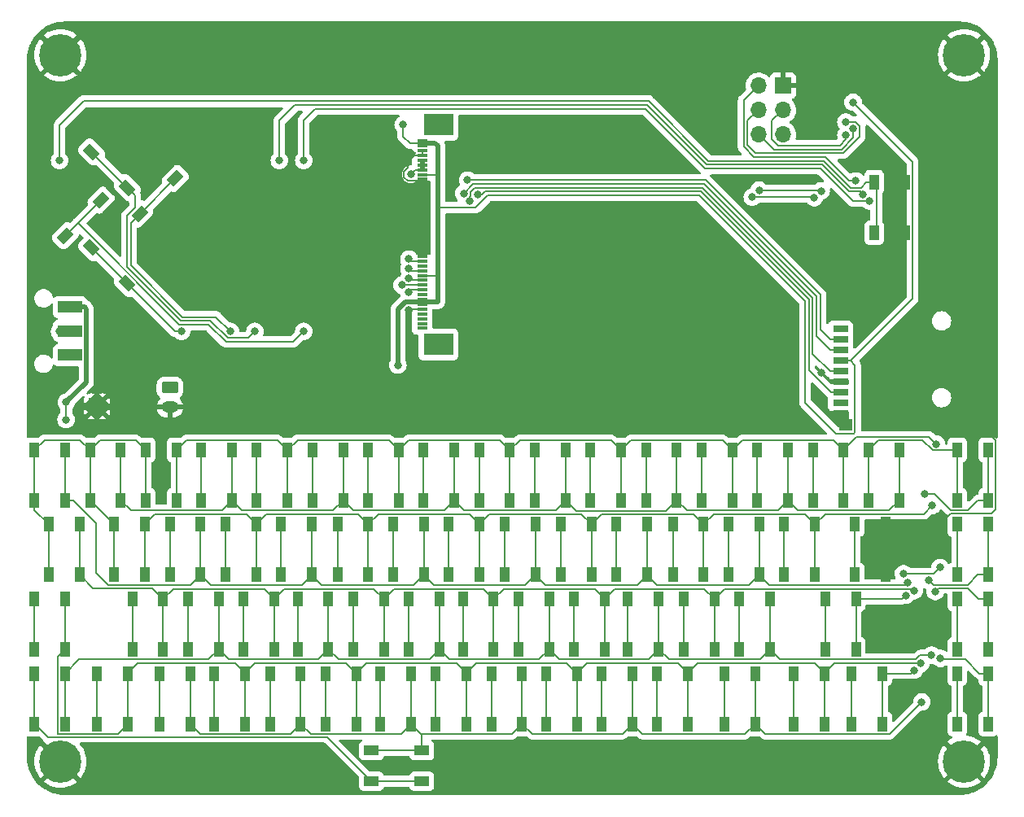
<source format=gbr>
%TF.GenerationSoftware,KiCad,Pcbnew,(6.0.0)*%
%TF.CreationDate,2022-10-15T12:08:06+11:00*%
%TF.ProjectId,c64pico,63363470-6963-46f2-9e6b-696361645f70,rev?*%
%TF.SameCoordinates,Original*%
%TF.FileFunction,Copper,L1,Top*%
%TF.FilePolarity,Positive*%
%FSLAX46Y46*%
G04 Gerber Fmt 4.6, Leading zero omitted, Abs format (unit mm)*
G04 Created by KiCad (PCBNEW (6.0.0)) date 2022-10-15 12:08:06*
%MOMM*%
%LPD*%
G01*
G04 APERTURE LIST*
G04 Aperture macros list*
%AMRoundRect*
0 Rectangle with rounded corners*
0 $1 Rounding radius*
0 $2 $3 $4 $5 $6 $7 $8 $9 X,Y pos of 4 corners*
0 Add a 4 corners polygon primitive as box body*
4,1,4,$2,$3,$4,$5,$6,$7,$8,$9,$2,$3,0*
0 Add four circle primitives for the rounded corners*
1,1,$1+$1,$2,$3*
1,1,$1+$1,$4,$5*
1,1,$1+$1,$6,$7*
1,1,$1+$1,$8,$9*
0 Add four rect primitives between the rounded corners*
20,1,$1+$1,$2,$3,$4,$5,0*
20,1,$1+$1,$4,$5,$6,$7,0*
20,1,$1+$1,$6,$7,$8,$9,0*
20,1,$1+$1,$8,$9,$2,$3,0*%
%AMRotRect*
0 Rectangle, with rotation*
0 The origin of the aperture is its center*
0 $1 length*
0 $2 width*
0 $3 Rotation angle, in degrees counterclockwise*
0 Add horizontal line*
21,1,$1,$2,0,0,$3*%
G04 Aperture macros list end*
%TA.AperFunction,SMDPad,CuDef*%
%ADD10R,1.000000X1.550000*%
%TD*%
%TA.AperFunction,ComponentPad*%
%ADD11C,4.400000*%
%TD*%
%TA.AperFunction,SMDPad,CuDef*%
%ADD12RotRect,1.550000X1.000000X135.000000*%
%TD*%
%TA.AperFunction,SMDPad,CuDef*%
%ADD13RotRect,1.550000X1.000000X45.000000*%
%TD*%
%TA.AperFunction,SMDPad,CuDef*%
%ADD14R,1.100000X0.300000*%
%TD*%
%TA.AperFunction,SMDPad,CuDef*%
%ADD15R,3.100000X2.300000*%
%TD*%
%TA.AperFunction,SMDPad,CuDef*%
%ADD16R,1.600000X0.700000*%
%TD*%
%TA.AperFunction,SMDPad,CuDef*%
%ADD17R,2.200000X1.200000*%
%TD*%
%TA.AperFunction,SMDPad,CuDef*%
%ADD18R,1.400000X1.200000*%
%TD*%
%TA.AperFunction,SMDPad,CuDef*%
%ADD19R,1.400000X1.600000*%
%TD*%
%TA.AperFunction,SMDPad,CuDef*%
%ADD20R,2.500000X1.250000*%
%TD*%
%TA.AperFunction,SMDPad,CuDef*%
%ADD21RotRect,1.550000X1.000000X225.000000*%
%TD*%
%TA.AperFunction,SMDPad,CuDef*%
%ADD22R,1.550000X1.000000*%
%TD*%
%TA.AperFunction,ComponentPad*%
%ADD23RoundRect,0.250000X-0.625000X0.350000X-0.625000X-0.350000X0.625000X-0.350000X0.625000X0.350000X0*%
%TD*%
%TA.AperFunction,ComponentPad*%
%ADD24O,1.750000X1.200000*%
%TD*%
%TA.AperFunction,ComponentPad*%
%ADD25R,1.700000X1.700000*%
%TD*%
%TA.AperFunction,ComponentPad*%
%ADD26O,1.700000X1.700000*%
%TD*%
%TA.AperFunction,ComponentPad*%
%ADD27C,0.500000*%
%TD*%
%TA.AperFunction,SMDPad,CuDef*%
%ADD28R,1.680000X1.680000*%
%TD*%
%TA.AperFunction,ViaPad*%
%ADD29C,0.800000*%
%TD*%
%TA.AperFunction,Conductor*%
%ADD30C,0.200000*%
%TD*%
%TA.AperFunction,Conductor*%
%ADD31C,0.127000*%
%TD*%
%TA.AperFunction,Conductor*%
%ADD32C,0.500000*%
%TD*%
G04 APERTURE END LIST*
D10*
%TO.P,SW61,1,1*%
%TO.N,/KCOL4*%
X94480000Y-109775000D03*
X94480000Y-104525000D03*
%TO.P,SW61,2,2*%
%TO.N,/KROW7*%
X97680000Y-109775000D03*
X97680000Y-104525000D03*
%TD*%
D11*
%TO.P,H1,1,1*%
%TO.N,GND*%
X39350000Y-63450000D03*
%TD*%
D10*
%TO.P,SW15,1,1*%
%TO.N,/KCOL6*%
X108840000Y-112275000D03*
X108840000Y-117525000D03*
%TO.P,SW15,2,2*%
%TO.N,/KROW1*%
X112040000Y-112275000D03*
X112040000Y-117525000D03*
%TD*%
%TO.P,SW62,1,1*%
%TO.N,/KCOL5*%
X106050001Y-104525000D03*
X106050001Y-109775000D03*
%TO.P,SW62,2,2*%
%TO.N,/KROW7*%
X109250001Y-104525000D03*
X109250001Y-109775000D03*
%TD*%
D12*
%TO.P,SW67,1,1*%
%TO.N,/JOY_DOWN*%
X42589754Y-83492332D03*
X46302064Y-87204642D03*
%TO.P,SW67,2,2*%
%TO.N,GND*%
X44852496Y-81229590D03*
X48564806Y-84941900D03*
%TD*%
D10*
%TO.P,SW10,1,1*%
%TO.N,/KCOL1*%
X50740000Y-112275000D03*
X50740000Y-117525000D03*
%TO.P,SW10,2,2*%
%TO.N,/KROW1*%
X53940000Y-112275000D03*
X53940000Y-117525000D03*
%TD*%
%TO.P,SW2,1,1*%
%TO.N,/KCOL1*%
X54000000Y-109775000D03*
X54000000Y-104525000D03*
%TO.P,SW2,2,2*%
%TO.N,/KROW0*%
X57200000Y-109775000D03*
X57200000Y-104525000D03*
%TD*%
%TO.P,SW37,1,1*%
%TO.N,/KCOL4*%
X84180000Y-133025000D03*
X84180000Y-127775000D03*
%TO.P,SW37,2,2*%
%TO.N,/KROW4*%
X87380000Y-133025000D03*
X87380000Y-127775000D03*
%TD*%
%TO.P,SW23,1,1*%
%TO.N,/KCOL6*%
X104170000Y-120025000D03*
X104170000Y-125275000D03*
%TO.P,SW23,2,2*%
%TO.N,/KROW2*%
X107370000Y-120025000D03*
X107370000Y-125275000D03*
%TD*%
%TO.P,SW54,1,1*%
%TO.N,/KCOL5*%
X103060000Y-117525000D03*
X103060000Y-112275000D03*
%TO.P,SW54,2,2*%
%TO.N,/KROW6*%
X106260000Y-112275000D03*
X106260000Y-117525000D03*
%TD*%
%TO.P,SW26,1,1*%
%TO.N,/KCOL1*%
X43150001Y-127775000D03*
X43150001Y-133025000D03*
%TO.P,SW26,2,2*%
%TO.N,/KROW3*%
X46350001Y-133025000D03*
X46350001Y-127775000D03*
%TD*%
%TO.P,SW48,1,1*%
%TO.N,/KCOL7*%
X132650000Y-112274999D03*
X132650000Y-117524999D03*
%TO.P,SW48,2,2*%
%TO.N,/KROW5*%
X135850000Y-117524999D03*
X135850000Y-112274999D03*
%TD*%
%TO.P,SW27,1,1*%
%TO.N,/KCOL2*%
X55369999Y-133025000D03*
X55369999Y-127775000D03*
%TO.P,SW27,2,2*%
%TO.N,/KROW3*%
X58569999Y-133025000D03*
X58569999Y-127775000D03*
%TD*%
%TO.P,SW65,1,1*%
%TO.N,/RESTORE*%
X121950001Y-117525000D03*
X121950001Y-112275000D03*
%TO.P,SW65,2,2*%
%TO.N,GND*%
X125150001Y-117525000D03*
X125150001Y-112275000D03*
%TD*%
%TO.P,SW44,1,1*%
%TO.N,/KCOL3*%
X75580000Y-125275000D03*
X75580000Y-120025000D03*
%TO.P,SW44,2,2*%
%TO.N,/KROW5*%
X78780000Y-125275000D03*
X78780000Y-120025000D03*
%TD*%
%TO.P,SW63,1,1*%
%TO.N,/KCOL6*%
X117610000Y-109775000D03*
X117610000Y-104525000D03*
%TO.P,SW63,2,2*%
%TO.N,/KROW7*%
X120810000Y-109775000D03*
X120810000Y-104525000D03*
%TD*%
D13*
%TO.P,SW69,1,1*%
%TO.N,/JOY_RIGHT*%
X51311996Y-76262474D03*
X47599686Y-79974784D03*
%TO.P,SW69,2,2*%
%TO.N,GND*%
X49862428Y-82237526D03*
X53574738Y-78525216D03*
%TD*%
D10*
%TO.P,SW3,1,1*%
%TO.N,/KCOL2*%
X65560000Y-104525000D03*
X65560000Y-109775000D03*
%TO.P,SW3,2,2*%
%TO.N,/KROW0*%
X68760000Y-104525000D03*
X68760000Y-109775000D03*
%TD*%
D11*
%TO.P,H3,1,1*%
%TO.N,GND*%
X39350000Y-136950000D03*
%TD*%
D10*
%TO.P,SW52,1,1*%
%TO.N,/KCOL3*%
X79740000Y-112275000D03*
X79740000Y-117525000D03*
%TO.P,SW52,2,2*%
%TO.N,/KROW6*%
X82940000Y-117525000D03*
X82940000Y-112275000D03*
%TD*%
%TO.P,SW53,1,1*%
%TO.N,/KCOL4*%
X91400000Y-117525000D03*
X91400000Y-112275000D03*
%TO.P,SW53,2,2*%
%TO.N,/KROW6*%
X94600000Y-117525000D03*
X94600000Y-112275000D03*
%TD*%
%TO.P,SW5,1,1*%
%TO.N,/KCOL4*%
X88700000Y-109775000D03*
X88700000Y-104525000D03*
%TO.P,SW5,2,2*%
%TO.N,/KROW0*%
X91900000Y-109775000D03*
X91900000Y-104525000D03*
%TD*%
%TO.P,SW51,1,1*%
%TO.N,/KCOL2*%
X68180000Y-117525000D03*
X68180000Y-112275000D03*
%TO.P,SW51,2,2*%
%TO.N,/KROW6*%
X71380000Y-112275000D03*
X71380000Y-117525000D03*
%TD*%
%TO.P,SW58,1,1*%
%TO.N,/KCOL1*%
X59780000Y-104525000D03*
X59780000Y-109775000D03*
%TO.P,SW58,2,2*%
%TO.N,/KROW7*%
X62980000Y-109775000D03*
X62980000Y-104525000D03*
%TD*%
D11*
%TO.P,H4,1,1*%
%TO.N,GND*%
X133350000Y-136950000D03*
%TD*%
D10*
%TO.P,SW25,1,1*%
%TO.N,/KCOL0*%
X36650000Y-120025000D03*
X36650000Y-125275000D03*
%TO.P,SW25,2,2*%
%TO.N,/KROW3*%
X39850000Y-125275000D03*
X39850000Y-120025000D03*
%TD*%
%TO.P,SW47,1,1*%
%TO.N,/KCOL6*%
X109950000Y-125275000D03*
X109950000Y-120025000D03*
%TO.P,SW47,2,2*%
%TO.N,/KROW5*%
X113150000Y-125275000D03*
X113150000Y-120025000D03*
%TD*%
%TO.P,SW49,1,1*%
%TO.N,/KCOL0*%
X44899999Y-117525000D03*
X44899999Y-112275000D03*
%TO.P,SW49,2,2*%
%TO.N,/KROW6*%
X48099999Y-117525000D03*
X48099999Y-112275000D03*
%TD*%
%TO.P,SW55,1,1*%
%TO.N,/KCOL6*%
X114620000Y-117525000D03*
X114620000Y-112275000D03*
%TO.P,SW55,2,2*%
%TO.N,/KROW6*%
X117820000Y-112275000D03*
X117820000Y-117525000D03*
%TD*%
%TO.P,SW12,1,1*%
%TO.N,/KCOL3*%
X73960000Y-117524999D03*
X73960000Y-112274999D03*
%TO.P,SW12,2,2*%
%TO.N,/KROW1*%
X77160000Y-117524999D03*
X77160000Y-112274999D03*
%TD*%
%TO.P,SW46,1,1*%
%TO.N,/KCOL5*%
X98390000Y-125275000D03*
X98390000Y-120025000D03*
%TO.P,SW46,2,2*%
%TO.N,/KROW5*%
X101590000Y-125275000D03*
X101590000Y-120025000D03*
%TD*%
D14*
%TO.P,J5,1,Pin_1*%
%TO.N,/XL*%
X76976800Y-91875009D03*
%TO.P,J5,2,Pin_2*%
%TO.N,/YU*%
X76976800Y-91375009D03*
%TO.P,J5,3,Pin_3*%
%TO.N,/XR*%
X76976800Y-90875009D03*
%TO.P,J5,4,Pin_4*%
%TO.N,/YD*%
X76976800Y-90375009D03*
%TO.P,J5,5,Pin_5*%
%TO.N,GND*%
X76976800Y-89875009D03*
%TO.P,J5,6,Pin_6*%
%TO.N,+3V3*%
X76976800Y-89375009D03*
%TO.P,J5,7,Pin_7*%
X76976800Y-88875009D03*
%TO.P,J5,8,Pin_8*%
%TO.N,/FMARK*%
X76976800Y-88375009D03*
%TO.P,J5,9,Pin_9*%
%TO.N,/TFT_CS*%
X76976800Y-87875009D03*
%TO.P,J5,10,Pin_10*%
%TO.N,/TFT_SCL*%
X76976800Y-87375009D03*
%TO.P,J5,11,Pin_11*%
%TO.N,/TFT_DC*%
X76976800Y-86875009D03*
%TO.P,J5,12,Pin_12*%
%TO.N,+3V3*%
X76976800Y-86375009D03*
%TO.P,J5,13,Pin_13*%
%TO.N,/TFT_SDA*%
X76976800Y-85875009D03*
%TO.P,J5,14,Pin_14*%
%TO.N,/TFT_SDO*%
X76976800Y-85375009D03*
%TO.P,J5,15,Pin_15*%
%TO.N,/TFT_RST*%
X76976800Y-84875009D03*
%TO.P,J5,16,Pin_16*%
%TO.N,GND*%
X76976800Y-84375009D03*
%TO.P,J5,17,Pin_17*%
X76976800Y-83875009D03*
%TO.P,J5,18,Pin_18*%
X76976800Y-83375009D03*
%TO.P,J5,19,Pin_19*%
X76976800Y-82875009D03*
%TO.P,J5,20,Pin_20*%
X76976800Y-82375009D03*
%TO.P,J5,21,Pin_21*%
X76976800Y-81875009D03*
%TO.P,J5,22,Pin_22*%
X76976800Y-81375009D03*
%TO.P,J5,23,Pin_23*%
X76976800Y-80875009D03*
%TO.P,J5,24,Pin_24*%
X76976800Y-80375009D03*
%TO.P,J5,25,Pin_25*%
X76976800Y-79875009D03*
%TO.P,J5,26,Pin_26*%
X76976800Y-79375009D03*
%TO.P,J5,27,Pin_27*%
X76976800Y-78875009D03*
%TO.P,J5,28,Pin_28*%
X76976800Y-78375009D03*
%TO.P,J5,29,Pin_29*%
X76976800Y-77875009D03*
%TO.P,J5,30,Pin_30*%
X76976800Y-77375009D03*
%TO.P,J5,31,Pin_31*%
X76976800Y-76875009D03*
%TO.P,J5,32,Pin_32*%
X76976800Y-76375009D03*
%TO.P,J5,33,Pin_33*%
%TO.N,+3V3*%
X76976800Y-75875009D03*
%TO.P,J5,34,Pin_34*%
%TO.N,/BKLT_K*%
X76976800Y-75375009D03*
%TO.P,J5,35,Pin_35*%
X76976800Y-74875009D03*
%TO.P,J5,36,Pin_36*%
X76976800Y-74375009D03*
%TO.P,J5,37,Pin_37*%
%TO.N,GND*%
X76976800Y-73875009D03*
%TO.P,J5,38,Pin_38*%
X76976800Y-73375009D03*
%TO.P,J5,39,Pin_39*%
%TO.N,+3V3*%
X76976800Y-72875009D03*
%TO.P,J5,40,Pin_40*%
X76976800Y-72375009D03*
D15*
%TO.P,J5,MP*%
%TO.N,N/C*%
X78676800Y-70705009D03*
X78676800Y-93545009D03*
%TD*%
D10*
%TO.P,SW39,1,1*%
%TO.N,/KCOL6*%
X108400000Y-133025000D03*
X108400000Y-127775000D03*
%TO.P,SW39,2,2*%
%TO.N,/KROW4*%
X111600000Y-133025000D03*
X111600000Y-127775000D03*
%TD*%
%TO.P,SW70,1,1*%
%TO.N,/JOY_FIRE*%
X124000000Y-81925000D03*
X124000000Y-76675000D03*
%TO.P,SW70,2,2*%
%TO.N,GND*%
X127200000Y-81925000D03*
X127200000Y-76675000D03*
%TD*%
%TO.P,SW13,1,1*%
%TO.N,/KCOL4*%
X85545001Y-112275000D03*
X85545001Y-117525000D03*
%TO.P,SW13,2,2*%
%TO.N,/KROW1*%
X88745001Y-112275000D03*
X88745001Y-117525000D03*
%TD*%
D16*
%TO.P,J6,1,DAT2*%
%TO.N,unconnected-(J6-Pad1)*%
X120499998Y-91950000D03*
%TO.P,J6,2,DAT3/CD*%
%TO.N,/SD_CS*%
X120499998Y-93050000D03*
%TO.P,J6,3,CMD*%
%TO.N,/SD_MOSI*%
X120499998Y-94150000D03*
%TO.P,J6,4,VDD*%
%TO.N,+3V3*%
X120499998Y-95250000D03*
%TO.P,J6,5,CLK*%
%TO.N,/SD_CLK*%
X120499998Y-96350000D03*
D17*
%TO.P,J6,6,VSS*%
%TO.N,GND*%
X130599998Y-86400000D03*
D18*
X120999998Y-101900000D03*
D19*
X120999998Y-87300000D03*
D17*
X130599998Y-101900000D03*
D16*
X120499998Y-97450000D03*
%TO.P,J6,7,DAT0*%
%TO.N,/SD_MISO*%
X120499998Y-98550000D03*
%TO.P,J6,8,DAT1*%
%TO.N,unconnected-(J6-Pad8)*%
X120499998Y-99650000D03*
%TO.P,J6,9,SHIELD*%
%TO.N,GND*%
X120499998Y-100750000D03*
%TD*%
D10*
%TO.P,SW6,1,1*%
%TO.N,/KCOL5*%
X100260000Y-109775000D03*
X100260000Y-104525000D03*
%TO.P,SW6,2,2*%
%TO.N,/KROW0*%
X103460000Y-109775000D03*
X103460000Y-104525000D03*
%TD*%
%TO.P,SW16,1,1*%
%TO.N,/KCOL7*%
X118900000Y-125275000D03*
X118900000Y-120025000D03*
%TO.P,SW16,2,2*%
%TO.N,/KROW1*%
X122100000Y-120025000D03*
X122100000Y-125275000D03*
%TD*%
%TO.P,SW60,1,1*%
%TO.N,/KCOL3*%
X82910000Y-104525000D03*
X82910000Y-109775000D03*
%TO.P,SW60,2,2*%
%TO.N,/KROW7*%
X86110000Y-104525000D03*
X86110000Y-109775000D03*
%TD*%
%TO.P,SW28,1,1*%
%TO.N,/KCOL3*%
X66930000Y-127775000D03*
X66930000Y-133025000D03*
%TO.P,SW28,2,2*%
%TO.N,/KROW3*%
X70130000Y-133025000D03*
X70130000Y-127775000D03*
%TD*%
%TO.P,SW40,1,1*%
%TO.N,/KCOL7*%
X132650000Y-109775000D03*
X132650000Y-104525000D03*
%TO.P,SW40,2,2*%
%TO.N,/KROW4*%
X135850000Y-109775000D03*
X135850000Y-104525000D03*
%TD*%
%TO.P,SW32,1,1*%
%TO.N,/KCOL7*%
X115650000Y-133025000D03*
X115650000Y-127775000D03*
%TO.P,SW32,2,2*%
%TO.N,/KROW3*%
X118850000Y-133025000D03*
X118850000Y-127775000D03*
%TD*%
%TO.P,SW34,1,1*%
%TO.N,/KCOL1*%
X49650000Y-133025000D03*
X49650000Y-127775000D03*
%TO.P,SW34,2,2*%
%TO.N,/KROW4*%
X52850000Y-127775000D03*
X52850000Y-133025000D03*
%TD*%
%TO.P,SW29,1,1*%
%TO.N,/KCOL4*%
X78400001Y-133025000D03*
X78400001Y-127775000D03*
%TO.P,SW29,2,2*%
%TO.N,/KROW3*%
X81600001Y-127775000D03*
X81600001Y-133025000D03*
%TD*%
D12*
%TO.P,SW66,1,1*%
%TO.N,/JOY_UP*%
X42589754Y-73516281D03*
X46302064Y-77228591D03*
%TO.P,SW66,2,2*%
%TO.N,GND*%
X48564806Y-74965849D03*
X44852496Y-71253539D03*
%TD*%
D20*
%TO.P,SW71,1,A*%
%TO.N,Net-(R3-Pad2)*%
X40350000Y-89650000D03*
%TO.P,SW71,2,B*%
%TO.N,VSYS*%
X40350000Y-92150000D03*
%TO.P,SW71,3*%
%TO.N,N/C*%
X40350000Y-94650000D03*
%TD*%
D10*
%TO.P,SW59,1,1*%
%TO.N,/KCOL2*%
X71350000Y-104525000D03*
X71350000Y-109775000D03*
%TO.P,SW59,2,2*%
%TO.N,/KROW7*%
X74550000Y-104525000D03*
X74550000Y-109775000D03*
%TD*%
%TO.P,SW11,1,1*%
%TO.N,/KCOL2*%
X62299999Y-112275000D03*
X62299999Y-117525000D03*
%TO.P,SW11,2,2*%
%TO.N,/KROW1*%
X65499999Y-112275000D03*
X65499999Y-117525000D03*
%TD*%
%TO.P,SW7,1,1*%
%TO.N,/KCOL6*%
X111830000Y-109775000D03*
X111830000Y-104525000D03*
%TO.P,SW7,2,2*%
%TO.N,/KROW0*%
X115030000Y-104525000D03*
X115030000Y-109775000D03*
%TD*%
%TO.P,SW50,1,1*%
%TO.N,/KCOL1*%
X56520000Y-112275000D03*
X56520000Y-117525000D03*
%TO.P,SW50,2,2*%
%TO.N,/KROW6*%
X59720000Y-117525000D03*
X59720000Y-112275000D03*
%TD*%
%TO.P,SW9,1,1*%
%TO.N,/KCOL0*%
X36650000Y-109775000D03*
X36650000Y-104525000D03*
%TO.P,SW9,2,2*%
%TO.N,/KROW1*%
X39850000Y-104525000D03*
X39850000Y-109775000D03*
%TD*%
%TO.P,SW31,1,1*%
%TO.N,/KCOL6*%
X101430000Y-133025000D03*
X101430000Y-127775000D03*
%TO.P,SW31,2,2*%
%TO.N,/KROW3*%
X104630000Y-133025000D03*
X104630000Y-127775000D03*
%TD*%
%TO.P,SW30,1,1*%
%TO.N,/KCOL5*%
X89869999Y-133025000D03*
X89869999Y-127775000D03*
%TO.P,SW30,2,2*%
%TO.N,/KROW3*%
X93069999Y-127775000D03*
X93069999Y-133025000D03*
%TD*%
D11*
%TO.P,H2,1,1*%
%TO.N,GND*%
X133350000Y-63450000D03*
%TD*%
D10*
%TO.P,SW1,1,1*%
%TO.N,/KCOL0*%
X42430000Y-104525000D03*
X42430000Y-109775000D03*
%TO.P,SW1,2,2*%
%TO.N,/KROW0*%
X45630000Y-109775000D03*
X45630000Y-104525000D03*
%TD*%
%TO.P,SW38,1,1*%
%TO.N,/KCOL5*%
X95650001Y-127775000D03*
X95650001Y-133025000D03*
%TO.P,SW38,2,2*%
%TO.N,/KROW4*%
X98850001Y-127775000D03*
X98850001Y-133025000D03*
%TD*%
%TO.P,SW8,1,1*%
%TO.N,/KCOL7*%
X123400000Y-104525000D03*
X123400000Y-109775000D03*
%TO.P,SW8,2,2*%
%TO.N,/KROW0*%
X126600000Y-104525000D03*
X126600000Y-109775000D03*
%TD*%
%TO.P,SW56,1,1*%
%TO.N,/KCOL7*%
X132650000Y-125275000D03*
X132650000Y-120025000D03*
%TO.P,SW56,2,2*%
%TO.N,/KROW6*%
X135850000Y-120025000D03*
X135850000Y-125275000D03*
%TD*%
%TO.P,SW35,1,1*%
%TO.N,/KCOL2*%
X61150001Y-133025000D03*
X61150001Y-127775000D03*
%TO.P,SW35,2,2*%
%TO.N,/KROW4*%
X64350001Y-127775000D03*
X64350001Y-133025000D03*
%TD*%
%TO.P,SW45,1,1*%
%TO.N,/KCOL4*%
X86989999Y-120025000D03*
X86989999Y-125275000D03*
%TO.P,SW45,2,2*%
%TO.N,/KROW5*%
X90189999Y-120025000D03*
X90189999Y-125275000D03*
%TD*%
%TO.P,SW22,1,1*%
%TO.N,/KCOL5*%
X92770001Y-120025000D03*
X92770001Y-125275000D03*
%TO.P,SW22,2,2*%
%TO.N,/KROW2*%
X95970001Y-120025000D03*
X95970001Y-125275000D03*
%TD*%
%TO.P,SW18,1,1*%
%TO.N,/KCOL1*%
X46840000Y-125275000D03*
X46840000Y-120025000D03*
%TO.P,SW18,2,2*%
%TO.N,/KROW2*%
X50040000Y-120025000D03*
X50040000Y-125275000D03*
%TD*%
D21*
%TO.P,SW68,1,1*%
%TO.N,/JOY_LEFT*%
X43576868Y-78525216D03*
X39864558Y-82237526D03*
%TO.P,SW68,2,2*%
%TO.N,GND*%
X37601816Y-79974784D03*
X41314126Y-76262474D03*
%TD*%
D10*
%TO.P,SW20,1,1*%
%TO.N,/KCOL3*%
X69800000Y-125275000D03*
X69800000Y-120025000D03*
%TO.P,SW20,2,2*%
%TO.N,/KROW2*%
X73000000Y-125275000D03*
X73000000Y-120025000D03*
%TD*%
%TO.P,SW64,1,1*%
%TO.N,/KCOL7*%
X132650000Y-127775001D03*
X132650000Y-133025001D03*
%TO.P,SW64,2,2*%
%TO.N,/KROW7*%
X135850000Y-127775001D03*
X135850000Y-133025001D03*
%TD*%
%TO.P,SW14,1,1*%
%TO.N,/KCOL5*%
X97180000Y-112275000D03*
X97180000Y-117525000D03*
%TO.P,SW14,2,2*%
%TO.N,/KROW1*%
X100380000Y-117525000D03*
X100380000Y-112275000D03*
%TD*%
%TO.P,SW36,1,1*%
%TO.N,/KCOL3*%
X72619999Y-127775000D03*
X72619999Y-133025000D03*
%TO.P,SW36,2,2*%
%TO.N,/KROW4*%
X75819999Y-133025000D03*
X75819999Y-127775000D03*
%TD*%
D22*
%TO.P,SW33,1,1*%
%TO.N,/KCOL0*%
X76955000Y-139000000D03*
X71705000Y-139000000D03*
%TO.P,SW33,2,2*%
%TO.N,/KROW4*%
X71705000Y-135800000D03*
X76955000Y-135800000D03*
%TD*%
D10*
%TO.P,SW41,1,1*%
%TO.N,/KCOL0*%
X36650000Y-127775001D03*
X36650000Y-133025001D03*
%TO.P,SW41,2,2*%
%TO.N,/KROW5*%
X39850000Y-127775001D03*
X39850000Y-133025001D03*
%TD*%
%TO.P,SW4,1,1*%
%TO.N,/KCOL3*%
X77130000Y-109774999D03*
X77130000Y-104524999D03*
%TO.P,SW4,2,2*%
%TO.N,/KROW0*%
X80330000Y-109774999D03*
X80330000Y-104524999D03*
%TD*%
%TO.P,SW42,1,1*%
%TO.N,/KCOL1*%
X52620000Y-125275000D03*
X52620000Y-120025000D03*
%TO.P,SW42,2,2*%
%TO.N,/KROW5*%
X55820000Y-120025000D03*
X55820000Y-125275000D03*
%TD*%
%TO.P,SW19,1,1*%
%TO.N,/KCOL2*%
X58399999Y-125275000D03*
X58399999Y-120025000D03*
%TO.P,SW19,2,2*%
%TO.N,/KROW2*%
X61599999Y-120025000D03*
X61599999Y-125275000D03*
%TD*%
%TO.P,SW17,1,1*%
%TO.N,/KCOL0*%
X38150000Y-112275000D03*
X38150000Y-117525000D03*
%TO.P,SW17,2,2*%
%TO.N,/KROW2*%
X41350000Y-117525000D03*
X41350000Y-112275000D03*
%TD*%
%TO.P,SW43,1,1*%
%TO.N,/KCOL2*%
X64020001Y-125275000D03*
X64020001Y-120025000D03*
%TO.P,SW43,2,2*%
%TO.N,/KROW5*%
X67220001Y-120025000D03*
X67220001Y-125275000D03*
%TD*%
%TO.P,SW21,1,1*%
%TO.N,/KCOL4*%
X81210000Y-125275000D03*
X81210000Y-120025000D03*
%TO.P,SW21,2,2*%
%TO.N,/KROW2*%
X84410000Y-125275000D03*
X84410000Y-120025000D03*
%TD*%
%TO.P,SW57,1,1*%
%TO.N,/KCOL0*%
X48220000Y-109774999D03*
X48220000Y-104524999D03*
%TO.P,SW57,2,2*%
%TO.N,/KROW7*%
X51420000Y-109774999D03*
X51420000Y-104524999D03*
%TD*%
%TO.P,SW24,1,1*%
%TO.N,/KCOL7*%
X121650000Y-133025000D03*
X121650000Y-127775000D03*
%TO.P,SW24,2,2*%
%TO.N,/KROW2*%
X124850000Y-127775000D03*
X124850000Y-133025000D03*
%TD*%
D23*
%TO.P,BT1,1,+*%
%TO.N,Net-(BT1-Pad1)*%
X50750000Y-98050000D03*
D24*
%TO.P,BT1,2,-*%
%TO.N,GND*%
X50750000Y-100050000D03*
%TD*%
D25*
%TO.P,J3,1,Pin_1*%
%TO.N,GND*%
X114525001Y-66625000D03*
D26*
%TO.P,J3,2,Pin_2*%
%TO.N,/RESET*%
X111985001Y-66625000D03*
%TO.P,J3,3,Pin_3*%
%TO.N,/KCOL4*%
X114525001Y-69165000D03*
%TO.P,J3,4,Pin_4*%
%TO.N,/KCOL2*%
X111985001Y-69165000D03*
%TO.P,J3,5,Pin_5*%
%TO.N,Net-(C3-Pad1)*%
X114525001Y-71705000D03*
%TO.P,J3,6,Pin_6*%
%TO.N,/KCOL3*%
X111985001Y-71705000D03*
%TD*%
D27*
%TO.P,U2,17,VSS*%
%TO.N,GND*%
X42560000Y-100590000D03*
X42560000Y-99410000D03*
D28*
X43150000Y-100000000D03*
D27*
X43740000Y-100590000D03*
X43740000Y-99410000D03*
%TD*%
D29*
%TO.N,GND*%
X130600000Y-86400000D03*
X118500000Y-96450000D03*
X92550000Y-72850000D03*
X131100000Y-73600000D03*
X80450000Y-87550000D03*
X117500000Y-70000000D03*
X79650000Y-90000000D03*
X127200000Y-76600000D03*
X75550000Y-90000000D03*
X118100000Y-83600000D03*
X131100000Y-122250000D03*
X118050000Y-98800000D03*
X72650000Y-89800000D03*
X98400000Y-85700000D03*
X47450000Y-97200000D03*
%TO.N,+3V3*%
X121800000Y-68350000D03*
X75000000Y-70700000D03*
X74450000Y-95700000D03*
%TO.N,Net-(R3-Pad2)*%
X39935389Y-101373540D03*
X39960000Y-99575021D03*
%TO.N,/RESET*%
X122088038Y-76538038D03*
%TO.N,/TFT_CS*%
X75576626Y-88083991D03*
%TO.N,/TFT_SCL*%
X74879200Y-87368029D03*
%TO.N,/TFT_DC*%
X75599940Y-86675509D03*
%TO.N,/TFT_SDA*%
X75600013Y-85676007D03*
%TO.N,/TFT_RST*%
X75599993Y-84676505D03*
%TO.N,/BKLT_K*%
X75792362Y-75847902D03*
%TO.N,/SD_MOSI*%
X81300000Y-77849500D03*
%TO.N,/SD_CS*%
X81700000Y-76450000D03*
%TO.N,/SD_CLK*%
X81951732Y-78607290D03*
%TO.N,/SD_MISO*%
X82727360Y-77976889D03*
%TO.N,/KCOL0*%
X118483880Y-77570369D03*
X112032051Y-77500500D03*
X36650000Y-127775001D03*
X48220000Y-104524999D03*
X36650000Y-120025000D03*
X36650000Y-125275000D03*
X38150000Y-117525000D03*
%TO.N,/KROW0*%
X126600000Y-104525000D03*
%TO.N,/KROW1*%
X127450019Y-118323989D03*
X127277764Y-119662460D03*
%TO.N,/KROW2*%
X128149520Y-119173535D03*
X128142792Y-127457283D03*
%TO.N,/KROW3*%
X128849019Y-126750000D03*
%TO.N,/KROW4*%
X128950000Y-130750000D03*
X129248540Y-109100000D03*
%TO.N,/KCOL1*%
X46840000Y-125275000D03*
X52620000Y-125275000D03*
X50740000Y-117525000D03*
X49650000Y-127775000D03*
X117777125Y-78277125D03*
X56520000Y-112275000D03*
X50740000Y-112275000D03*
X52620000Y-120025000D03*
X54000000Y-104525000D03*
X111317863Y-78217863D03*
X43150001Y-127775000D03*
X59780000Y-104525000D03*
X54000000Y-109775000D03*
%TO.N,/KCOL2*%
X55369999Y-127775000D03*
X68180000Y-112275000D03*
X62299999Y-117525000D03*
X121050000Y-70401500D03*
X58399999Y-125275000D03*
X71350000Y-109775000D03*
X61150001Y-127775000D03*
X64020001Y-120025000D03*
X64020001Y-125229999D03*
X65560000Y-109775000D03*
X62299999Y-112275000D03*
X65550000Y-104500000D03*
%TO.N,/JOY_UP*%
X59585000Y-92190000D03*
%TO.N,/JOY_DOWN*%
X51965000Y-92190000D03*
%TO.N,/JOY_LEFT*%
X64665000Y-92190000D03*
%TO.N,/JOY_RIGHT*%
X57045000Y-92190000D03*
%TO.N,/JOY_FIRE*%
X39265000Y-74410000D03*
%TO.N,/KSDA*%
X62125000Y-74410000D03*
X122814568Y-77907213D03*
%TO.N,/KSCL*%
X123521324Y-78613968D03*
X64665000Y-74410000D03*
%TO.N,/KROW5*%
X129956370Y-125878848D03*
X129648060Y-118098080D03*
%TO.N,/KROW6*%
X130347571Y-119250000D03*
X130047591Y-110300000D03*
%TO.N,/KROW7*%
X130447095Y-103900000D03*
X130900000Y-126208337D03*
%TO.N,/KCOL3*%
X73960000Y-117524999D03*
X72619999Y-127775000D03*
X121788528Y-71101000D03*
X82900000Y-104500000D03*
X79740000Y-112275000D03*
X77150000Y-104500000D03*
X77130000Y-109774999D03*
X73960000Y-112274999D03*
X75580000Y-120025000D03*
X75580000Y-125275000D03*
X69800000Y-125275000D03*
X66930000Y-127775000D03*
%TO.N,/KCOL4*%
X86989999Y-125275000D03*
X81210000Y-125275000D03*
X84180000Y-127775000D03*
X85545001Y-117525000D03*
X78400001Y-127775000D03*
X121050000Y-71800500D03*
X88700000Y-104500000D03*
X88700000Y-109775000D03*
X85545001Y-112275000D03*
X86989999Y-120025000D03*
X94500000Y-104500000D03*
X91400000Y-112275000D03*
%TO.N,/KCOL5*%
X97180000Y-112275000D03*
X103060000Y-112275000D03*
X95650001Y-127775000D03*
X89869999Y-127775000D03*
X106050000Y-104500000D03*
X100250000Y-104500000D03*
X97180000Y-117525000D03*
X100260000Y-109775000D03*
X92770001Y-125275000D03*
X98390000Y-125275000D03*
X98390000Y-120025000D03*
%TO.N,/KCOL6*%
X108840000Y-117525000D03*
X117650000Y-104500000D03*
X108840000Y-112275000D03*
X109950000Y-120025000D03*
X101430000Y-127775000D03*
X108400000Y-127775000D03*
X109950000Y-125275000D03*
X104170000Y-125275000D03*
X111830000Y-109775000D03*
X114620000Y-112275000D03*
X111850000Y-104500000D03*
%TO.N,/KCOL7*%
X115650000Y-127775000D03*
X132650000Y-127775001D03*
X123400000Y-109775000D03*
X132650000Y-109775000D03*
X132650000Y-125250000D03*
X118900000Y-125275000D03*
X123400000Y-104500000D03*
X132650000Y-112274999D03*
X121650000Y-127775000D03*
X132650000Y-120025000D03*
X118900000Y-120025000D03*
X132650000Y-117524999D03*
%TO.N,/RESTORE*%
X130846745Y-116753257D03*
X127050500Y-117392051D03*
X121950001Y-117525000D03*
%TO.N,VSYS*%
X39265000Y-92190000D03*
%TD*%
D30*
%TO.N,GND*%
X75092851Y-76142851D02*
X75500000Y-76550000D01*
X77041863Y-73875009D02*
X76174991Y-73875009D01*
X120999998Y-87300000D02*
X120999998Y-87400000D01*
D31*
X130848977Y-112275000D02*
X131984446Y-111139531D01*
D30*
X75500000Y-76550000D02*
X77041863Y-76550000D01*
X75524511Y-74525489D02*
X75524511Y-75125489D01*
D32*
X77041863Y-76550000D02*
X77041863Y-84275498D01*
D31*
X125150001Y-112275000D02*
X125150001Y-117525000D01*
D30*
X75092851Y-75557149D02*
X75092851Y-76142851D01*
D31*
X136196949Y-111139531D02*
X136613011Y-110723469D01*
D30*
X76174991Y-73875009D02*
X75524511Y-74525489D01*
D31*
X131984446Y-111139531D02*
X136196949Y-111139531D01*
D30*
X75524511Y-75125489D02*
X75092851Y-75557149D01*
D31*
X125150001Y-112275000D02*
X130848977Y-112275000D01*
X136613011Y-110723469D02*
X136613011Y-103486989D01*
D30*
X77041863Y-73875009D02*
X77041863Y-73375009D01*
D31*
X127200000Y-76625000D02*
X127200000Y-76600000D01*
X77041863Y-89875009D02*
X75674991Y-89875009D01*
X75674991Y-89875009D02*
X75550000Y-90000000D01*
D30*
X130599998Y-86400000D02*
X130600000Y-86400000D01*
D31*
X135026022Y-101900000D02*
X130599998Y-101900000D01*
X136613011Y-103486989D02*
X135026022Y-101900000D01*
D32*
%TO.N,+3V3*%
X78050480Y-89099520D02*
X76700480Y-89099520D01*
D30*
X121550000Y-95250000D02*
X127999511Y-88800489D01*
X121850489Y-102799511D02*
X121999509Y-102650491D01*
X121999509Y-95699509D02*
X121550000Y-95250000D01*
D32*
X77391863Y-72608137D02*
X76708137Y-72608137D01*
X78599520Y-89099520D02*
X78599520Y-86350480D01*
X78308137Y-72608137D02*
X77391863Y-72608137D01*
X78599520Y-89099520D02*
X78050480Y-89099520D01*
D30*
X78599520Y-79199520D02*
X78706801Y-79306801D01*
X121550000Y-95250000D02*
X120499998Y-95250000D01*
X82543199Y-79306801D02*
X83801920Y-78048080D01*
X116801921Y-89026951D02*
X116801921Y-99600945D01*
X83801920Y-78048080D02*
X105823050Y-78048080D01*
X78574049Y-75875009D02*
X78599520Y-75900480D01*
X75000000Y-71900000D02*
X75000000Y-70700000D01*
X116801921Y-99600945D02*
X120000487Y-102799511D01*
D32*
X78599520Y-79199520D02*
X78599520Y-75900480D01*
D30*
X127999511Y-74549511D02*
X121800000Y-68350000D01*
X127999511Y-88800489D02*
X127999511Y-74549511D01*
X77041863Y-88875009D02*
X77041863Y-89091863D01*
D32*
X78599520Y-86350480D02*
X78599520Y-79199520D01*
X74450000Y-89898609D02*
X75249089Y-89099520D01*
X78599520Y-72899520D02*
X78308137Y-72608137D01*
D30*
X121999509Y-102650491D02*
X121999509Y-95699509D01*
D32*
X74450000Y-95700000D02*
X74450000Y-89898609D01*
X75249089Y-89099520D02*
X78600000Y-89099520D01*
D30*
X78706801Y-79306801D02*
X82543199Y-79306801D01*
X76708137Y-72608137D02*
X75708137Y-72608137D01*
X105823050Y-78048080D02*
X116801921Y-89026951D01*
X75708137Y-72608137D02*
X75000000Y-71900000D01*
X77041863Y-75875009D02*
X78574049Y-75875009D01*
X120000487Y-102799511D02*
X121850489Y-102799511D01*
X77041863Y-89091863D02*
X77041863Y-89375009D01*
X77041863Y-86375009D02*
X78574991Y-86375009D01*
X78574991Y-86375009D02*
X78599520Y-86350480D01*
D32*
X78599520Y-75900480D02*
X78599520Y-72899520D01*
%TO.N,Net-(R3-Pad2)*%
X42049511Y-89849511D02*
X42049511Y-97485510D01*
D30*
X39960000Y-99575021D02*
X39960000Y-101348929D01*
D32*
X42049511Y-97485510D02*
X39960000Y-99575021D01*
D30*
X39960000Y-101348929D02*
X39935389Y-101373540D01*
D32*
X40350000Y-89650000D02*
X41850000Y-89650000D01*
X41850000Y-89650000D02*
X42049511Y-89849511D01*
D30*
%TO.N,/RESET*%
X121388038Y-76538038D02*
X118903071Y-74053071D01*
X122088038Y-76538038D02*
X121388038Y-76538038D01*
X110425969Y-68144031D02*
X111975000Y-66595000D01*
X118903071Y-74053071D02*
X111489043Y-74053071D01*
X111489043Y-74053071D02*
X110425969Y-72989997D01*
X110425969Y-72989997D02*
X110425969Y-68144031D01*
%TO.N,/TFT_CS*%
X75785608Y-87875009D02*
X77041863Y-87875009D01*
X75576626Y-88083991D02*
X75785608Y-87875009D01*
%TO.N,/TFT_SCL*%
X75206452Y-87368029D02*
X75213432Y-87375009D01*
X74879200Y-87368029D02*
X75206452Y-87368029D01*
X75213432Y-87375009D02*
X77041863Y-87375009D01*
%TO.N,/TFT_DC*%
X75799440Y-86875009D02*
X77041863Y-86875009D01*
X75599940Y-86675509D02*
X75799440Y-86875009D01*
%TO.N,/TFT_SDA*%
X75799015Y-85875009D02*
X77041863Y-85875009D01*
X75600013Y-85676007D02*
X75799015Y-85875009D01*
%TO.N,/TFT_RST*%
X75798497Y-84875009D02*
X77041863Y-84875009D01*
X75599993Y-84676505D02*
X75798497Y-84875009D01*
%TO.N,/BKLT_K*%
X75792362Y-75847902D02*
X76265255Y-75375009D01*
X76265255Y-75375009D02*
X77041863Y-75375009D01*
D32*
X77041863Y-74474520D02*
X77041863Y-75275498D01*
D30*
%TO.N,/SD_MOSI*%
X118000480Y-88530492D02*
X118000480Y-92700480D01*
X118000480Y-92700480D02*
X119450000Y-94150000D01*
X119450000Y-94150000D02*
X120499998Y-94150000D01*
X81300500Y-77849500D02*
X82300480Y-76849520D01*
X106319508Y-76849520D02*
X118000480Y-88530492D01*
X82300480Y-76849520D02*
X106319508Y-76849520D01*
X81300000Y-77849500D02*
X81300500Y-77849500D01*
%TO.N,/SD_CS*%
X106484994Y-76450000D02*
X81700000Y-76450000D01*
X120499998Y-93050000D02*
X119450000Y-93050000D01*
X118400000Y-88365006D02*
X106484994Y-76450000D01*
X118400000Y-92000000D02*
X118400000Y-88365006D01*
X119450000Y-93050000D02*
X118400000Y-92000000D01*
%TO.N,/SD_CLK*%
X81999511Y-78139248D02*
X81999511Y-77715495D01*
X81999511Y-77715495D02*
X82465966Y-77249040D01*
X117600960Y-94500960D02*
X119450000Y-96350000D01*
X81951732Y-78607290D02*
X81951732Y-78187027D01*
X106154022Y-77249040D02*
X117600960Y-88695978D01*
X117600960Y-88695978D02*
X117600960Y-94500960D01*
X82465966Y-77249040D02*
X106154022Y-77249040D01*
X119450000Y-96350000D02*
X120499998Y-96350000D01*
X81951732Y-78187027D02*
X81999511Y-78139248D01*
%TO.N,/SD_MISO*%
X105988536Y-77648560D02*
X117201441Y-88861465D01*
X119499998Y-98550000D02*
X120499998Y-98550000D01*
X83188117Y-77976889D02*
X83516446Y-77648560D01*
X83516446Y-77648560D02*
X105988536Y-77648560D01*
X117201441Y-88861465D02*
X117201441Y-96251443D01*
X117201441Y-96251443D02*
X119499998Y-98550000D01*
X82727360Y-77976889D02*
X83188117Y-77976889D01*
D31*
%TO.N,/KCOL0*%
X36650000Y-133000000D02*
X38039532Y-134389532D01*
X43468011Y-103486989D02*
X47181990Y-103486989D01*
D30*
X118483880Y-77570369D02*
X118414011Y-77500500D01*
D31*
X41391989Y-103486989D02*
X42430000Y-104525000D01*
X38150000Y-117525000D02*
X38150000Y-112275000D01*
X44899999Y-117525000D02*
X44899999Y-112275000D01*
X42430000Y-109775000D02*
X42430000Y-104525000D01*
X48220000Y-109774999D02*
X48220000Y-104524999D01*
X47181990Y-103486989D02*
X48220000Y-104524999D01*
X38039532Y-134389532D02*
X67094531Y-134389531D01*
X42430000Y-104525000D02*
X43468011Y-103486989D01*
X42430000Y-109805001D02*
X44899999Y-112275000D01*
X36650000Y-133025001D02*
X36650000Y-133000000D01*
X42430000Y-109775000D02*
X42430000Y-109805001D01*
D30*
X118414011Y-77500500D02*
X112032051Y-77500500D01*
D31*
X36650000Y-125275000D02*
X36650000Y-120025000D01*
X67094531Y-134389531D02*
X71705000Y-139000000D01*
X36650000Y-110775000D02*
X38150000Y-112275000D01*
X36650000Y-133000000D02*
X36650000Y-127775001D01*
X36650000Y-109775000D02*
X36650000Y-104525000D01*
X36650000Y-109775000D02*
X36650000Y-110775000D01*
X37688011Y-103486989D02*
X41391989Y-103486989D01*
X36650000Y-104525000D02*
X37688011Y-103486989D01*
X76955000Y-139000000D02*
X71705000Y-139000000D01*
%TO.N,/KROW0*%
X57200000Y-109775000D02*
X58238011Y-110813011D01*
X68760000Y-109775000D02*
X69798010Y-110813010D01*
X58238011Y-110813011D02*
X67721989Y-110813011D01*
X45630000Y-109775000D02*
X46668011Y-110813011D01*
X113991989Y-110813011D02*
X115030000Y-109775000D01*
X69798010Y-110813010D02*
X79291989Y-110813010D01*
X102324531Y-110910469D02*
X103460000Y-109775000D01*
X80330000Y-109774999D02*
X81368012Y-110813011D01*
X115030000Y-109775000D02*
X116068011Y-110813011D01*
X79291989Y-110813010D02*
X80330000Y-109774999D01*
X57200000Y-104525000D02*
X57200000Y-109775000D01*
X126600000Y-109775000D02*
X126600000Y-104500000D01*
X93035469Y-110910469D02*
X102324531Y-110910469D01*
X56161989Y-110813011D02*
X57200000Y-109775000D01*
X90861989Y-110813011D02*
X91900000Y-109775000D01*
X80330000Y-104524999D02*
X80330000Y-109774999D01*
X103460000Y-104525000D02*
X103460000Y-109775000D01*
X68760000Y-104525000D02*
X68760000Y-109775000D01*
X125561989Y-110813011D02*
X126600000Y-109775000D01*
X103460000Y-109775000D02*
X104498011Y-110813011D01*
X67721989Y-110813011D02*
X68760000Y-109775000D01*
X104498011Y-110813011D02*
X113991989Y-110813011D01*
X81368012Y-110813011D02*
X90861989Y-110813011D01*
X46668011Y-110813011D02*
X56161989Y-110813011D01*
X45630000Y-104525000D02*
X45630000Y-109775000D01*
X91900000Y-104525000D02*
X91900000Y-109775000D01*
X115030000Y-104525000D02*
X115030000Y-109775000D01*
X116068011Y-110813011D02*
X125561989Y-110813011D01*
X91900000Y-109775000D02*
X93035469Y-110910469D01*
%TO.N,/KROW1*%
X112040000Y-117525000D02*
X111001989Y-118563011D01*
X127277764Y-119662460D02*
X126915224Y-120025000D01*
X87706990Y-118563011D02*
X88745001Y-117525000D01*
X100380000Y-112275000D02*
X100380000Y-117525000D01*
X113078011Y-118563011D02*
X112040000Y-117525000D01*
X64461988Y-118563011D02*
X54978011Y-118563011D01*
X39850000Y-109775000D02*
X40651022Y-109775000D01*
X78198012Y-118563011D02*
X87706990Y-118563011D01*
X127450019Y-118323989D02*
X127210997Y-118563011D01*
X43038011Y-117338011D02*
X44300000Y-118600000D01*
X89783012Y-118563011D02*
X88745001Y-117525000D01*
X65499999Y-117525000D02*
X64461988Y-118563011D01*
X99341989Y-118563011D02*
X89783012Y-118563011D01*
X39850000Y-104525000D02*
X39850000Y-109775000D01*
X88745001Y-112275000D02*
X88745001Y-117525000D01*
X100380000Y-117525000D02*
X99341989Y-118563011D01*
X66538010Y-118563011D02*
X65499999Y-117525000D01*
X77160000Y-117524999D02*
X76121988Y-118563011D01*
X127210997Y-118563011D02*
X113078011Y-118563011D01*
X44300000Y-118600000D02*
X52865000Y-118600000D01*
X43038011Y-112161989D02*
X43038011Y-117338011D01*
X76121988Y-118563011D02*
X66538010Y-118563011D01*
X65499999Y-117525000D02*
X65499999Y-112275000D01*
X77160000Y-117524999D02*
X78198012Y-118563011D01*
X112040000Y-112275000D02*
X112040000Y-117525000D01*
X111001989Y-118563011D02*
X101418011Y-118563011D01*
X77160000Y-117524999D02*
X77160000Y-112274999D01*
X52865000Y-118600000D02*
X53940000Y-117525000D01*
X126915224Y-120025000D02*
X122100000Y-120025000D01*
X40651022Y-109775000D02*
X43038011Y-112161989D01*
X122100000Y-120025000D02*
X122100000Y-125275000D01*
X101418011Y-118563011D02*
X100380000Y-117525000D01*
X54978011Y-118563011D02*
X53940000Y-117525000D01*
X53940000Y-117525000D02*
X53940000Y-112275000D01*
%TO.N,/KROW2*%
X73000000Y-120025000D02*
X74038011Y-118986989D01*
X74038011Y-118986989D02*
X83371989Y-118986989D01*
X106331989Y-118986989D02*
X107370000Y-120025000D01*
X84410000Y-120025000D02*
X85448011Y-118986989D01*
X48941520Y-118926520D02*
X42751520Y-118926520D01*
X83371989Y-118986989D02*
X84410000Y-120025000D01*
X128149520Y-119173535D02*
X127962974Y-118986989D01*
X50040000Y-120025000D02*
X51078011Y-118986989D01*
X95970001Y-120025000D02*
X95970001Y-125275000D01*
X61599999Y-120025000D02*
X62638010Y-118986989D01*
X50040000Y-120025000D02*
X48941520Y-118926520D01*
X124850000Y-133025000D02*
X124850000Y-127775000D01*
X127962974Y-118986989D02*
X108408011Y-118986989D01*
X108408011Y-118986989D02*
X107370000Y-120025000D01*
X60561988Y-118986989D02*
X61599999Y-120025000D01*
X85448011Y-118986989D02*
X94931990Y-118986989D01*
X84410000Y-120025000D02*
X84410000Y-125275000D01*
X41350000Y-112275000D02*
X41350000Y-117525000D01*
X94931990Y-118986989D02*
X95970001Y-120025000D01*
X71961989Y-118986989D02*
X73000000Y-120025000D01*
X50040000Y-125275000D02*
X50040000Y-120025000D01*
X62638010Y-118986989D02*
X71961989Y-118986989D01*
X95970001Y-120025000D02*
X97008012Y-118986989D01*
X73000000Y-120025000D02*
X73000000Y-125275000D01*
X127825075Y-127775000D02*
X124850000Y-127775000D01*
X42751520Y-118926520D02*
X41350000Y-117525000D01*
X61599999Y-125275000D02*
X61599999Y-120025000D01*
X97008012Y-118986989D02*
X106331989Y-118986989D01*
X107370000Y-120025000D02*
X107370000Y-125275000D01*
X128142792Y-127457283D02*
X127825075Y-127775000D01*
X51078011Y-118986989D02*
X60561988Y-118986989D01*
%TO.N,/KROW3*%
X82638012Y-126736989D02*
X92031988Y-126736989D01*
X69091989Y-126736989D02*
X70130000Y-127775000D01*
X57531988Y-126736989D02*
X58569999Y-127775000D01*
X70130000Y-127775000D02*
X71168011Y-126736989D01*
X39086989Y-126038011D02*
X39086989Y-134063012D01*
X71168011Y-126736989D02*
X80561990Y-126736989D01*
X58569999Y-127775000D02*
X59608010Y-126736989D01*
X39850000Y-120025000D02*
X39850000Y-125275000D01*
X45311989Y-134063012D02*
X46350001Y-133025000D01*
X46350001Y-127775000D02*
X46350001Y-133025000D01*
X80561990Y-126736989D02*
X81600001Y-127775000D01*
X46350001Y-127775000D02*
X47388012Y-126736989D01*
X39850000Y-125275000D02*
X39086989Y-126038011D01*
X119888011Y-126736989D02*
X128836008Y-126736989D01*
X81600001Y-127775000D02*
X82638012Y-126736989D01*
X104630000Y-127775000D02*
X104630000Y-133025000D01*
X94108010Y-126736989D02*
X103591989Y-126736989D01*
X47388012Y-126736989D02*
X57531988Y-126736989D01*
X117811989Y-126736989D02*
X118850000Y-127775000D01*
X39086989Y-134063012D02*
X45311989Y-134063012D01*
X93069999Y-127775000D02*
X93069999Y-133025000D01*
X70130000Y-127775000D02*
X70130000Y-133025000D01*
X81600001Y-127775000D02*
X81600001Y-133025000D01*
X93069999Y-127775000D02*
X94108010Y-126736989D01*
X103591989Y-126736989D02*
X104630000Y-127775000D01*
X128836008Y-126736989D02*
X128849019Y-126750000D01*
X118850000Y-127775000D02*
X119888011Y-126736989D01*
X118850000Y-127775000D02*
X118850000Y-133025000D01*
X58569999Y-127775000D02*
X58569999Y-133025000D01*
X104630000Y-127775000D02*
X105668011Y-126736989D01*
X105668011Y-126736989D02*
X117811989Y-126736989D01*
X59608010Y-126736989D02*
X69091989Y-126736989D01*
X92031988Y-126736989D02*
X93069999Y-127775000D01*
%TO.N,/KROW4*%
X86341989Y-134063011D02*
X87380000Y-133025000D01*
X130284230Y-109100000D02*
X129248538Y-109100000D01*
X111600000Y-127775000D02*
X111600000Y-133025000D01*
X135850000Y-109775000D02*
X134775000Y-109775000D01*
X74781988Y-134063011D02*
X75819999Y-133025000D01*
X52850000Y-127775000D02*
X52850000Y-133025000D01*
X99888012Y-134063011D02*
X98850001Y-133025000D01*
X134775000Y-109775000D02*
X133736989Y-110813011D01*
X65388012Y-134063011D02*
X74781988Y-134063011D01*
X63311990Y-134063011D02*
X64350001Y-133025000D01*
X76955000Y-134160001D02*
X76955000Y-135800000D01*
X75819999Y-133025000D02*
X76858010Y-134063011D01*
X98850001Y-133025000D02*
X98850001Y-127775000D01*
X71705000Y-135800000D02*
X76955000Y-135800000D01*
X76858010Y-134063011D02*
X86341989Y-134063011D01*
X111600000Y-133025000D02*
X112638011Y-134063011D01*
X112638011Y-134063011D02*
X125636989Y-134063011D01*
X110561989Y-134063011D02*
X99888012Y-134063011D01*
X111600000Y-133025000D02*
X110561989Y-134063011D01*
X52850000Y-133025000D02*
X53888011Y-134063011D01*
X87380000Y-133025000D02*
X88418011Y-134063011D01*
X75819999Y-127775000D02*
X75819999Y-133025000D01*
X131997241Y-110813011D02*
X130284230Y-109100000D01*
X87380000Y-127775000D02*
X87380000Y-133025000D01*
X133736989Y-110813011D02*
X131997241Y-110813011D01*
X88418011Y-134063011D02*
X97811990Y-134063011D01*
X64350001Y-133025000D02*
X65388012Y-134063011D01*
X76858010Y-134063011D02*
X76955000Y-134160001D01*
X53888011Y-134063011D02*
X63311990Y-134063011D01*
X64350001Y-127775000D02*
X64350001Y-133025000D01*
X135850000Y-104525000D02*
X135850000Y-109775000D01*
X97811990Y-134063011D02*
X98850001Y-133025000D01*
X125636989Y-134063011D02*
X128950000Y-130750000D01*
%TO.N,/KCOL1*%
X46840000Y-125275000D02*
X46840000Y-120025000D01*
X59780000Y-109775000D02*
X59780000Y-104525000D01*
D30*
X111335726Y-78200000D02*
X111317863Y-78217863D01*
D31*
X49650000Y-133025000D02*
X49650000Y-127775000D01*
X54000000Y-109775000D02*
X54000000Y-104525000D01*
X56520000Y-117525000D02*
X56520000Y-112275000D01*
D30*
X117700000Y-78200000D02*
X111335726Y-78200000D01*
D31*
X50740000Y-117525000D02*
X50740000Y-112275000D01*
X43150001Y-133025000D02*
X43150001Y-127775000D01*
X52620000Y-125275000D02*
X52620000Y-120025000D01*
D30*
X117777125Y-78277125D02*
X117700000Y-78200000D01*
%TO.N,/KCOL2*%
X122488039Y-70811252D02*
X122488039Y-71916726D01*
X121050000Y-70401500D02*
X122078287Y-70401500D01*
D31*
X58399999Y-125275000D02*
X58399999Y-120025000D01*
D30*
X120751214Y-73653551D02*
X111654529Y-73653551D01*
X110825489Y-72824511D02*
X110825489Y-70284511D01*
D31*
X64020001Y-125275000D02*
X64020001Y-125229999D01*
X55369999Y-133025000D02*
X55369999Y-127775000D01*
X64020001Y-125229999D02*
X64020001Y-120025000D01*
D30*
X122488039Y-71916726D02*
X120751214Y-73653551D01*
D31*
X65560000Y-109775000D02*
X65560000Y-104525000D01*
X61150001Y-133025000D02*
X61150001Y-127775000D01*
X68180000Y-117525000D02*
X68180000Y-112275000D01*
D30*
X122078287Y-70401500D02*
X122488039Y-70811252D01*
D31*
X62299999Y-117525000D02*
X62299999Y-112275000D01*
D30*
X111654529Y-73653551D02*
X110825489Y-72824511D01*
D31*
X71350000Y-109775000D02*
X71350000Y-104525000D01*
D30*
X110825489Y-70284511D02*
X111975000Y-69135000D01*
%TO.N,/JOY_UP*%
X47100000Y-78026527D02*
X47100000Y-79343778D01*
X54940970Y-91090970D02*
X56739511Y-92889511D01*
X51884089Y-91090969D02*
X54940970Y-91090970D01*
X46302064Y-77228591D02*
X42589754Y-73516281D01*
X46302065Y-80141713D02*
X46302065Y-85508945D01*
X47100000Y-79343778D02*
X46302065Y-80141713D01*
X46302064Y-77228591D02*
X47100000Y-78026527D01*
X58885489Y-92889511D02*
X59585000Y-92190000D01*
X56739511Y-92889511D02*
X58885489Y-92889511D01*
X46302065Y-85508945D02*
X51884089Y-91090969D01*
%TO.N,/JOY_DOWN*%
X42589754Y-83492332D02*
X46302064Y-87204642D01*
X51287422Y-92190000D02*
X51965000Y-92190000D01*
X46302064Y-87204642D02*
X51287422Y-92190000D01*
%TO.N,/JOY_LEFT*%
X51718603Y-91490489D02*
X54775483Y-91490489D01*
X41165099Y-80936985D02*
X51718603Y-91490489D01*
X54775483Y-91490489D02*
X56574025Y-93289031D01*
X43576868Y-78525216D02*
X39864558Y-82237526D01*
X63565969Y-93289031D02*
X64665000Y-92190000D01*
X43576868Y-78525216D02*
X41165099Y-80936985D01*
X56574025Y-93289031D02*
X63565969Y-93289031D01*
%TO.N,/JOY_RIGHT*%
X52049575Y-90691449D02*
X55546449Y-90691449D01*
X47599686Y-79974784D02*
X46701584Y-80872886D01*
X47599782Y-79974784D02*
X47599998Y-79975000D01*
X46701584Y-80872886D02*
X46701584Y-85343458D01*
X47599686Y-79974784D02*
X47599782Y-79974784D01*
X55546449Y-90691449D02*
X57045000Y-92190000D01*
X47599998Y-79974472D02*
X51311996Y-76262474D01*
X46701584Y-85343458D02*
X52049575Y-90691449D01*
X47599998Y-79975000D02*
X47599998Y-79974472D01*
%TO.N,/JOY_FIRE*%
X121522543Y-77237549D02*
X118737585Y-74452591D01*
X124000000Y-81925000D02*
X124220835Y-81704165D01*
X123175000Y-76675000D02*
X122612451Y-77237549D01*
X118737585Y-74452591D02*
X106747605Y-74452591D01*
X124000000Y-76675000D02*
X123175000Y-76675000D01*
X39265000Y-70735000D02*
X39265000Y-74410000D01*
X100545975Y-68250961D02*
X41749039Y-68250961D01*
X122612451Y-77237549D02*
X121522543Y-77237549D01*
X124220835Y-81704165D02*
X124220835Y-76895835D01*
X124220835Y-76895835D02*
X124000000Y-76675000D01*
X41749039Y-68250961D02*
X39265000Y-70735000D01*
X106747605Y-74452591D02*
X100545975Y-68250961D01*
%TO.N,/KSDA*%
X121357057Y-77637069D02*
X118572099Y-74852111D01*
X106582119Y-74852111D02*
X100380488Y-68650480D01*
X63749520Y-68650480D02*
X62125000Y-70275000D01*
X62125000Y-70275000D02*
X62125000Y-74410000D01*
X100380488Y-68650480D02*
X63749520Y-68650480D01*
X122814568Y-77907213D02*
X122544424Y-77637069D01*
X118572099Y-74852111D02*
X106582119Y-74852111D01*
X122544424Y-77637069D02*
X121357057Y-77637069D01*
%TO.N,/KSCL*%
X123521324Y-78613968D02*
X121768950Y-78613968D01*
X100215002Y-69050000D02*
X65850000Y-69050000D01*
X121768950Y-78613968D02*
X118406613Y-75251631D01*
X118406613Y-75251631D02*
X106416633Y-75251631D01*
X64665000Y-70235000D02*
X64665000Y-74410000D01*
X65850000Y-69050000D02*
X64665000Y-70235000D01*
X106416633Y-75251631D02*
X100215002Y-69050000D01*
D31*
%TO.N,/KROW5*%
X67220001Y-120025000D02*
X67220001Y-125275000D01*
X128782531Y-125878848D02*
X129956370Y-125878848D01*
X56858011Y-126313011D02*
X55820000Y-125275000D01*
X54781989Y-126313011D02*
X55820000Y-125275000D01*
X66181990Y-126313011D02*
X56858011Y-126313011D01*
X133736990Y-118563010D02*
X130181167Y-118563010D01*
X90189999Y-125275000D02*
X89151988Y-126313011D01*
X101590000Y-120025000D02*
X101590000Y-125275000D01*
X135850000Y-117524999D02*
X134775001Y-117524999D01*
X128430689Y-126230689D02*
X128782531Y-125878848D01*
X89151988Y-126313011D02*
X79818011Y-126313011D01*
X39850000Y-127775001D02*
X41311990Y-126313011D01*
X112111989Y-126313011D02*
X113150000Y-125275000D01*
X78780000Y-125275000D02*
X77741989Y-126313011D01*
X128348368Y-126313011D02*
X128430689Y-126230689D01*
X91228010Y-126313011D02*
X90189999Y-125275000D01*
X67220001Y-125275000D02*
X66181990Y-126313011D01*
X102628011Y-126313011D02*
X112111989Y-126313011D01*
X77741989Y-126313011D02*
X68258012Y-126313011D01*
X79818011Y-126313011D02*
X78780000Y-125275000D01*
X101590000Y-125275000D02*
X100551989Y-126313011D01*
X113150000Y-120025000D02*
X113150000Y-125275000D01*
X100551989Y-126313011D02*
X91228010Y-126313011D01*
X135850000Y-112274999D02*
X135850000Y-117524999D01*
X55820000Y-120025000D02*
X55820000Y-125275000D01*
X134775001Y-117524999D02*
X133736990Y-118563010D01*
X68258012Y-126313011D02*
X67220001Y-125275000D01*
X129648060Y-118029903D02*
X129648060Y-118098080D01*
X41311990Y-126313011D02*
X54781989Y-126313011D01*
X101590000Y-125275000D02*
X102628011Y-126313011D01*
X113150000Y-125275000D02*
X114188011Y-126313011D01*
X90189999Y-120025000D02*
X90189999Y-125275000D01*
X39850000Y-127775001D02*
X39850000Y-133025001D01*
X130181167Y-118563010D02*
X129648060Y-118029903D01*
X78780000Y-120025000D02*
X78780000Y-125275000D01*
X114188011Y-126313011D02*
X128348368Y-126313011D01*
%TO.N,/KROW6*%
X59720000Y-112275000D02*
X59720000Y-117525000D01*
X48099999Y-112275000D02*
X49138010Y-111236989D01*
X107298011Y-111236989D02*
X116781989Y-111236989D01*
X105221989Y-111236989D02*
X106260000Y-112275000D01*
X129147591Y-111200000D02*
X118895000Y-111200000D01*
X82940000Y-112275000D02*
X83978011Y-111236989D01*
X130708041Y-118889530D02*
X130347571Y-119250000D01*
X60758011Y-111236989D02*
X70341989Y-111236989D01*
X117820000Y-112275000D02*
X117820000Y-117525000D01*
X48099999Y-117525000D02*
X48099999Y-112275000D01*
X71380000Y-117525000D02*
X71380000Y-112275000D01*
X135850000Y-120025000D02*
X135850000Y-125275000D01*
X72418011Y-111236989D02*
X81901989Y-111236989D01*
X94600000Y-112275000D02*
X94600000Y-117525000D01*
X133714530Y-118889530D02*
X130708041Y-118889530D01*
X106260000Y-112275000D02*
X107298011Y-111236989D01*
X58681989Y-111236989D02*
X59720000Y-112275000D01*
X93561989Y-111236989D02*
X94600000Y-112275000D01*
X49138010Y-111236989D02*
X58681989Y-111236989D01*
X95638011Y-111236989D02*
X105221989Y-111236989D01*
X71380000Y-112275000D02*
X72418011Y-111236989D01*
X81901989Y-111236989D02*
X82940000Y-112275000D01*
X130047591Y-110300000D02*
X129147591Y-111200000D01*
X94600000Y-112275000D02*
X95638011Y-111236989D01*
X70341989Y-111236989D02*
X71380000Y-112275000D01*
X135850000Y-120025000D02*
X134850000Y-120025000D01*
X83978011Y-111236989D02*
X93561989Y-111236989D01*
X106260000Y-112275000D02*
X106260000Y-117525000D01*
X116781989Y-111236989D02*
X117820000Y-112275000D01*
X134850000Y-120025000D02*
X133714530Y-118889530D01*
X82940000Y-112275000D02*
X82940000Y-117525000D01*
X59720000Y-112275000D02*
X60758011Y-111236989D01*
X118895000Y-111200000D02*
X117820000Y-112275000D01*
%TO.N,/KROW7*%
X120810000Y-104525000D02*
X122174531Y-103160469D01*
X86110000Y-104525000D02*
X85071988Y-103486988D01*
X108211990Y-103486989D02*
X98718011Y-103486989D01*
X98718011Y-103486989D02*
X97680000Y-104525000D01*
X97680000Y-104525000D02*
X97680000Y-109775000D01*
X131004674Y-126313011D02*
X133463011Y-126313011D01*
X64018011Y-103486989D02*
X62980000Y-104525000D01*
X129707564Y-103160469D02*
X130447095Y-103900000D01*
X52458010Y-103486989D02*
X51420000Y-104524999D01*
X97680000Y-104525000D02*
X96641989Y-103486989D01*
X134925001Y-127775001D02*
X135850000Y-127775001D01*
X120810000Y-104525000D02*
X120810000Y-109775000D01*
X61941989Y-103486989D02*
X52458010Y-103486989D01*
X109250001Y-104525000D02*
X109250001Y-109775000D01*
X62980000Y-104525000D02*
X62980000Y-109775000D01*
X62980000Y-104525000D02*
X61941989Y-103486989D01*
X75588012Y-103486988D02*
X74550000Y-104525000D01*
X119771989Y-103486989D02*
X120810000Y-104525000D01*
X110288012Y-103486989D02*
X119771989Y-103486989D01*
X122174531Y-103160469D02*
X129707564Y-103160469D01*
X109250001Y-104525000D02*
X108211990Y-103486989D01*
X51420000Y-104524999D02*
X51420000Y-109774999D01*
X86110000Y-104525000D02*
X86110000Y-109775000D01*
X85071988Y-103486988D02*
X75588012Y-103486988D01*
X109250001Y-104525000D02*
X110288012Y-103486989D01*
X135850000Y-127775001D02*
X135850000Y-133025001D01*
X74550000Y-104525000D02*
X73511989Y-103486989D01*
X96641989Y-103486989D02*
X87148011Y-103486989D01*
X87148011Y-103486989D02*
X86110000Y-104525000D01*
X133463011Y-126313011D02*
X134925001Y-127775001D01*
X130900000Y-126208337D02*
X131004674Y-126313011D01*
X74550000Y-104525000D02*
X74550000Y-109775000D01*
X73511989Y-103486989D02*
X64018011Y-103486989D01*
%TO.N,/KCOL3*%
X82910000Y-109775000D02*
X82910000Y-104525000D01*
X69800000Y-125275000D02*
X69800000Y-120025000D01*
D30*
X121788528Y-72051231D02*
X120585728Y-73254031D01*
X121788528Y-71101000D02*
X121788528Y-72051231D01*
D31*
X75580000Y-125275000D02*
X75580000Y-120025000D01*
X66930000Y-133025000D02*
X66930000Y-127775000D01*
X77130000Y-109774999D02*
X77130000Y-104524999D01*
X72619999Y-133025000D02*
X72619999Y-127775000D01*
D30*
X113554031Y-73254031D02*
X111975000Y-71675000D01*
X120585728Y-73254031D02*
X113554031Y-73254031D01*
D31*
X73960000Y-117524999D02*
X73960000Y-112274999D01*
X79740000Y-117525000D02*
X79740000Y-112275000D01*
D30*
%TO.N,/KCOL4*%
X121050000Y-71800500D02*
X121050000Y-72224753D01*
X113365489Y-72171143D02*
X113365489Y-70284511D01*
X115005656Y-72850000D02*
X115001145Y-72854511D01*
D31*
X85545001Y-117525000D02*
X85545001Y-112275000D01*
D30*
X120424753Y-72850000D02*
X115005656Y-72850000D01*
D31*
X78400001Y-133025000D02*
X78400001Y-127775000D01*
X88700000Y-109775000D02*
X88700000Y-104525000D01*
D30*
X113365489Y-70284511D02*
X114515000Y-69135000D01*
X114048857Y-72854511D02*
X113365489Y-72171143D01*
X121050000Y-72224753D02*
X120424753Y-72850000D01*
D31*
X86989999Y-125275000D02*
X86989999Y-120025000D01*
D30*
X115001145Y-72854511D02*
X114048857Y-72854511D01*
D31*
X81210000Y-125275000D02*
X81210000Y-120025000D01*
X94480000Y-109775000D02*
X94480000Y-104525000D01*
X91400000Y-117525000D02*
X91400000Y-112275000D01*
X84180000Y-133025000D02*
X84180000Y-127775000D01*
%TO.N,/KCOL5*%
X92770001Y-125275000D02*
X92770001Y-120025000D01*
X95650001Y-133025000D02*
X95650001Y-127775000D01*
X89869999Y-133025000D02*
X89869999Y-127775000D01*
X97180000Y-117525000D02*
X97180000Y-112275000D01*
X98390000Y-125275000D02*
X98390000Y-120025000D01*
X103060000Y-117525000D02*
X103060000Y-112275000D01*
X100260000Y-109775000D02*
X100260000Y-104525000D01*
X106050001Y-109775000D02*
X106050001Y-104525000D01*
%TO.N,/KCOL6*%
X108400000Y-133025000D02*
X108400000Y-127775000D01*
X104170000Y-125275000D02*
X104170000Y-120025000D01*
X114620000Y-117525000D02*
X114620000Y-112275000D01*
X108840000Y-117525000D02*
X108840000Y-112275000D01*
X117610000Y-109775000D02*
X117610000Y-104525000D01*
X109950000Y-125275000D02*
X109950000Y-120025000D01*
X111830000Y-109775000D02*
X111830000Y-104525000D01*
D30*
X101430000Y-127775000D02*
X101430000Y-133025000D01*
D31*
%TO.N,/KCOL7*%
X129036989Y-103486989D02*
X130113011Y-104563011D01*
X132611989Y-104563011D02*
X132650000Y-104525000D01*
X130113011Y-104563011D02*
X132611989Y-104563011D01*
X115650000Y-133025000D02*
X115650000Y-127775000D01*
X132650000Y-109775000D02*
X132650000Y-104525000D01*
X132650000Y-117524999D02*
X132650000Y-112274999D01*
X124413011Y-103486989D02*
X129036989Y-103486989D01*
X123400000Y-109775000D02*
X123400000Y-104525000D01*
X123400000Y-104500000D02*
X124413011Y-103486989D01*
X118900000Y-125275000D02*
X118900000Y-120025000D01*
X132650000Y-125275000D02*
X132650000Y-125250000D01*
D30*
X121650000Y-127775000D02*
X121650000Y-133025000D01*
D31*
X132650000Y-125250000D02*
X132650000Y-120025000D01*
X132650000Y-133025001D02*
X132650000Y-127775001D01*
%TO.N,/RESTORE*%
X130207951Y-117392051D02*
X127050500Y-117392051D01*
X130846745Y-116753257D02*
X130207951Y-117392051D01*
X121950001Y-117525000D02*
X121950001Y-112275000D01*
D32*
%TO.N,VSYS*%
X39305000Y-92150000D02*
X39265000Y-92190000D01*
X40350000Y-92150000D02*
X39305000Y-92150000D01*
%TD*%
%TA.AperFunction,Conductor*%
%TO.N,GND*%
G36*
X130174861Y-126781652D02*
G01*
X130223902Y-126815185D01*
X130288747Y-126887203D01*
X130443248Y-126999455D01*
X130449276Y-127002139D01*
X130449278Y-127002140D01*
X130469203Y-127011011D01*
X130617712Y-127077131D01*
X130711112Y-127096984D01*
X130798056Y-127115465D01*
X130798061Y-127115465D01*
X130804513Y-127116837D01*
X130995487Y-127116837D01*
X131001939Y-127115465D01*
X131001944Y-127115465D01*
X131088888Y-127096984D01*
X131182288Y-127077131D01*
X131330797Y-127011011D01*
X131350722Y-127002140D01*
X131350724Y-127002139D01*
X131356752Y-126999455D01*
X131441439Y-126937926D01*
X131508307Y-126914068D01*
X131577458Y-126930148D01*
X131626938Y-126981062D01*
X131641500Y-127039862D01*
X131641500Y-128598135D01*
X131648255Y-128660317D01*
X131699385Y-128796706D01*
X131786739Y-128913262D01*
X131903295Y-129000616D01*
X131911703Y-129003768D01*
X131996230Y-129035456D01*
X132052994Y-129078098D01*
X132077694Y-129144659D01*
X132078000Y-129153438D01*
X132078000Y-131646564D01*
X132057998Y-131714685D01*
X132004342Y-131761178D01*
X131996230Y-131764546D01*
X131968718Y-131774860D01*
X131903295Y-131799386D01*
X131786739Y-131886740D01*
X131699385Y-132003296D01*
X131648255Y-132139685D01*
X131641500Y-132201867D01*
X131641500Y-133848135D01*
X131648255Y-133910317D01*
X131699385Y-134046706D01*
X131786739Y-134163262D01*
X131903295Y-134250616D01*
X132039684Y-134301746D01*
X132054406Y-134303345D01*
X132058544Y-134303795D01*
X132124105Y-134331039D01*
X132164530Y-134389403D01*
X132166984Y-134460357D01*
X132130687Y-134521374D01*
X132105581Y-134539014D01*
X132105707Y-134539226D01*
X132102915Y-134540887D01*
X132102713Y-134541029D01*
X132102437Y-134541171D01*
X131828355Y-134704233D01*
X131822091Y-134708490D01*
X131636385Y-134851762D01*
X131627917Y-134863423D01*
X131634520Y-134875309D01*
X133337190Y-136577980D01*
X133351131Y-136585592D01*
X133352966Y-136585461D01*
X133359580Y-136581210D01*
X135064559Y-134876230D01*
X135071571Y-134863389D01*
X135063777Y-134852701D01*
X134901298Y-134724613D01*
X134895075Y-134720288D01*
X134622702Y-134554357D01*
X134616025Y-134550822D01*
X134325686Y-134418813D01*
X134318616Y-134416099D01*
X134014537Y-134319932D01*
X134007186Y-134318085D01*
X133693746Y-134259142D01*
X133686248Y-134258195D01*
X133685603Y-134258153D01*
X133685439Y-134258093D01*
X133682477Y-134257719D01*
X133682563Y-134257040D01*
X133618935Y-134233744D01*
X133576046Y-134177166D01*
X133570554Y-134106382D01*
X133593004Y-134056862D01*
X133595228Y-134053894D01*
X133595229Y-134053892D01*
X133600615Y-134046706D01*
X133651745Y-133910317D01*
X133658500Y-133848135D01*
X133658500Y-132201867D01*
X133651745Y-132139685D01*
X133600615Y-132003296D01*
X133513261Y-131886740D01*
X133396705Y-131799386D01*
X133331282Y-131774860D01*
X133303770Y-131764546D01*
X133247006Y-131721904D01*
X133222306Y-131655343D01*
X133222000Y-131646564D01*
X133222000Y-129153438D01*
X133242002Y-129085317D01*
X133295658Y-129038824D01*
X133303770Y-129035456D01*
X133388297Y-129003768D01*
X133396705Y-129000616D01*
X133513261Y-128913262D01*
X133600615Y-128796706D01*
X133651745Y-128660317D01*
X133658500Y-128598135D01*
X133658500Y-127621620D01*
X133678502Y-127553499D01*
X133732158Y-127507006D01*
X133802432Y-127496902D01*
X133867012Y-127526396D01*
X133873595Y-127532525D01*
X134488185Y-128147115D01*
X134499052Y-128159506D01*
X134517046Y-128182956D01*
X134636533Y-128274642D01*
X134707236Y-128303928D01*
X134763718Y-128327324D01*
X134818999Y-128371873D01*
X134841500Y-128443733D01*
X134841500Y-128598135D01*
X134848255Y-128660317D01*
X134899385Y-128796706D01*
X134986739Y-128913262D01*
X135103295Y-129000616D01*
X135111703Y-129003768D01*
X135196230Y-129035456D01*
X135252994Y-129078098D01*
X135277694Y-129144659D01*
X135278000Y-129153438D01*
X135278000Y-131646564D01*
X135257998Y-131714685D01*
X135204342Y-131761178D01*
X135196230Y-131764546D01*
X135168718Y-131774860D01*
X135103295Y-131799386D01*
X134986739Y-131886740D01*
X134899385Y-132003296D01*
X134848255Y-132139685D01*
X134841500Y-132201867D01*
X134841500Y-133848135D01*
X134848255Y-133910317D01*
X134899385Y-134046706D01*
X134986739Y-134163262D01*
X135103295Y-134250616D01*
X135239684Y-134301746D01*
X135301866Y-134308501D01*
X136398134Y-134308501D01*
X136460316Y-134301746D01*
X136596705Y-134250616D01*
X136640435Y-134217842D01*
X136706941Y-134192994D01*
X136776324Y-134208047D01*
X136826554Y-134258221D01*
X136842000Y-134318668D01*
X136842000Y-136400672D01*
X136840500Y-136420056D01*
X136836814Y-136443730D01*
X136839274Y-136462539D01*
X136839416Y-136463626D01*
X136840346Y-136485784D01*
X136825240Y-136812517D01*
X136824166Y-136824106D01*
X136774832Y-137177764D01*
X136772693Y-137189203D01*
X136690942Y-137536791D01*
X136687760Y-137547977D01*
X136574277Y-137886562D01*
X136570081Y-137897394D01*
X136490563Y-138077485D01*
X136425842Y-138224062D01*
X136420662Y-138234467D01*
X136246894Y-138546440D01*
X136240778Y-138556317D01*
X136038976Y-138850911D01*
X136031962Y-138860199D01*
X135803839Y-139134917D01*
X135795998Y-139143517D01*
X135543517Y-139395998D01*
X135534917Y-139403839D01*
X135260199Y-139631962D01*
X135250911Y-139638976D01*
X134956317Y-139840778D01*
X134946440Y-139846894D01*
X134634467Y-140020662D01*
X134624062Y-140025842D01*
X134528768Y-140067919D01*
X134297394Y-140170081D01*
X134286562Y-140174277D01*
X133947977Y-140287760D01*
X133936795Y-140290941D01*
X133785313Y-140326569D01*
X133589203Y-140372693D01*
X133577764Y-140374832D01*
X133224106Y-140424166D01*
X133212517Y-140425240D01*
X132893184Y-140440003D01*
X132867985Y-140438638D01*
X132865142Y-140438195D01*
X132865140Y-140438195D01*
X132856270Y-140436814D01*
X132847368Y-140437978D01*
X132847365Y-140437978D01*
X132829268Y-140440345D01*
X132825338Y-140440859D01*
X132824749Y-140440936D01*
X132808411Y-140442000D01*
X90369994Y-140442000D01*
X39899328Y-140441999D01*
X39879943Y-140440499D01*
X39865142Y-140438194D01*
X39865139Y-140438194D01*
X39856270Y-140436813D01*
X39837105Y-140439319D01*
X39836374Y-140439415D01*
X39814216Y-140440345D01*
X39487483Y-140425239D01*
X39475894Y-140424165D01*
X39122236Y-140374832D01*
X39110796Y-140372693D01*
X39100538Y-140370280D01*
X38763198Y-140290939D01*
X38752017Y-140287757D01*
X38582730Y-140231017D01*
X38413447Y-140174279D01*
X38402595Y-140170075D01*
X38075937Y-140025842D01*
X38065519Y-140020654D01*
X37792605Y-139868642D01*
X37753576Y-139846903D01*
X37743683Y-139840778D01*
X37449088Y-139638976D01*
X37439800Y-139631962D01*
X37165088Y-139403843D01*
X37156488Y-139396003D01*
X36903996Y-139143512D01*
X36896155Y-139134911D01*
X36814372Y-139036423D01*
X37628703Y-139036423D01*
X37636227Y-139046854D01*
X37775483Y-139159020D01*
X37781657Y-139163408D01*
X38052271Y-139332178D01*
X38058931Y-139335794D01*
X38347852Y-139470827D01*
X38354905Y-139473620D01*
X38657970Y-139572970D01*
X38665282Y-139574888D01*
X38978092Y-139637109D01*
X38985590Y-139638137D01*
X39303610Y-139662328D01*
X39311173Y-139662446D01*
X39629785Y-139648257D01*
X39637326Y-139647465D01*
X39951924Y-139595101D01*
X39959302Y-139593411D01*
X40265355Y-139503625D01*
X40272450Y-139501071D01*
X40565496Y-139375169D01*
X40572263Y-139371765D01*
X40848042Y-139211580D01*
X40854349Y-139207390D01*
X41064305Y-139048889D01*
X41072761Y-139037496D01*
X41066045Y-139025256D01*
X39362810Y-137322020D01*
X39348869Y-137314408D01*
X39347034Y-137314539D01*
X39340420Y-137318790D01*
X37635818Y-139023393D01*
X37628703Y-139036423D01*
X36814372Y-139036423D01*
X36668037Y-138860198D01*
X36661023Y-138850910D01*
X36459221Y-138556316D01*
X36453105Y-138546439D01*
X36279337Y-138234466D01*
X36274157Y-138224061D01*
X36129924Y-137897403D01*
X36125720Y-137886551D01*
X36045910Y-137648433D01*
X36012240Y-137547976D01*
X36009058Y-137536791D01*
X35958545Y-137322020D01*
X35927306Y-137189202D01*
X35925167Y-137177762D01*
X35889962Y-136925383D01*
X36637388Y-136925383D01*
X36653245Y-137243914D01*
X36654076Y-137251443D01*
X36708085Y-137565759D01*
X36709818Y-137573146D01*
X36801196Y-137878695D01*
X36803799Y-137885808D01*
X36931227Y-138178173D01*
X36934669Y-138184929D01*
X37096296Y-138459865D01*
X37100519Y-138466150D01*
X37251463Y-138663934D01*
X37262989Y-138672396D01*
X37275054Y-138665735D01*
X38977980Y-136962810D01*
X38985592Y-136948869D01*
X38985461Y-136947034D01*
X38981210Y-136940420D01*
X37276445Y-135235656D01*
X37263510Y-135228592D01*
X37252949Y-135236252D01*
X37132766Y-135387072D01*
X37128410Y-135393270D01*
X36961059Y-135664764D01*
X36957479Y-135671440D01*
X36823956Y-135961074D01*
X36821206Y-135968125D01*
X36723444Y-136271708D01*
X36721561Y-136279041D01*
X36660979Y-136592170D01*
X36659992Y-136599670D01*
X36637467Y-136917802D01*
X36637388Y-136925383D01*
X35889962Y-136925383D01*
X35875834Y-136824104D01*
X35874760Y-136812515D01*
X35859997Y-136493182D01*
X35861362Y-136467983D01*
X35861805Y-136465140D01*
X35861805Y-136465138D01*
X35863186Y-136456268D01*
X35861547Y-136443730D01*
X35859064Y-136424747D01*
X35858000Y-136408409D01*
X35858000Y-134415434D01*
X35878002Y-134347313D01*
X35931658Y-134300820D01*
X36001932Y-134290716D01*
X36028229Y-134297452D01*
X36039684Y-134301746D01*
X36101866Y-134308501D01*
X37097381Y-134308501D01*
X37165502Y-134328503D01*
X37186476Y-134345406D01*
X37591377Y-134750307D01*
X37625403Y-134812619D01*
X37628078Y-134846563D01*
X37627192Y-134862119D01*
X37634520Y-134875309D01*
X39350000Y-136590790D01*
X41423287Y-138664076D01*
X41436407Y-138671240D01*
X41446710Y-138663850D01*
X41550751Y-138536055D01*
X41555164Y-138529914D01*
X41725349Y-138260187D01*
X41729005Y-138253536D01*
X41865544Y-137965335D01*
X41868375Y-137958295D01*
X41969306Y-137655767D01*
X41971270Y-137648433D01*
X42035122Y-137335989D01*
X42036194Y-137328465D01*
X42062173Y-137009051D01*
X42062378Y-137004576D01*
X42062927Y-136952221D01*
X42062817Y-136947789D01*
X42043529Y-136627853D01*
X42042621Y-136620351D01*
X41985319Y-136306593D01*
X41983518Y-136299260D01*
X41888935Y-135994655D01*
X41886263Y-135987583D01*
X41755781Y-135696570D01*
X41752264Y-135689843D01*
X41587771Y-135416621D01*
X41583481Y-135410377D01*
X41392130Y-135165019D01*
X41366010Y-135099002D01*
X41379728Y-135029343D01*
X41428929Y-134978159D01*
X41491487Y-134961532D01*
X66424314Y-134961531D01*
X66805411Y-134961531D01*
X66873532Y-134981533D01*
X66894506Y-134998436D01*
X70384595Y-138488525D01*
X70418621Y-138550837D01*
X70421500Y-138577620D01*
X70421500Y-139548134D01*
X70428255Y-139610316D01*
X70479385Y-139746705D01*
X70566739Y-139863261D01*
X70683295Y-139950615D01*
X70819684Y-140001745D01*
X70881866Y-140008500D01*
X72528134Y-140008500D01*
X72590316Y-140001745D01*
X72726705Y-139950615D01*
X72843261Y-139863261D01*
X72930615Y-139746705D01*
X72965455Y-139653770D01*
X73008097Y-139597006D01*
X73074658Y-139572306D01*
X73083437Y-139572000D01*
X75576563Y-139572000D01*
X75644684Y-139592002D01*
X75691177Y-139645658D01*
X75694545Y-139653770D01*
X75729385Y-139746705D01*
X75816739Y-139863261D01*
X75933295Y-139950615D01*
X76069684Y-140001745D01*
X76131866Y-140008500D01*
X77778134Y-140008500D01*
X77840316Y-140001745D01*
X77976705Y-139950615D01*
X78093261Y-139863261D01*
X78180615Y-139746705D01*
X78231745Y-139610316D01*
X78238500Y-139548134D01*
X78238500Y-139036423D01*
X131628703Y-139036423D01*
X131636227Y-139046854D01*
X131775483Y-139159020D01*
X131781657Y-139163408D01*
X132052271Y-139332178D01*
X132058931Y-139335794D01*
X132347852Y-139470827D01*
X132354905Y-139473620D01*
X132657970Y-139572970D01*
X132665282Y-139574888D01*
X132978092Y-139637109D01*
X132985590Y-139638137D01*
X133303610Y-139662328D01*
X133311173Y-139662446D01*
X133629785Y-139648257D01*
X133637326Y-139647465D01*
X133951924Y-139595101D01*
X133959302Y-139593411D01*
X134265355Y-139503625D01*
X134272450Y-139501071D01*
X134565496Y-139375169D01*
X134572263Y-139371765D01*
X134848042Y-139211580D01*
X134854349Y-139207390D01*
X135064305Y-139048889D01*
X135072761Y-139037496D01*
X135066045Y-139025256D01*
X133362810Y-137322020D01*
X133348869Y-137314408D01*
X133347034Y-137314539D01*
X133340420Y-137318790D01*
X131635818Y-139023393D01*
X131628703Y-139036423D01*
X78238500Y-139036423D01*
X78238500Y-138451866D01*
X78231745Y-138389684D01*
X78180615Y-138253295D01*
X78093261Y-138136739D01*
X77976705Y-138049385D01*
X77840316Y-137998255D01*
X77778134Y-137991500D01*
X76131866Y-137991500D01*
X76069684Y-137998255D01*
X75933295Y-138049385D01*
X75816739Y-138136739D01*
X75729385Y-138253295D01*
X75726233Y-138261703D01*
X75694545Y-138346230D01*
X75651903Y-138402994D01*
X75585342Y-138427694D01*
X75576563Y-138428000D01*
X73083437Y-138428000D01*
X73015316Y-138407998D01*
X72968823Y-138354342D01*
X72965455Y-138346230D01*
X72933767Y-138261703D01*
X72930615Y-138253295D01*
X72843261Y-138136739D01*
X72726705Y-138049385D01*
X72590316Y-137998255D01*
X72528134Y-137991500D01*
X71557620Y-137991500D01*
X71489499Y-137971498D01*
X71468525Y-137954595D01*
X70439313Y-136925383D01*
X130637388Y-136925383D01*
X130653245Y-137243914D01*
X130654076Y-137251443D01*
X130708085Y-137565759D01*
X130709818Y-137573146D01*
X130801196Y-137878695D01*
X130803799Y-137885808D01*
X130931227Y-138178173D01*
X130934669Y-138184929D01*
X131096296Y-138459865D01*
X131100519Y-138466150D01*
X131251463Y-138663934D01*
X131262989Y-138672396D01*
X131275054Y-138665735D01*
X132977980Y-136962810D01*
X132984357Y-136951131D01*
X133714408Y-136951131D01*
X133714539Y-136952966D01*
X133718790Y-136959580D01*
X135423285Y-138664074D01*
X135436408Y-138671240D01*
X135446709Y-138663851D01*
X135550751Y-138536055D01*
X135555164Y-138529914D01*
X135725349Y-138260187D01*
X135729005Y-138253536D01*
X135865544Y-137965335D01*
X135868375Y-137958295D01*
X135969306Y-137655767D01*
X135971270Y-137648433D01*
X136035122Y-137335989D01*
X136036194Y-137328465D01*
X136062173Y-137009051D01*
X136062378Y-137004576D01*
X136062927Y-136952221D01*
X136062817Y-136947789D01*
X136043529Y-136627853D01*
X136042621Y-136620351D01*
X135985319Y-136306593D01*
X135983518Y-136299260D01*
X135888935Y-135994655D01*
X135886263Y-135987583D01*
X135755781Y-135696570D01*
X135752264Y-135689843D01*
X135587771Y-135416621D01*
X135583481Y-135410377D01*
X135447991Y-135236647D01*
X135436199Y-135228178D01*
X135424486Y-135234725D01*
X133722020Y-136937190D01*
X133714408Y-136951131D01*
X132984357Y-136951131D01*
X132985592Y-136948869D01*
X132985461Y-136947034D01*
X132981210Y-136940420D01*
X131276445Y-135235656D01*
X131263510Y-135228592D01*
X131252949Y-135236252D01*
X131132766Y-135387072D01*
X131128410Y-135393270D01*
X130961059Y-135664764D01*
X130957479Y-135671440D01*
X130823956Y-135961074D01*
X130821206Y-135968125D01*
X130723444Y-136271708D01*
X130721561Y-136279041D01*
X130660979Y-136592170D01*
X130659992Y-136599670D01*
X130637467Y-136917802D01*
X130637388Y-136925383D01*
X70439313Y-136925383D01*
X68364036Y-134850106D01*
X68330010Y-134787794D01*
X68335075Y-134716979D01*
X68377622Y-134660143D01*
X68444142Y-134635332D01*
X68453131Y-134635011D01*
X70591115Y-134635011D01*
X70659236Y-134655013D01*
X70705729Y-134708669D01*
X70715833Y-134778943D01*
X70686339Y-134843523D01*
X70666680Y-134861837D01*
X70647476Y-134876230D01*
X70566739Y-134936739D01*
X70479385Y-135053295D01*
X70428255Y-135189684D01*
X70421500Y-135251866D01*
X70421500Y-136348134D01*
X70428255Y-136410316D01*
X70479385Y-136546705D01*
X70566739Y-136663261D01*
X70683295Y-136750615D01*
X70819684Y-136801745D01*
X70881866Y-136808500D01*
X72528134Y-136808500D01*
X72590316Y-136801745D01*
X72726705Y-136750615D01*
X72843261Y-136663261D01*
X72930615Y-136546705D01*
X72960127Y-136467983D01*
X72965455Y-136453770D01*
X73008097Y-136397006D01*
X73074658Y-136372306D01*
X73083437Y-136372000D01*
X75576563Y-136372000D01*
X75644684Y-136392002D01*
X75691177Y-136445658D01*
X75694545Y-136453770D01*
X75699873Y-136467983D01*
X75729385Y-136546705D01*
X75816739Y-136663261D01*
X75933295Y-136750615D01*
X76069684Y-136801745D01*
X76131866Y-136808500D01*
X77778134Y-136808500D01*
X77840316Y-136801745D01*
X77976705Y-136750615D01*
X78093261Y-136663261D01*
X78180615Y-136546705D01*
X78231745Y-136410316D01*
X78238500Y-136348134D01*
X78238500Y-135251866D01*
X78231745Y-135189684D01*
X78180615Y-135053295D01*
X78093261Y-134936739D01*
X78012524Y-134876230D01*
X77993320Y-134861837D01*
X77950805Y-134804978D01*
X77945779Y-134734159D01*
X77979839Y-134671866D01*
X78042171Y-134637876D01*
X78068885Y-134635011D01*
X86296245Y-134635011D01*
X86312691Y-134636089D01*
X86333800Y-134638868D01*
X86333801Y-134638868D01*
X86341989Y-134639946D01*
X86350177Y-134638868D01*
X86350178Y-134638868D01*
X86379468Y-134635012D01*
X86379480Y-134635011D01*
X86379483Y-134635011D01*
X86379492Y-134635010D01*
X86460614Y-134624329D01*
X86491311Y-134620288D01*
X86532678Y-134603153D01*
X86622829Y-134565812D01*
X86622831Y-134565811D01*
X86630457Y-134562652D01*
X86637005Y-134557627D01*
X86637011Y-134557624D01*
X86661472Y-134538854D01*
X86719917Y-134494008D01*
X86719932Y-134493996D01*
X86719943Y-134493987D01*
X86719944Y-134493986D01*
X86749944Y-134470966D01*
X86767942Y-134447511D01*
X86778809Y-134435121D01*
X86868525Y-134345405D01*
X86930837Y-134311379D01*
X86957620Y-134308500D01*
X87802380Y-134308500D01*
X87870501Y-134328502D01*
X87891475Y-134345405D01*
X87981191Y-134435121D01*
X87992058Y-134447511D01*
X88010056Y-134470966D01*
X88040056Y-134493986D01*
X88040057Y-134493987D01*
X88040074Y-134494000D01*
X88040080Y-134494005D01*
X88098526Y-134538852D01*
X88098528Y-134538853D01*
X88129543Y-134562652D01*
X88137169Y-134565811D01*
X88137171Y-134565812D01*
X88227322Y-134603153D01*
X88268689Y-134620288D01*
X88299386Y-134624329D01*
X88380508Y-134635010D01*
X88380517Y-134635011D01*
X88380520Y-134635011D01*
X88380532Y-134635012D01*
X88409822Y-134638868D01*
X88409823Y-134638868D01*
X88418011Y-134639946D01*
X88426199Y-134638868D01*
X88426200Y-134638868D01*
X88447309Y-134636089D01*
X88463755Y-134635011D01*
X97766246Y-134635011D01*
X97782692Y-134636089D01*
X97803801Y-134638868D01*
X97803802Y-134638868D01*
X97811990Y-134639946D01*
X97820178Y-134638868D01*
X97820179Y-134638868D01*
X97849469Y-134635012D01*
X97849481Y-134635011D01*
X97849484Y-134635011D01*
X97849493Y-134635010D01*
X97930615Y-134624329D01*
X97961312Y-134620288D01*
X98002679Y-134603153D01*
X98092830Y-134565812D01*
X98092832Y-134565811D01*
X98100458Y-134562652D01*
X98107006Y-134557627D01*
X98107012Y-134557624D01*
X98131473Y-134538854D01*
X98189918Y-134494008D01*
X98189933Y-134493996D01*
X98189944Y-134493987D01*
X98189945Y-134493986D01*
X98219945Y-134470966D01*
X98237943Y-134447511D01*
X98248810Y-134435121D01*
X98338526Y-134345405D01*
X98400838Y-134311379D01*
X98427621Y-134308500D01*
X99272381Y-134308500D01*
X99340502Y-134328502D01*
X99361476Y-134345405D01*
X99451192Y-134435121D01*
X99462059Y-134447511D01*
X99480057Y-134470966D01*
X99510057Y-134493986D01*
X99510058Y-134493987D01*
X99510075Y-134494000D01*
X99510081Y-134494005D01*
X99568527Y-134538852D01*
X99568529Y-134538853D01*
X99599544Y-134562652D01*
X99607170Y-134565811D01*
X99607172Y-134565812D01*
X99697323Y-134603153D01*
X99738690Y-134620288D01*
X99769387Y-134624329D01*
X99850509Y-134635010D01*
X99850518Y-134635011D01*
X99850521Y-134635011D01*
X99850533Y-134635012D01*
X99879823Y-134638868D01*
X99879824Y-134638868D01*
X99888012Y-134639946D01*
X99896200Y-134638868D01*
X99896201Y-134638868D01*
X99917310Y-134636089D01*
X99933756Y-134635011D01*
X110516245Y-134635011D01*
X110532691Y-134636089D01*
X110553800Y-134638868D01*
X110553801Y-134638868D01*
X110561989Y-134639946D01*
X110570177Y-134638868D01*
X110570178Y-134638868D01*
X110599468Y-134635012D01*
X110599480Y-134635011D01*
X110599483Y-134635011D01*
X110599492Y-134635010D01*
X110680614Y-134624329D01*
X110711311Y-134620288D01*
X110752678Y-134603153D01*
X110842829Y-134565812D01*
X110842831Y-134565811D01*
X110850457Y-134562652D01*
X110857005Y-134557627D01*
X110857011Y-134557624D01*
X110881472Y-134538854D01*
X110939917Y-134494008D01*
X110939932Y-134493996D01*
X110939943Y-134493987D01*
X110939944Y-134493986D01*
X110969944Y-134470966D01*
X110987942Y-134447511D01*
X110998809Y-134435121D01*
X111088525Y-134345405D01*
X111150837Y-134311379D01*
X111177620Y-134308500D01*
X112022380Y-134308500D01*
X112090501Y-134328502D01*
X112111475Y-134345405D01*
X112201191Y-134435121D01*
X112212058Y-134447511D01*
X112230056Y-134470966D01*
X112260056Y-134493986D01*
X112260057Y-134493987D01*
X112260074Y-134494000D01*
X112260080Y-134494005D01*
X112318526Y-134538852D01*
X112318528Y-134538853D01*
X112349543Y-134562652D01*
X112357169Y-134565811D01*
X112357171Y-134565812D01*
X112447322Y-134603153D01*
X112488689Y-134620288D01*
X112519386Y-134624329D01*
X112600508Y-134635010D01*
X112600517Y-134635011D01*
X112600520Y-134635011D01*
X112600532Y-134635012D01*
X112629822Y-134638868D01*
X112629823Y-134638868D01*
X112638011Y-134639946D01*
X112646199Y-134638868D01*
X112646200Y-134638868D01*
X112667309Y-134636089D01*
X112683755Y-134635011D01*
X125591245Y-134635011D01*
X125607691Y-134636089D01*
X125628800Y-134638868D01*
X125628801Y-134638868D01*
X125636989Y-134639946D01*
X125645177Y-134638868D01*
X125645178Y-134638868D01*
X125674468Y-134635012D01*
X125674480Y-134635011D01*
X125674483Y-134635011D01*
X125674492Y-134635010D01*
X125755614Y-134624329D01*
X125786311Y-134620288D01*
X125827678Y-134603153D01*
X125917829Y-134565812D01*
X125917831Y-134565811D01*
X125925457Y-134562652D01*
X125932005Y-134557627D01*
X125932011Y-134557624D01*
X125956472Y-134538854D01*
X126014917Y-134494008D01*
X126014932Y-134493996D01*
X126014943Y-134493987D01*
X126014944Y-134493986D01*
X126044944Y-134470966D01*
X126062942Y-134447511D01*
X126073809Y-134435121D01*
X128813525Y-131695405D01*
X128875837Y-131661379D01*
X128902620Y-131658500D01*
X129045487Y-131658500D01*
X129051939Y-131657128D01*
X129051944Y-131657128D01*
X129138888Y-131638647D01*
X129232288Y-131618794D01*
X129238319Y-131616109D01*
X129400722Y-131543803D01*
X129400724Y-131543802D01*
X129406752Y-131541118D01*
X129561253Y-131428866D01*
X129689040Y-131286944D01*
X129784527Y-131121556D01*
X129843542Y-130939928D01*
X129863504Y-130750000D01*
X129843542Y-130560072D01*
X129784527Y-130378444D01*
X129689040Y-130213056D01*
X129561253Y-130071134D01*
X129406752Y-129958882D01*
X129400724Y-129956198D01*
X129400722Y-129956197D01*
X129238319Y-129883891D01*
X129238318Y-129883891D01*
X129232288Y-129881206D01*
X129138888Y-129861353D01*
X129051944Y-129842872D01*
X129051939Y-129842872D01*
X129045487Y-129841500D01*
X128854513Y-129841500D01*
X128848061Y-129842872D01*
X128848056Y-129842872D01*
X128761112Y-129861353D01*
X128667712Y-129881206D01*
X128661682Y-129883891D01*
X128661681Y-129883891D01*
X128499278Y-129956197D01*
X128499276Y-129956198D01*
X128493248Y-129958882D01*
X128338747Y-130071134D01*
X128210960Y-130213056D01*
X128115473Y-130378444D01*
X128056458Y-130560072D01*
X128036496Y-130750000D01*
X128037186Y-130756565D01*
X128040160Y-130784859D01*
X128027388Y-130854697D01*
X128003945Y-130887125D01*
X126073595Y-132817475D01*
X126011283Y-132851501D01*
X125940468Y-132846436D01*
X125883632Y-132803889D01*
X125858821Y-132737369D01*
X125858500Y-132728380D01*
X125858500Y-132201866D01*
X125851745Y-132139684D01*
X125800615Y-132003295D01*
X125713261Y-131886739D01*
X125596705Y-131799385D01*
X125531285Y-131774860D01*
X125503770Y-131764545D01*
X125447006Y-131721903D01*
X125422306Y-131655342D01*
X125422000Y-131646563D01*
X125422000Y-129153437D01*
X125442002Y-129085316D01*
X125495658Y-129038823D01*
X125503770Y-129035455D01*
X125588297Y-129003767D01*
X125596705Y-129000615D01*
X125713261Y-128913261D01*
X125800615Y-128796705D01*
X125851745Y-128660316D01*
X125858500Y-128598134D01*
X125858500Y-128473000D01*
X125878502Y-128404879D01*
X125932158Y-128358386D01*
X125984500Y-128347000D01*
X127779331Y-128347000D01*
X127795777Y-128348078D01*
X127816886Y-128350857D01*
X127816887Y-128350857D01*
X127825075Y-128351935D01*
X127833263Y-128350857D01*
X127833264Y-128350857D01*
X127862554Y-128347001D01*
X127862564Y-128347000D01*
X127862567Y-128347000D01*
X127900612Y-128341991D01*
X127943255Y-128343667D01*
X128040839Y-128364410D01*
X128040852Y-128364411D01*
X128047305Y-128365783D01*
X128238279Y-128365783D01*
X128244731Y-128364411D01*
X128244736Y-128364411D01*
X128342326Y-128343667D01*
X128425080Y-128326077D01*
X128533508Y-128277802D01*
X128593514Y-128251086D01*
X128593516Y-128251085D01*
X128599544Y-128248401D01*
X128754045Y-128136149D01*
X128881832Y-127994227D01*
X128977319Y-127828839D01*
X129016726Y-127707556D01*
X129056799Y-127648951D01*
X129110362Y-127623246D01*
X129110591Y-127623197D01*
X129131307Y-127618794D01*
X129137338Y-127616109D01*
X129299741Y-127543803D01*
X129299743Y-127543802D01*
X129305771Y-127541118D01*
X129460272Y-127428866D01*
X129560609Y-127317430D01*
X129583640Y-127291852D01*
X129583641Y-127291851D01*
X129588059Y-127286944D01*
X129683546Y-127121556D01*
X129736472Y-126958669D01*
X129740521Y-126946207D01*
X129740521Y-126946205D01*
X129742561Y-126939928D01*
X129746739Y-126900177D01*
X129773752Y-126834521D01*
X129831974Y-126793891D01*
X129872049Y-126787348D01*
X130051857Y-126787348D01*
X130065706Y-126784404D01*
X130104071Y-126776250D01*
X130174861Y-126781652D01*
G37*
%TD.AperFunction*%
%TA.AperFunction,Conductor*%
G36*
X129224745Y-118904085D02*
G01*
X129365581Y-118966789D01*
X129365772Y-118966874D01*
X129365756Y-118966909D01*
X129422228Y-119005525D01*
X129449864Y-119070922D01*
X129449995Y-119098453D01*
X129434067Y-119250000D01*
X129434757Y-119256565D01*
X129445303Y-119356900D01*
X129454029Y-119439928D01*
X129513044Y-119621556D01*
X129516347Y-119627278D01*
X129516348Y-119627279D01*
X129530106Y-119651109D01*
X129608531Y-119786944D01*
X129612949Y-119791851D01*
X129612950Y-119791852D01*
X129640007Y-119821902D01*
X129736318Y-119928866D01*
X129890819Y-120041118D01*
X129896847Y-120043802D01*
X129896849Y-120043803D01*
X130059252Y-120116109D01*
X130065283Y-120118794D01*
X130158683Y-120138647D01*
X130245627Y-120157128D01*
X130245632Y-120157128D01*
X130252084Y-120158500D01*
X130443058Y-120158500D01*
X130449510Y-120157128D01*
X130449515Y-120157128D01*
X130536459Y-120138647D01*
X130629859Y-120118794D01*
X130635890Y-120116109D01*
X130798293Y-120043803D01*
X130798295Y-120043802D01*
X130804323Y-120041118D01*
X130958824Y-119928866D01*
X131055135Y-119821902D01*
X131082192Y-119791852D01*
X131082193Y-119791851D01*
X131086611Y-119786944D01*
X131165036Y-119651109D01*
X131178794Y-119627279D01*
X131178795Y-119627278D01*
X131182098Y-119621556D01*
X131205805Y-119548594D01*
X131245879Y-119489988D01*
X131311275Y-119462351D01*
X131325638Y-119461530D01*
X131515500Y-119461530D01*
X131583621Y-119481532D01*
X131630114Y-119535188D01*
X131641500Y-119587530D01*
X131641500Y-120848134D01*
X131648255Y-120910316D01*
X131699385Y-121046705D01*
X131786739Y-121163261D01*
X131903295Y-121250615D01*
X131911703Y-121253767D01*
X131996230Y-121285455D01*
X132052994Y-121328097D01*
X132077694Y-121394658D01*
X132078000Y-121403437D01*
X132078000Y-123896563D01*
X132057998Y-123964684D01*
X132004342Y-124011177D01*
X131996230Y-124014545D01*
X131920155Y-124043064D01*
X131903295Y-124049385D01*
X131786739Y-124136739D01*
X131699385Y-124253295D01*
X131648255Y-124389684D01*
X131641500Y-124451866D01*
X131641500Y-125376812D01*
X131621498Y-125444933D01*
X131567842Y-125491426D01*
X131497568Y-125501530D01*
X131441439Y-125478748D01*
X131362094Y-125421100D01*
X131362093Y-125421099D01*
X131356752Y-125417219D01*
X131350724Y-125414535D01*
X131350722Y-125414534D01*
X131188319Y-125342228D01*
X131188318Y-125342228D01*
X131182288Y-125339543D01*
X131088888Y-125319690D01*
X131001944Y-125301209D01*
X131001939Y-125301209D01*
X130995487Y-125299837D01*
X130804513Y-125299837D01*
X130790664Y-125302781D01*
X130752299Y-125310935D01*
X130681509Y-125305533D01*
X130632467Y-125271999D01*
X130567623Y-125199982D01*
X130413122Y-125087730D01*
X130407094Y-125085046D01*
X130407092Y-125085045D01*
X130244689Y-125012739D01*
X130244688Y-125012739D01*
X130238658Y-125010054D01*
X130145258Y-124990201D01*
X130058314Y-124971720D01*
X130058309Y-124971720D01*
X130051857Y-124970348D01*
X129860883Y-124970348D01*
X129854431Y-124971720D01*
X129854426Y-124971720D01*
X129767482Y-124990201D01*
X129674082Y-125010054D01*
X129668052Y-125012739D01*
X129668051Y-125012739D01*
X129505648Y-125085045D01*
X129505646Y-125085046D01*
X129499618Y-125087730D01*
X129345117Y-125199982D01*
X129340699Y-125204889D01*
X129340698Y-125204890D01*
X129286433Y-125265158D01*
X129225987Y-125302398D01*
X129192796Y-125306848D01*
X128828276Y-125306848D01*
X128811830Y-125305770D01*
X128790721Y-125302991D01*
X128790720Y-125302991D01*
X128782532Y-125301913D01*
X128745054Y-125306847D01*
X128745045Y-125306848D01*
X128745039Y-125306848D01*
X128633209Y-125321571D01*
X128494063Y-125379207D01*
X128448024Y-125414534D01*
X128381129Y-125465864D01*
X128381126Y-125465867D01*
X128374576Y-125470893D01*
X128369550Y-125477443D01*
X128369549Y-125477444D01*
X128356583Y-125494342D01*
X128345715Y-125506734D01*
X128148341Y-125704107D01*
X128086029Y-125738132D01*
X128059246Y-125741011D01*
X123234500Y-125741011D01*
X123166379Y-125721009D01*
X123119886Y-125667353D01*
X123108500Y-125615011D01*
X123108500Y-124451866D01*
X123101745Y-124389684D01*
X123050615Y-124253295D01*
X122963261Y-124136739D01*
X122846705Y-124049385D01*
X122829845Y-124043064D01*
X122753770Y-124014545D01*
X122697006Y-123971903D01*
X122672306Y-123905342D01*
X122672000Y-123896563D01*
X122672000Y-121403437D01*
X122692002Y-121335316D01*
X122745658Y-121288823D01*
X122753770Y-121285455D01*
X122838297Y-121253767D01*
X122846705Y-121250615D01*
X122963261Y-121163261D01*
X123050615Y-121046705D01*
X123101745Y-120910316D01*
X123108500Y-120848134D01*
X123108500Y-120723000D01*
X123128502Y-120654879D01*
X123182158Y-120608386D01*
X123234500Y-120597000D01*
X126869480Y-120597000D01*
X126885926Y-120598078D01*
X126907035Y-120600857D01*
X126907036Y-120600857D01*
X126915224Y-120601935D01*
X126923412Y-120600857D01*
X126923413Y-120600857D01*
X126952703Y-120597001D01*
X126952715Y-120597000D01*
X126952718Y-120597000D01*
X126952727Y-120596999D01*
X127033849Y-120586318D01*
X127064546Y-120582277D01*
X127072180Y-120579115D01*
X127086381Y-120573233D01*
X127160798Y-120566395D01*
X127175814Y-120569587D01*
X127175821Y-120569588D01*
X127182277Y-120570960D01*
X127373251Y-120570960D01*
X127379703Y-120569588D01*
X127379708Y-120569588D01*
X127466652Y-120551107D01*
X127560052Y-120531254D01*
X127574905Y-120524641D01*
X127728486Y-120456263D01*
X127728488Y-120456262D01*
X127734516Y-120453578D01*
X127755984Y-120437981D01*
X127812232Y-120397114D01*
X127889017Y-120341326D01*
X128016804Y-120199404D01*
X128048194Y-120145035D01*
X128099577Y-120096042D01*
X128157313Y-120082035D01*
X128245007Y-120082035D01*
X128251459Y-120080663D01*
X128251464Y-120080663D01*
X128338408Y-120062182D01*
X128431808Y-120042329D01*
X128443245Y-120037237D01*
X128600242Y-119967338D01*
X128600244Y-119967337D01*
X128606272Y-119964653D01*
X128760773Y-119852401D01*
X128785058Y-119825430D01*
X128884141Y-119715387D01*
X128884142Y-119715386D01*
X128888560Y-119710479D01*
X128984047Y-119545091D01*
X129043062Y-119363463D01*
X129063024Y-119173535D01*
X129048186Y-119032362D01*
X129060958Y-118962524D01*
X129109460Y-118910678D01*
X129178293Y-118893283D01*
X129224745Y-118904085D01*
G37*
%TD.AperFunction*%
%TA.AperFunction,Conductor*%
G36*
X131047320Y-110673280D02*
G01*
X131058527Y-110683228D01*
X131560429Y-111185130D01*
X131571292Y-111197516D01*
X131589286Y-111220966D01*
X131610167Y-111236988D01*
X131652032Y-111294324D01*
X131656254Y-111365195D01*
X131651446Y-111381172D01*
X131648255Y-111389683D01*
X131647402Y-111397531D01*
X131647402Y-111397533D01*
X131642500Y-111442657D01*
X131641500Y-111451865D01*
X131641500Y-113098133D01*
X131648255Y-113160315D01*
X131699385Y-113296704D01*
X131786739Y-113413260D01*
X131903295Y-113500614D01*
X131911703Y-113503766D01*
X131996230Y-113535454D01*
X132052994Y-113578096D01*
X132077694Y-113644657D01*
X132078000Y-113653436D01*
X132078000Y-116146562D01*
X132057998Y-116214683D01*
X132004342Y-116261176D01*
X131996230Y-116264544D01*
X131920155Y-116293063D01*
X131903295Y-116299384D01*
X131828816Y-116355203D01*
X131762312Y-116380050D01*
X131692930Y-116364997D01*
X131644134Y-116317376D01*
X131589086Y-116222031D01*
X131585785Y-116216313D01*
X131457998Y-116074391D01*
X131303497Y-115962139D01*
X131297469Y-115959455D01*
X131297467Y-115959454D01*
X131135064Y-115887148D01*
X131135063Y-115887148D01*
X131129033Y-115884463D01*
X131035632Y-115864610D01*
X130948689Y-115846129D01*
X130948684Y-115846129D01*
X130942232Y-115844757D01*
X130751258Y-115844757D01*
X130744806Y-115846129D01*
X130744801Y-115846129D01*
X130657858Y-115864610D01*
X130564457Y-115884463D01*
X130558427Y-115887148D01*
X130558426Y-115887148D01*
X130396023Y-115959454D01*
X130396021Y-115959455D01*
X130389993Y-115962139D01*
X130235492Y-116074391D01*
X130107705Y-116216313D01*
X130012218Y-116381701D01*
X129953203Y-116563329D01*
X129938284Y-116705283D01*
X129938080Y-116707221D01*
X129911067Y-116772878D01*
X129852846Y-116813508D01*
X129812770Y-116820051D01*
X127814074Y-116820051D01*
X127745953Y-116800049D01*
X127720437Y-116778361D01*
X127697834Y-116753257D01*
X127661753Y-116713185D01*
X127653545Y-116707221D01*
X127512594Y-116604814D01*
X127512593Y-116604813D01*
X127507252Y-116600933D01*
X127501224Y-116598249D01*
X127501222Y-116598248D01*
X127338819Y-116525942D01*
X127338818Y-116525942D01*
X127332788Y-116523257D01*
X127238870Y-116503294D01*
X127152444Y-116484923D01*
X127152439Y-116484923D01*
X127145987Y-116483551D01*
X126955013Y-116483551D01*
X126948561Y-116484923D01*
X126948556Y-116484923D01*
X126862130Y-116503294D01*
X126768212Y-116523257D01*
X126762182Y-116525942D01*
X126762181Y-116525942D01*
X126599778Y-116598248D01*
X126599776Y-116598249D01*
X126593748Y-116600933D01*
X126439247Y-116713185D01*
X126434828Y-116718093D01*
X126434825Y-116718096D01*
X126343025Y-116820051D01*
X126311460Y-116855107D01*
X126215973Y-117020495D01*
X126156958Y-117202123D01*
X126136996Y-117392051D01*
X126137686Y-117398616D01*
X126151325Y-117528380D01*
X126156958Y-117581979D01*
X126215973Y-117763607D01*
X126238147Y-117802013D01*
X126254884Y-117871005D01*
X126231664Y-117938097D01*
X126175857Y-117981985D01*
X126129027Y-117991011D01*
X123084501Y-117991011D01*
X123016380Y-117971009D01*
X122969887Y-117917353D01*
X122958501Y-117865011D01*
X122958501Y-116701866D01*
X122951746Y-116639684D01*
X122900616Y-116503295D01*
X122813262Y-116386739D01*
X122696706Y-116299385D01*
X122679846Y-116293064D01*
X122603771Y-116264545D01*
X122547007Y-116221903D01*
X122522307Y-116155342D01*
X122522001Y-116146563D01*
X122522001Y-113653437D01*
X122542003Y-113585316D01*
X122595659Y-113538823D01*
X122603771Y-113535455D01*
X122688298Y-113503767D01*
X122696706Y-113500615D01*
X122813262Y-113413261D01*
X122900616Y-113296705D01*
X122951746Y-113160316D01*
X122958501Y-113098134D01*
X122958501Y-111898000D01*
X122978503Y-111829879D01*
X123032159Y-111783386D01*
X123084501Y-111772000D01*
X129101847Y-111772000D01*
X129118293Y-111773078D01*
X129139402Y-111775857D01*
X129139403Y-111775857D01*
X129147591Y-111776935D01*
X129155779Y-111775857D01*
X129155780Y-111775857D01*
X129185070Y-111772001D01*
X129185082Y-111772000D01*
X129185085Y-111772000D01*
X129185094Y-111771999D01*
X129266216Y-111761318D01*
X129296913Y-111757277D01*
X129436059Y-111699641D01*
X129484660Y-111662348D01*
X129525545Y-111630976D01*
X129525546Y-111630975D01*
X129548993Y-111612984D01*
X129548996Y-111612981D01*
X129555546Y-111607955D01*
X129573544Y-111584500D01*
X129584411Y-111572110D01*
X129911116Y-111245405D01*
X129973428Y-111211379D01*
X130000211Y-111208500D01*
X130143078Y-111208500D01*
X130149530Y-111207128D01*
X130149535Y-111207128D01*
X130239612Y-111187981D01*
X130329879Y-111168794D01*
X130385752Y-111143918D01*
X130498313Y-111093803D01*
X130498315Y-111093802D01*
X130504343Y-111091118D01*
X130512463Y-111085219D01*
X130573716Y-111040715D01*
X130658844Y-110978866D01*
X130680698Y-110954595D01*
X130782212Y-110841852D01*
X130782213Y-110841851D01*
X130786631Y-110836944D01*
X130860313Y-110709323D01*
X130911695Y-110660330D01*
X130981409Y-110646894D01*
X131047320Y-110673280D01*
G37*
%TD.AperFunction*%
%TA.AperFunction,Conductor*%
G36*
X132820057Y-59941472D02*
G01*
X132834858Y-59943777D01*
X132834861Y-59943777D01*
X132843730Y-59945158D01*
X132863626Y-59942556D01*
X132885784Y-59941626D01*
X133212518Y-59956732D01*
X133224107Y-59957806D01*
X133326519Y-59972092D01*
X133577765Y-60007139D01*
X133589205Y-60009278D01*
X133936800Y-60091032D01*
X133947988Y-60094215D01*
X134286554Y-60207691D01*
X134297399Y-60211891D01*
X134460734Y-60284011D01*
X134624064Y-60356129D01*
X134634469Y-60361309D01*
X134946442Y-60535077D01*
X134956319Y-60541193D01*
X135250913Y-60742995D01*
X135260201Y-60750009D01*
X135534920Y-60978132D01*
X135543520Y-60985973D01*
X135796001Y-61238454D01*
X135803842Y-61247054D01*
X136031965Y-61521773D01*
X136038979Y-61531061D01*
X136240781Y-61825656D01*
X136246907Y-61835551D01*
X136420657Y-62147492D01*
X136425845Y-62157910D01*
X136570078Y-62484569D01*
X136574282Y-62495421D01*
X136687762Y-62833996D01*
X136690944Y-62845182D01*
X136772695Y-63192771D01*
X136774834Y-63204210D01*
X136824167Y-63557868D01*
X136825241Y-63569457D01*
X136840004Y-63888790D01*
X136838639Y-63913989D01*
X136836815Y-63925704D01*
X136837979Y-63934606D01*
X136837979Y-63934609D01*
X136840937Y-63957225D01*
X136842001Y-63973563D01*
X136842000Y-103231333D01*
X136821998Y-103299454D01*
X136768342Y-103345947D01*
X136698068Y-103356051D01*
X136640435Y-103332159D01*
X136596705Y-103299385D01*
X136460316Y-103248255D01*
X136398134Y-103241500D01*
X135301866Y-103241500D01*
X135239684Y-103248255D01*
X135103295Y-103299385D01*
X134986739Y-103386739D01*
X134899385Y-103503295D01*
X134848255Y-103639684D01*
X134841500Y-103701866D01*
X134841500Y-105348134D01*
X134848255Y-105410316D01*
X134899385Y-105546705D01*
X134986739Y-105663261D01*
X135103295Y-105750615D01*
X135111703Y-105753767D01*
X135196230Y-105785455D01*
X135252994Y-105828097D01*
X135277694Y-105894658D01*
X135278000Y-105903437D01*
X135278000Y-108396563D01*
X135257998Y-108464684D01*
X135204342Y-108511177D01*
X135196230Y-108514545D01*
X135123941Y-108541645D01*
X135103295Y-108549385D01*
X134986739Y-108636739D01*
X134899385Y-108753295D01*
X134848255Y-108889684D01*
X134841500Y-108951866D01*
X134841500Y-109078810D01*
X134821498Y-109146931D01*
X134767842Y-109193424D01*
X134731947Y-109203732D01*
X134700013Y-109207936D01*
X134625686Y-109217722D01*
X134625678Y-109217723D01*
X134486532Y-109275359D01*
X134397048Y-109344023D01*
X134367045Y-109367045D01*
X134362019Y-109373595D01*
X134349051Y-109390495D01*
X134338184Y-109402886D01*
X133873595Y-109867475D01*
X133811283Y-109901501D01*
X133740468Y-109896436D01*
X133683632Y-109853889D01*
X133658821Y-109787369D01*
X133658500Y-109778380D01*
X133658500Y-108951866D01*
X133651745Y-108889684D01*
X133600615Y-108753295D01*
X133513261Y-108636739D01*
X133396705Y-108549385D01*
X133376059Y-108541645D01*
X133303770Y-108514545D01*
X133247006Y-108471903D01*
X133222306Y-108405342D01*
X133222000Y-108396563D01*
X133222000Y-105903437D01*
X133242002Y-105835316D01*
X133295658Y-105788823D01*
X133303770Y-105785455D01*
X133388297Y-105753767D01*
X133396705Y-105750615D01*
X133513261Y-105663261D01*
X133600615Y-105546705D01*
X133651745Y-105410316D01*
X133658500Y-105348134D01*
X133658500Y-103701866D01*
X133651745Y-103639684D01*
X133600615Y-103503295D01*
X133513261Y-103386739D01*
X133396705Y-103299385D01*
X133260316Y-103248255D01*
X133198134Y-103241500D01*
X132101866Y-103241500D01*
X132039684Y-103248255D01*
X131903295Y-103299385D01*
X131786739Y-103386739D01*
X131699385Y-103503295D01*
X131648255Y-103639684D01*
X131641500Y-103701866D01*
X131641500Y-103865011D01*
X131621498Y-103933132D01*
X131567842Y-103979625D01*
X131515500Y-103991011D01*
X131483616Y-103991011D01*
X131415495Y-103971009D01*
X131369002Y-103917353D01*
X131358306Y-103878182D01*
X131341327Y-103716634D01*
X131341326Y-103716631D01*
X131340637Y-103710072D01*
X131281622Y-103528444D01*
X131186135Y-103363056D01*
X131159372Y-103333332D01*
X131062770Y-103226045D01*
X131062769Y-103226044D01*
X131058348Y-103221134D01*
X130912096Y-103114875D01*
X130909189Y-103112763D01*
X130909188Y-103112762D01*
X130903847Y-103108882D01*
X130897819Y-103106198D01*
X130897817Y-103106197D01*
X130735414Y-103033891D01*
X130735413Y-103033891D01*
X130729383Y-103031206D01*
X130635983Y-103011353D01*
X130549039Y-102992872D01*
X130549034Y-102992872D01*
X130542582Y-102991500D01*
X130399715Y-102991500D01*
X130331594Y-102971498D01*
X130310620Y-102954595D01*
X130144380Y-102788355D01*
X130133513Y-102775964D01*
X130120545Y-102759064D01*
X130115519Y-102752514D01*
X129996032Y-102660828D01*
X129856886Y-102603192D01*
X129826189Y-102599151D01*
X129745067Y-102588470D01*
X129745058Y-102588469D01*
X129745055Y-102588469D01*
X129745043Y-102588468D01*
X129715753Y-102584612D01*
X129715752Y-102584612D01*
X129707564Y-102583534D01*
X129699376Y-102584612D01*
X129699375Y-102584612D01*
X129678266Y-102587391D01*
X129661820Y-102588469D01*
X122734009Y-102588469D01*
X122665888Y-102568467D01*
X122619395Y-102514811D01*
X122608009Y-102462469D01*
X122608009Y-99072925D01*
X129986643Y-99072925D01*
X129994151Y-99155424D01*
X130002619Y-99248469D01*
X130004568Y-99269888D01*
X130060408Y-99459619D01*
X130063261Y-99465077D01*
X130063263Y-99465081D01*
X130076435Y-99490276D01*
X130152038Y-99634890D01*
X130275966Y-99789025D01*
X130280690Y-99792989D01*
X130284278Y-99796000D01*
X130427472Y-99916154D01*
X130432870Y-99919121D01*
X130432875Y-99919125D01*
X130556683Y-99987188D01*
X130600785Y-100011433D01*
X130606652Y-100013294D01*
X130606654Y-100013295D01*
X130770481Y-100065264D01*
X130789304Y-100071235D01*
X130943225Y-100088500D01*
X131049767Y-100088500D01*
X131052823Y-100088200D01*
X131052830Y-100088200D01*
X131111338Y-100082463D01*
X131196831Y-100074080D01*
X131202732Y-100072298D01*
X131202734Y-100072298D01*
X131326495Y-100034932D01*
X131386167Y-100016916D01*
X131560794Y-99924066D01*
X131647060Y-99853709D01*
X131709285Y-99802960D01*
X131709288Y-99802957D01*
X131714060Y-99799065D01*
X131719087Y-99792989D01*
X131836199Y-99651425D01*
X131836201Y-99651421D01*
X131840128Y-99646675D01*
X131934196Y-99472701D01*
X131992680Y-99283768D01*
X131998960Y-99224016D01*
X132012709Y-99093204D01*
X132012709Y-99093202D01*
X132013353Y-99087075D01*
X132001045Y-98951831D01*
X131995987Y-98896251D01*
X131995986Y-98896248D01*
X131995428Y-98890112D01*
X131992006Y-98878483D01*
X131948001Y-98728968D01*
X131939588Y-98700381D01*
X131935637Y-98692822D01*
X131864194Y-98556166D01*
X131847958Y-98525110D01*
X131724030Y-98370975D01*
X131717725Y-98365684D01*
X131701332Y-98351929D01*
X131572524Y-98243846D01*
X131567126Y-98240879D01*
X131567121Y-98240875D01*
X131404606Y-98151533D01*
X131404607Y-98151533D01*
X131399211Y-98148567D01*
X131393344Y-98146706D01*
X131393342Y-98146705D01*
X131216562Y-98090627D01*
X131216561Y-98090627D01*
X131210692Y-98088765D01*
X131056771Y-98071500D01*
X130950229Y-98071500D01*
X130947173Y-98071800D01*
X130947166Y-98071800D01*
X130888658Y-98077537D01*
X130803165Y-98085920D01*
X130797264Y-98087702D01*
X130797262Y-98087702D01*
X130723945Y-98109838D01*
X130613829Y-98143084D01*
X130439202Y-98235934D01*
X130352936Y-98306291D01*
X130290711Y-98357040D01*
X130290708Y-98357043D01*
X130285936Y-98360935D01*
X130282009Y-98365682D01*
X130282007Y-98365684D01*
X130163797Y-98508575D01*
X130163795Y-98508579D01*
X130159868Y-98513325D01*
X130065800Y-98687299D01*
X130007316Y-98876232D01*
X130006672Y-98882357D01*
X130006672Y-98882358D01*
X129989705Y-99043795D01*
X129986643Y-99072925D01*
X122608009Y-99072925D01*
X122608009Y-95747645D01*
X122609087Y-95731199D01*
X122612181Y-95707697D01*
X122613259Y-95699509D01*
X122608009Y-95659629D01*
X122608009Y-95659624D01*
X122604024Y-95629358D01*
X122593425Y-95548847D01*
X122592347Y-95540659D01*
X122584496Y-95521705D01*
X122531033Y-95392633D01*
X122484060Y-95331417D01*
X122458461Y-95265198D01*
X122472726Y-95195650D01*
X122494929Y-95165620D01*
X126567623Y-91092925D01*
X129986643Y-91092925D01*
X129987202Y-91099065D01*
X130003805Y-91281500D01*
X130004568Y-91289888D01*
X130060408Y-91479619D01*
X130063261Y-91485077D01*
X130063263Y-91485081D01*
X130079451Y-91516045D01*
X130152038Y-91654890D01*
X130275966Y-91809025D01*
X130280690Y-91812989D01*
X130287191Y-91818444D01*
X130427472Y-91936154D01*
X130432870Y-91939121D01*
X130432875Y-91939125D01*
X130532319Y-91993794D01*
X130600785Y-92031433D01*
X130606652Y-92033294D01*
X130606654Y-92033295D01*
X130783434Y-92089373D01*
X130789304Y-92091235D01*
X130943225Y-92108500D01*
X131049767Y-92108500D01*
X131052823Y-92108200D01*
X131052830Y-92108200D01*
X131111338Y-92102463D01*
X131196831Y-92094080D01*
X131202732Y-92092298D01*
X131202734Y-92092298D01*
X131277495Y-92069726D01*
X131386167Y-92036916D01*
X131560794Y-91944066D01*
X131655891Y-91866507D01*
X131709285Y-91822960D01*
X131709288Y-91822957D01*
X131714060Y-91819065D01*
X131719201Y-91812851D01*
X131836199Y-91671425D01*
X131836201Y-91671421D01*
X131840128Y-91666675D01*
X131934196Y-91492701D01*
X131992680Y-91303768D01*
X131994876Y-91282872D01*
X132012709Y-91113204D01*
X132012709Y-91113202D01*
X132013353Y-91107075D01*
X131995428Y-90910112D01*
X131939588Y-90720381D01*
X131929917Y-90701881D01*
X131850811Y-90550568D01*
X131847958Y-90545110D01*
X131724030Y-90390975D01*
X131717725Y-90385684D01*
X131609908Y-90295215D01*
X131572524Y-90263846D01*
X131567126Y-90260879D01*
X131567121Y-90260875D01*
X131404606Y-90171533D01*
X131404607Y-90171533D01*
X131399211Y-90168567D01*
X131393344Y-90166706D01*
X131393342Y-90166705D01*
X131216562Y-90110627D01*
X131216561Y-90110627D01*
X131210692Y-90108765D01*
X131056771Y-90091500D01*
X130950229Y-90091500D01*
X130947173Y-90091800D01*
X130947166Y-90091800D01*
X130888701Y-90097533D01*
X130803165Y-90105920D01*
X130797264Y-90107702D01*
X130797262Y-90107702D01*
X130774107Y-90114693D01*
X130613829Y-90163084D01*
X130439202Y-90255934D01*
X130406232Y-90282824D01*
X130290711Y-90377040D01*
X130290708Y-90377043D01*
X130285936Y-90380935D01*
X130282009Y-90385682D01*
X130282007Y-90385684D01*
X130163797Y-90528575D01*
X130163795Y-90528579D01*
X130159868Y-90533325D01*
X130065800Y-90707299D01*
X130007316Y-90896232D01*
X130006672Y-90902357D01*
X130006672Y-90902358D01*
X129988026Y-91079771D01*
X129986643Y-91092925D01*
X126567623Y-91092925D01*
X128395740Y-89264808D01*
X128408131Y-89253941D01*
X128426945Y-89239505D01*
X128426948Y-89239502D01*
X128433498Y-89234476D01*
X128442566Y-89222659D01*
X128474672Y-89180817D01*
X128481172Y-89172346D01*
X128509759Y-89135092D01*
X128526009Y-89113915D01*
X128526009Y-89113914D01*
X128531035Y-89107365D01*
X128536172Y-89094965D01*
X128589190Y-88966967D01*
X128589190Y-88966966D01*
X128592349Y-88959340D01*
X128594964Y-88939474D01*
X128608011Y-88840374D01*
X128608011Y-88840369D01*
X128613261Y-88800489D01*
X128609089Y-88768796D01*
X128608011Y-88752353D01*
X128608011Y-74597655D01*
X128609089Y-74581209D01*
X128612184Y-74557699D01*
X128613262Y-74549511D01*
X128592349Y-74390660D01*
X128531035Y-74242635D01*
X128457989Y-74147440D01*
X128457985Y-74147436D01*
X128457982Y-74147432D01*
X128438527Y-74122077D01*
X128438524Y-74122074D01*
X128433498Y-74115524D01*
X128422773Y-74107294D01*
X128408132Y-74096059D01*
X128395741Y-74085192D01*
X122749719Y-68439170D01*
X122715693Y-68376858D01*
X122713159Y-68353284D01*
X122713504Y-68350000D01*
X122693542Y-68160072D01*
X122634527Y-67978444D01*
X122629157Y-67969142D01*
X122559727Y-67848887D01*
X122539040Y-67813056D01*
X122459273Y-67724465D01*
X122415675Y-67676045D01*
X122415674Y-67676044D01*
X122411253Y-67671134D01*
X122256752Y-67558882D01*
X122250724Y-67556198D01*
X122250722Y-67556197D01*
X122088319Y-67483891D01*
X122088318Y-67483891D01*
X122082288Y-67481206D01*
X121988888Y-67461353D01*
X121901944Y-67442872D01*
X121901939Y-67442872D01*
X121895487Y-67441500D01*
X121704513Y-67441500D01*
X121698061Y-67442872D01*
X121698056Y-67442872D01*
X121611112Y-67461353D01*
X121517712Y-67481206D01*
X121511682Y-67483891D01*
X121511681Y-67483891D01*
X121349278Y-67556197D01*
X121349276Y-67556198D01*
X121343248Y-67558882D01*
X121188747Y-67671134D01*
X121184326Y-67676044D01*
X121184325Y-67676045D01*
X121140728Y-67724465D01*
X121060960Y-67813056D01*
X121040273Y-67848887D01*
X120970844Y-67969142D01*
X120965473Y-67978444D01*
X120906458Y-68160072D01*
X120886496Y-68350000D01*
X120887186Y-68356565D01*
X120903273Y-68509621D01*
X120906458Y-68539928D01*
X120965473Y-68721556D01*
X121060960Y-68886944D01*
X121065378Y-68891851D01*
X121065379Y-68891852D01*
X121165811Y-69003393D01*
X121188747Y-69028866D01*
X121343248Y-69141118D01*
X121349276Y-69143802D01*
X121349278Y-69143803D01*
X121396888Y-69165000D01*
X121517712Y-69218794D01*
X121593522Y-69234908D01*
X121698056Y-69257128D01*
X121698061Y-69257128D01*
X121704513Y-69258500D01*
X121795761Y-69258500D01*
X121863882Y-69278502D01*
X121884856Y-69295405D01*
X122163184Y-69573733D01*
X122197210Y-69636045D01*
X122192145Y-69706860D01*
X122149598Y-69763696D01*
X122083328Y-69788414D01*
X122078287Y-69787750D01*
X122046594Y-69791922D01*
X122030151Y-69793000D01*
X121780710Y-69793000D01*
X121712589Y-69772998D01*
X121687074Y-69751311D01*
X121665668Y-69727537D01*
X121665666Y-69727536D01*
X121661253Y-69722634D01*
X121576943Y-69661379D01*
X121512094Y-69614263D01*
X121512093Y-69614262D01*
X121506752Y-69610382D01*
X121500724Y-69607698D01*
X121500722Y-69607697D01*
X121338319Y-69535391D01*
X121338318Y-69535391D01*
X121332288Y-69532706D01*
X121238888Y-69512853D01*
X121151944Y-69494372D01*
X121151939Y-69494372D01*
X121145487Y-69493000D01*
X120954513Y-69493000D01*
X120948061Y-69494372D01*
X120948056Y-69494372D01*
X120861112Y-69512853D01*
X120767712Y-69532706D01*
X120761682Y-69535391D01*
X120761681Y-69535391D01*
X120599278Y-69607697D01*
X120599276Y-69607698D01*
X120593248Y-69610382D01*
X120438747Y-69722634D01*
X120434326Y-69727544D01*
X120434325Y-69727545D01*
X120320801Y-69853627D01*
X120310960Y-69864556D01*
X120215473Y-70029944D01*
X120156458Y-70211572D01*
X120155768Y-70218133D01*
X120155768Y-70218135D01*
X120139043Y-70377265D01*
X120136496Y-70401500D01*
X120137186Y-70408065D01*
X120155713Y-70584336D01*
X120156458Y-70591428D01*
X120215473Y-70773056D01*
X120218776Y-70778778D01*
X120218777Y-70778779D01*
X120237536Y-70811271D01*
X120310960Y-70938444D01*
X120315378Y-70943351D01*
X120315379Y-70943352D01*
X120381413Y-71016690D01*
X120412131Y-71080697D01*
X120403366Y-71151151D01*
X120381413Y-71185310D01*
X120334922Y-71236944D01*
X120310960Y-71263556D01*
X120215473Y-71428944D01*
X120156458Y-71610572D01*
X120155768Y-71617133D01*
X120155768Y-71617135D01*
X120139240Y-71774394D01*
X120136496Y-71800500D01*
X120137186Y-71807065D01*
X120153820Y-71965325D01*
X120156458Y-71990428D01*
X120184446Y-72076566D01*
X120186474Y-72147531D01*
X120149812Y-72208329D01*
X120086100Y-72239654D01*
X120064613Y-72241500D01*
X115951860Y-72241500D01*
X115883739Y-72221498D01*
X115837246Y-72167842D01*
X115827142Y-72097568D01*
X115831302Y-72078871D01*
X115848496Y-72022281D01*
X115857371Y-71993069D01*
X115886530Y-71771590D01*
X115888157Y-71705000D01*
X115869853Y-71482361D01*
X115815432Y-71265702D01*
X115726355Y-71060840D01*
X115650349Y-70943352D01*
X115607823Y-70877617D01*
X115607821Y-70877614D01*
X115605015Y-70873277D01*
X115454671Y-70708051D01*
X115450620Y-70704852D01*
X115450616Y-70704848D01*
X115283415Y-70572800D01*
X115283411Y-70572798D01*
X115279360Y-70569598D01*
X115238054Y-70546796D01*
X115188085Y-70496364D01*
X115173313Y-70426921D01*
X115198429Y-70360516D01*
X115225781Y-70333909D01*
X115306229Y-70276526D01*
X115404861Y-70206173D01*
X115563097Y-70048489D01*
X115582754Y-70021134D01*
X115690436Y-69871277D01*
X115693454Y-69867077D01*
X115700102Y-69853627D01*
X115790137Y-69671453D01*
X115790138Y-69671451D01*
X115792431Y-69666811D01*
X115857371Y-69453069D01*
X115886530Y-69231590D01*
X115888157Y-69165000D01*
X115869853Y-68942361D01*
X115815432Y-68725702D01*
X115726355Y-68520840D01*
X115605015Y-68333277D01*
X115601539Y-68329457D01*
X115601534Y-68329450D01*
X115457436Y-68171088D01*
X115426384Y-68107242D01*
X115434780Y-68036744D01*
X115479957Y-67981976D01*
X115506401Y-67968307D01*
X115613053Y-67928325D01*
X115628650Y-67919786D01*
X115730725Y-67843285D01*
X115743286Y-67830724D01*
X115819787Y-67728649D01*
X115828325Y-67713054D01*
X115873479Y-67592606D01*
X115877106Y-67577351D01*
X115882632Y-67526486D01*
X115883001Y-67519672D01*
X115883001Y-66897115D01*
X115878526Y-66881876D01*
X115877136Y-66880671D01*
X115869453Y-66879000D01*
X114397001Y-66879000D01*
X114328880Y-66858998D01*
X114282387Y-66805342D01*
X114271001Y-66753000D01*
X114271001Y-66352885D01*
X114779001Y-66352885D01*
X114783476Y-66368124D01*
X114784866Y-66369329D01*
X114792549Y-66371000D01*
X115864885Y-66371000D01*
X115880124Y-66366525D01*
X115881329Y-66365135D01*
X115883000Y-66357452D01*
X115883000Y-65730331D01*
X115882630Y-65723510D01*
X115877106Y-65672648D01*
X115873480Y-65657396D01*
X115828325Y-65536946D01*
X115828039Y-65536423D01*
X131628703Y-65536423D01*
X131636227Y-65546854D01*
X131775483Y-65659020D01*
X131781657Y-65663408D01*
X132052271Y-65832178D01*
X132058931Y-65835794D01*
X132347852Y-65970827D01*
X132354905Y-65973620D01*
X132657970Y-66072970D01*
X132665282Y-66074888D01*
X132978092Y-66137109D01*
X132985590Y-66138137D01*
X133303610Y-66162328D01*
X133311173Y-66162446D01*
X133629785Y-66148257D01*
X133637326Y-66147465D01*
X133951924Y-66095101D01*
X133959302Y-66093411D01*
X134265355Y-66003625D01*
X134272450Y-66001071D01*
X134565496Y-65875169D01*
X134572263Y-65871765D01*
X134848042Y-65711580D01*
X134854349Y-65707390D01*
X135064305Y-65548889D01*
X135072761Y-65537496D01*
X135066045Y-65525256D01*
X133362810Y-63822020D01*
X133348869Y-63814408D01*
X133347034Y-63814539D01*
X133340420Y-63818790D01*
X131635818Y-65523393D01*
X131628703Y-65536423D01*
X115828039Y-65536423D01*
X115819787Y-65521351D01*
X115743286Y-65419276D01*
X115730725Y-65406715D01*
X115628650Y-65330214D01*
X115613055Y-65321676D01*
X115492607Y-65276522D01*
X115477352Y-65272895D01*
X115426487Y-65267369D01*
X115419673Y-65267000D01*
X114797116Y-65267000D01*
X114781877Y-65271475D01*
X114780672Y-65272865D01*
X114779001Y-65280548D01*
X114779001Y-66352885D01*
X114271001Y-66352885D01*
X114271001Y-65285116D01*
X114266526Y-65269877D01*
X114265136Y-65268672D01*
X114257453Y-65267001D01*
X113630332Y-65267001D01*
X113623511Y-65267371D01*
X113572649Y-65272895D01*
X113557397Y-65276521D01*
X113436947Y-65321676D01*
X113421352Y-65330214D01*
X113319277Y-65406715D01*
X113306716Y-65419276D01*
X113230215Y-65521351D01*
X113221677Y-65536946D01*
X113180298Y-65647322D01*
X113137656Y-65704087D01*
X113071094Y-65728786D01*
X113001745Y-65713578D01*
X112969122Y-65687891D01*
X112918152Y-65631876D01*
X112918149Y-65631873D01*
X112914671Y-65628051D01*
X112910620Y-65624852D01*
X112910616Y-65624848D01*
X112743415Y-65492800D01*
X112743411Y-65492798D01*
X112739360Y-65489598D01*
X112543790Y-65381638D01*
X112538921Y-65379914D01*
X112538917Y-65379912D01*
X112338088Y-65308795D01*
X112338084Y-65308794D01*
X112333213Y-65307069D01*
X112328120Y-65306162D01*
X112328117Y-65306161D01*
X112118374Y-65268800D01*
X112118368Y-65268799D01*
X112113285Y-65267894D01*
X112039453Y-65266992D01*
X111895082Y-65265228D01*
X111895080Y-65265228D01*
X111889912Y-65265165D01*
X111669092Y-65298955D01*
X111456757Y-65368357D01*
X111258608Y-65471507D01*
X111254475Y-65474610D01*
X111254472Y-65474612D01*
X111084101Y-65602530D01*
X111079966Y-65605635D01*
X111040129Y-65647322D01*
X110978723Y-65711580D01*
X110925630Y-65767138D01*
X110799744Y-65951680D01*
X110705689Y-66154305D01*
X110645990Y-66369570D01*
X110622252Y-66591695D01*
X110635111Y-66814715D01*
X110636248Y-66819761D01*
X110636249Y-66819767D01*
X110667600Y-66958877D01*
X110663064Y-67029728D01*
X110633778Y-67075673D01*
X110029735Y-67679716D01*
X110017344Y-67690583D01*
X109991982Y-67710044D01*
X109967495Y-67741956D01*
X109967492Y-67741959D01*
X109967486Y-67741967D01*
X109904901Y-67823529D01*
X109894445Y-67837155D01*
X109833131Y-67985180D01*
X109833131Y-67985181D01*
X109831383Y-67998457D01*
X109827612Y-68027104D01*
X109817469Y-68104146D01*
X109817469Y-68104151D01*
X109812219Y-68144031D01*
X109814960Y-68164848D01*
X109816391Y-68175721D01*
X109817469Y-68192167D01*
X109817469Y-72941861D01*
X109816391Y-72958304D01*
X109812219Y-72989997D01*
X109813297Y-72998186D01*
X109817469Y-73029877D01*
X109817469Y-73029882D01*
X109824369Y-73082294D01*
X109831922Y-73139661D01*
X109833131Y-73148848D01*
X109894445Y-73296873D01*
X109899472Y-73303424D01*
X109899473Y-73303426D01*
X109967489Y-73392066D01*
X109967495Y-73392072D01*
X109991982Y-73423984D01*
X109998537Y-73429014D01*
X110017348Y-73443449D01*
X110029739Y-73454316D01*
X110204419Y-73628996D01*
X110238445Y-73691308D01*
X110233380Y-73762123D01*
X110190833Y-73818959D01*
X110124313Y-73843770D01*
X110115324Y-73844091D01*
X107051844Y-73844091D01*
X106983723Y-73824089D01*
X106962749Y-73807186D01*
X101010290Y-67854727D01*
X100999423Y-67842336D01*
X100984988Y-67823524D01*
X100979962Y-67816974D01*
X100948050Y-67792487D01*
X100948044Y-67792481D01*
X100859404Y-67724465D01*
X100859402Y-67724464D01*
X100852851Y-67719437D01*
X100704826Y-67658123D01*
X100696639Y-67657045D01*
X100696638Y-67657045D01*
X100685433Y-67655570D01*
X100654237Y-67651463D01*
X100585860Y-67642461D01*
X100585857Y-67642461D01*
X100585849Y-67642460D01*
X100554164Y-67638289D01*
X100545975Y-67637211D01*
X100514282Y-67641383D01*
X100497839Y-67642461D01*
X41797183Y-67642461D01*
X41780737Y-67641383D01*
X41757227Y-67638288D01*
X41749039Y-67637210D01*
X41590188Y-67658123D01*
X41442163Y-67719437D01*
X41396344Y-67754595D01*
X41346976Y-67792476D01*
X41346960Y-67792490D01*
X41321605Y-67811945D01*
X41321602Y-67811948D01*
X41315052Y-67816974D01*
X41310022Y-67823529D01*
X41295587Y-67842340D01*
X41284720Y-67854731D01*
X38868766Y-70270685D01*
X38856375Y-70281552D01*
X38831013Y-70301013D01*
X38806526Y-70332925D01*
X38806523Y-70332928D01*
X38806517Y-70332936D01*
X38748012Y-70409181D01*
X38733476Y-70428124D01*
X38705210Y-70496364D01*
X38675909Y-70567104D01*
X38674926Y-70569476D01*
X38672162Y-70576150D01*
X38671085Y-70584334D01*
X38671084Y-70584336D01*
X38669324Y-70597706D01*
X38656500Y-70695115D01*
X38656500Y-70695120D01*
X38651250Y-70735000D01*
X38652328Y-70743188D01*
X38655422Y-70766690D01*
X38656500Y-70783136D01*
X38656500Y-73679710D01*
X38636498Y-73747831D01*
X38624136Y-73764020D01*
X38574669Y-73818959D01*
X38525960Y-73873056D01*
X38430473Y-74038444D01*
X38371458Y-74220072D01*
X38370768Y-74226633D01*
X38370768Y-74226635D01*
X38353529Y-74390660D01*
X38351496Y-74410000D01*
X38352186Y-74416565D01*
X38369491Y-74581209D01*
X38371458Y-74599928D01*
X38430473Y-74781556D01*
X38525960Y-74946944D01*
X38530378Y-74951851D01*
X38530379Y-74951852D01*
X38557338Y-74981793D01*
X38653747Y-75088866D01*
X38808248Y-75201118D01*
X38814276Y-75203802D01*
X38814278Y-75203803D01*
X38976681Y-75276109D01*
X38982712Y-75278794D01*
X39076112Y-75298647D01*
X39163056Y-75317128D01*
X39163061Y-75317128D01*
X39169513Y-75318500D01*
X39360487Y-75318500D01*
X39366939Y-75317128D01*
X39366944Y-75317128D01*
X39453888Y-75298647D01*
X39547288Y-75278794D01*
X39553319Y-75276109D01*
X39715722Y-75203803D01*
X39715724Y-75203802D01*
X39721752Y-75201118D01*
X39876253Y-75088866D01*
X39972662Y-74981793D01*
X39999621Y-74951852D01*
X39999622Y-74951851D01*
X40004040Y-74946944D01*
X40099527Y-74781556D01*
X40158542Y-74599928D01*
X40160510Y-74581209D01*
X40177814Y-74416565D01*
X40178504Y-74410000D01*
X40176471Y-74390660D01*
X40159232Y-74226635D01*
X40159232Y-74226633D01*
X40158542Y-74220072D01*
X40099527Y-74038444D01*
X40004040Y-73873056D01*
X39955331Y-73818959D01*
X39905864Y-73764020D01*
X39875146Y-73700013D01*
X39873500Y-73679710D01*
X39873500Y-71039239D01*
X39893502Y-70971118D01*
X39910405Y-70950144D01*
X41964183Y-68896366D01*
X42026495Y-68862340D01*
X42053278Y-68859461D01*
X62375800Y-68859461D01*
X62443921Y-68879463D01*
X62490414Y-68933119D01*
X62500518Y-69003393D01*
X62471024Y-69067973D01*
X62464895Y-69074556D01*
X61728766Y-69810685D01*
X61716375Y-69821552D01*
X61691013Y-69841013D01*
X61666526Y-69872925D01*
X61666523Y-69872928D01*
X61666517Y-69872936D01*
X61612735Y-69943026D01*
X61593476Y-69968124D01*
X61545175Y-70084734D01*
X61532162Y-70116150D01*
X61516500Y-70235115D01*
X61516500Y-70235120D01*
X61511250Y-70275000D01*
X61514675Y-70301013D01*
X61515422Y-70306690D01*
X61516500Y-70323136D01*
X61516500Y-73679710D01*
X61496498Y-73747831D01*
X61484136Y-73764020D01*
X61434669Y-73818959D01*
X61385960Y-73873056D01*
X61290473Y-74038444D01*
X61231458Y-74220072D01*
X61230768Y-74226633D01*
X61230768Y-74226635D01*
X61213529Y-74390660D01*
X61211496Y-74410000D01*
X61212186Y-74416565D01*
X61229491Y-74581209D01*
X61231458Y-74599928D01*
X61290473Y-74781556D01*
X61385960Y-74946944D01*
X61390378Y-74951851D01*
X61390379Y-74951852D01*
X61417338Y-74981793D01*
X61513747Y-75088866D01*
X61668248Y-75201118D01*
X61674276Y-75203802D01*
X61674278Y-75203803D01*
X61836681Y-75276109D01*
X61842712Y-75278794D01*
X61936112Y-75298647D01*
X62023056Y-75317128D01*
X62023061Y-75317128D01*
X62029513Y-75318500D01*
X62220487Y-75318500D01*
X62226939Y-75317128D01*
X62226944Y-75317128D01*
X62313888Y-75298647D01*
X62407288Y-75278794D01*
X62413319Y-75276109D01*
X62575722Y-75203803D01*
X62575724Y-75203802D01*
X62581752Y-75201118D01*
X62736253Y-75088866D01*
X62832662Y-74981793D01*
X62859621Y-74951852D01*
X62859622Y-74951851D01*
X62864040Y-74946944D01*
X62959527Y-74781556D01*
X63018542Y-74599928D01*
X63020510Y-74581209D01*
X63037814Y-74416565D01*
X63038504Y-74410000D01*
X63036471Y-74390660D01*
X63019232Y-74226635D01*
X63019232Y-74226633D01*
X63018542Y-74220072D01*
X62959527Y-74038444D01*
X62864040Y-73873056D01*
X62815331Y-73818959D01*
X62765864Y-73764020D01*
X62735146Y-73700013D01*
X62733500Y-73679710D01*
X62733500Y-70579239D01*
X62753502Y-70511118D01*
X62770405Y-70490144D01*
X63964664Y-69295885D01*
X64026976Y-69261859D01*
X64053759Y-69258980D01*
X64476281Y-69258980D01*
X64544402Y-69278982D01*
X64590895Y-69332638D01*
X64600999Y-69402912D01*
X64571505Y-69467492D01*
X64565376Y-69474075D01*
X64268766Y-69770685D01*
X64256375Y-69781552D01*
X64231013Y-69801013D01*
X64206526Y-69832925D01*
X64206523Y-69832928D01*
X64206517Y-69832936D01*
X64175824Y-69872936D01*
X64133476Y-69928124D01*
X64072417Y-70075534D01*
X64072162Y-70076150D01*
X64056500Y-70195115D01*
X64056500Y-70195120D01*
X64051250Y-70235000D01*
X64052328Y-70243188D01*
X64055422Y-70266690D01*
X64056500Y-70283136D01*
X64056500Y-73679710D01*
X64036498Y-73747831D01*
X64024136Y-73764020D01*
X63974669Y-73818959D01*
X63925960Y-73873056D01*
X63830473Y-74038444D01*
X63771458Y-74220072D01*
X63770768Y-74226633D01*
X63770768Y-74226635D01*
X63753529Y-74390660D01*
X63751496Y-74410000D01*
X63752186Y-74416565D01*
X63769491Y-74581209D01*
X63771458Y-74599928D01*
X63830473Y-74781556D01*
X63925960Y-74946944D01*
X63930378Y-74951851D01*
X63930379Y-74951852D01*
X63957338Y-74981793D01*
X64053747Y-75088866D01*
X64208248Y-75201118D01*
X64214276Y-75203802D01*
X64214278Y-75203803D01*
X64376681Y-75276109D01*
X64382712Y-75278794D01*
X64476112Y-75298647D01*
X64563056Y-75317128D01*
X64563061Y-75317128D01*
X64569513Y-75318500D01*
X64760487Y-75318500D01*
X64766939Y-75317128D01*
X64766944Y-75317128D01*
X64853888Y-75298647D01*
X64947288Y-75278794D01*
X64953319Y-75276109D01*
X65115722Y-75203803D01*
X65115724Y-75203802D01*
X65121752Y-75201118D01*
X65276253Y-75088866D01*
X65372662Y-74981793D01*
X65399621Y-74951852D01*
X65399622Y-74951851D01*
X65404040Y-74946944D01*
X65499527Y-74781556D01*
X65558542Y-74599928D01*
X65560510Y-74581209D01*
X65577814Y-74416565D01*
X65578504Y-74410000D01*
X65576471Y-74390660D01*
X65559232Y-74226635D01*
X65559232Y-74226633D01*
X65558542Y-74220072D01*
X65499527Y-74038444D01*
X65404040Y-73873056D01*
X65355331Y-73818959D01*
X65305864Y-73764020D01*
X65275146Y-73700013D01*
X65273500Y-73679710D01*
X65273500Y-70539239D01*
X65293502Y-70471118D01*
X65310405Y-70450144D01*
X66065144Y-69695405D01*
X66127456Y-69661379D01*
X66154239Y-69658500D01*
X74512831Y-69658500D01*
X74580952Y-69678502D01*
X74627445Y-69732158D01*
X74637549Y-69802432D01*
X74608055Y-69867012D01*
X74564080Y-69899607D01*
X74549278Y-69906197D01*
X74549276Y-69906198D01*
X74543248Y-69908882D01*
X74388747Y-70021134D01*
X74260960Y-70163056D01*
X74165473Y-70328444D01*
X74106458Y-70510072D01*
X74105768Y-70516633D01*
X74105768Y-70516635D01*
X74099865Y-70572800D01*
X74086496Y-70700000D01*
X74087186Y-70706565D01*
X74101520Y-70842942D01*
X74106458Y-70889928D01*
X74165473Y-71071556D01*
X74168776Y-71077278D01*
X74168777Y-71077279D01*
X74194386Y-71121634D01*
X74260960Y-71236944D01*
X74265378Y-71241851D01*
X74265379Y-71241852D01*
X74359136Y-71345980D01*
X74389854Y-71409987D01*
X74391500Y-71430290D01*
X74391500Y-71851864D01*
X74390422Y-71868307D01*
X74386250Y-71900000D01*
X74391500Y-71939880D01*
X74391500Y-71939885D01*
X74402348Y-72022281D01*
X74407162Y-72058851D01*
X74468476Y-72206876D01*
X74473503Y-72213427D01*
X74473504Y-72213429D01*
X74541520Y-72302069D01*
X74541526Y-72302075D01*
X74566013Y-72333987D01*
X74572563Y-72339013D01*
X74572564Y-72339014D01*
X74591376Y-72353449D01*
X74603766Y-72364315D01*
X75243818Y-73004366D01*
X75254686Y-73016758D01*
X75264753Y-73029877D01*
X75274150Y-73042124D01*
X75280696Y-73047147D01*
X75280699Y-73047150D01*
X75306064Y-73066613D01*
X75306066Y-73066614D01*
X75401261Y-73139661D01*
X75408887Y-73142820D01*
X75408889Y-73142821D01*
X75423440Y-73148848D01*
X75549286Y-73200975D01*
X75557473Y-73202053D01*
X75557474Y-73202053D01*
X75568679Y-73203528D01*
X75599875Y-73207635D01*
X75668252Y-73216637D01*
X75668255Y-73216637D01*
X75668263Y-73216638D01*
X75699948Y-73220809D01*
X75708137Y-73221887D01*
X75739830Y-73217715D01*
X75756273Y-73216637D01*
X75872818Y-73216637D01*
X75940939Y-73236639D01*
X75974680Y-73272842D01*
X75976185Y-73271714D01*
X76063539Y-73388270D01*
X76180095Y-73475624D01*
X76188503Y-73478776D01*
X76263862Y-73507027D01*
X76320626Y-73549669D01*
X76345326Y-73616230D01*
X76330119Y-73685579D01*
X76279833Y-73735697D01*
X76263862Y-73742991D01*
X76212828Y-73762123D01*
X76180095Y-73774394D01*
X76063539Y-73861748D01*
X75976185Y-73978304D01*
X75925055Y-74114693D01*
X75918300Y-74176875D01*
X75918300Y-74573143D01*
X75918669Y-74576538D01*
X75918669Y-74576542D01*
X75922456Y-74611402D01*
X75922456Y-74638615D01*
X75918300Y-74676875D01*
X75918300Y-74812102D01*
X75898298Y-74880223D01*
X75869009Y-74912060D01*
X75867315Y-74913360D01*
X75801097Y-74938965D01*
X75790606Y-74939402D01*
X75696875Y-74939402D01*
X75690423Y-74940774D01*
X75690418Y-74940774D01*
X75603475Y-74959255D01*
X75510074Y-74979108D01*
X75504044Y-74981793D01*
X75504043Y-74981793D01*
X75341640Y-75054099D01*
X75341638Y-75054100D01*
X75335610Y-75056784D01*
X75181109Y-75169036D01*
X75176688Y-75173946D01*
X75176687Y-75173947D01*
X75082283Y-75278794D01*
X75053322Y-75310958D01*
X74957835Y-75476346D01*
X74898820Y-75657974D01*
X74898130Y-75664535D01*
X74898130Y-75664537D01*
X74882495Y-75813301D01*
X74878858Y-75847902D01*
X74879548Y-75854467D01*
X74887773Y-75932719D01*
X74898820Y-76037830D01*
X74957835Y-76219458D01*
X74961138Y-76225180D01*
X74961139Y-76225181D01*
X74985073Y-76266635D01*
X75053322Y-76384846D01*
X75057740Y-76389753D01*
X75057741Y-76389754D01*
X75142158Y-76483509D01*
X75181109Y-76526768D01*
X75270893Y-76592000D01*
X75329239Y-76634391D01*
X75335610Y-76639020D01*
X75341638Y-76641704D01*
X75341640Y-76641705D01*
X75493646Y-76709382D01*
X75510074Y-76716696D01*
X75603475Y-76736549D01*
X75690418Y-76755030D01*
X75690423Y-76755030D01*
X75696875Y-76756402D01*
X75887849Y-76756402D01*
X75894301Y-76755030D01*
X75894306Y-76755030D01*
X75981249Y-76736549D01*
X76074650Y-76716696D01*
X76091078Y-76709382D01*
X76243084Y-76641705D01*
X76243086Y-76641704D01*
X76249114Y-76639020D01*
X76255486Y-76634391D01*
X76361216Y-76557573D01*
X76428084Y-76533714D01*
X76435277Y-76533509D01*
X77574934Y-76533509D01*
X77578331Y-76533140D01*
X77629266Y-76527607D01*
X77629268Y-76527607D01*
X77637116Y-76526754D01*
X77644509Y-76523982D01*
X77644511Y-76523982D01*
X77670791Y-76514130D01*
X77741598Y-76508947D01*
X77803967Y-76542868D01*
X77838096Y-76605124D01*
X77841020Y-76632112D01*
X77841020Y-84117906D01*
X77821018Y-84186027D01*
X77767362Y-84232520D01*
X77697088Y-84242624D01*
X77670790Y-84235888D01*
X77661806Y-84232520D01*
X77637116Y-84223264D01*
X77574934Y-84216509D01*
X76456205Y-84216509D01*
X76388084Y-84196507D01*
X76347086Y-84153510D01*
X76342334Y-84145279D01*
X76339033Y-84139561D01*
X76211246Y-83997639D01*
X76056745Y-83885387D01*
X76050717Y-83882703D01*
X76050715Y-83882702D01*
X75888312Y-83810396D01*
X75888311Y-83810396D01*
X75882281Y-83807711D01*
X75788881Y-83787858D01*
X75701937Y-83769377D01*
X75701932Y-83769377D01*
X75695480Y-83768005D01*
X75504506Y-83768005D01*
X75498054Y-83769377D01*
X75498049Y-83769377D01*
X75411105Y-83787858D01*
X75317705Y-83807711D01*
X75311675Y-83810396D01*
X75311674Y-83810396D01*
X75149271Y-83882702D01*
X75149269Y-83882703D01*
X75143241Y-83885387D01*
X74988740Y-83997639D01*
X74860953Y-84139561D01*
X74765466Y-84304949D01*
X74706451Y-84486577D01*
X74686489Y-84676505D01*
X74706451Y-84866433D01*
X74765466Y-85048061D01*
X74803118Y-85113275D01*
X74819855Y-85182267D01*
X74803118Y-85239271D01*
X74765486Y-85304451D01*
X74706471Y-85486079D01*
X74686509Y-85676007D01*
X74706471Y-85865935D01*
X74765486Y-86047563D01*
X74768789Y-86053285D01*
X74768790Y-86053286D01*
X74803090Y-86112695D01*
X74819828Y-86181690D01*
X74803090Y-86238694D01*
X74765413Y-86303953D01*
X74763371Y-86310238D01*
X74732235Y-86406064D01*
X74692161Y-86464670D01*
X74638603Y-86490373D01*
X74596912Y-86499235D01*
X74590883Y-86501919D01*
X74590884Y-86501919D01*
X74428478Y-86574226D01*
X74428476Y-86574227D01*
X74422448Y-86576911D01*
X74267947Y-86689163D01*
X74263526Y-86694073D01*
X74263525Y-86694074D01*
X74165433Y-86803017D01*
X74140160Y-86831085D01*
X74044673Y-86996473D01*
X73985658Y-87178101D01*
X73984968Y-87184662D01*
X73984968Y-87184664D01*
X73969372Y-87333054D01*
X73965696Y-87368029D01*
X73985658Y-87557957D01*
X74044673Y-87739585D01*
X74140160Y-87904973D01*
X74144578Y-87909880D01*
X74144579Y-87909881D01*
X74192348Y-87962934D01*
X74267947Y-88046895D01*
X74422448Y-88159147D01*
X74428476Y-88161831D01*
X74428478Y-88161832D01*
X74429215Y-88162160D01*
X74596912Y-88236823D01*
X74605369Y-88238621D01*
X74606417Y-88239186D01*
X74609651Y-88240237D01*
X74609459Y-88240828D01*
X74667843Y-88272345D01*
X74699009Y-88322930D01*
X74728321Y-88413142D01*
X74737395Y-88441069D01*
X74739422Y-88512037D01*
X74709035Y-88566658D01*
X74705961Y-88569903D01*
X74703583Y-88572345D01*
X73961089Y-89314839D01*
X73946677Y-89327225D01*
X73935082Y-89335758D01*
X73935077Y-89335763D01*
X73929182Y-89340101D01*
X73924443Y-89345679D01*
X73924440Y-89345682D01*
X73894965Y-89380377D01*
X73888035Y-89387893D01*
X73882340Y-89393588D01*
X73880060Y-89396470D01*
X73864719Y-89415860D01*
X73861928Y-89419264D01*
X73838760Y-89446535D01*
X73814667Y-89474894D01*
X73811339Y-89481410D01*
X73807972Y-89486459D01*
X73804805Y-89491588D01*
X73800266Y-89497325D01*
X73769344Y-89563488D01*
X73767444Y-89567375D01*
X73734231Y-89632417D01*
X73732492Y-89639525D01*
X73730393Y-89645168D01*
X73728476Y-89650931D01*
X73725378Y-89657559D01*
X73723888Y-89664721D01*
X73723888Y-89664722D01*
X73710514Y-89729021D01*
X73709544Y-89733305D01*
X73692192Y-89804219D01*
X73691500Y-89815373D01*
X73691464Y-89815371D01*
X73691225Y-89819364D01*
X73690851Y-89823556D01*
X73689360Y-89830724D01*
X73689917Y-89851317D01*
X73691454Y-89908130D01*
X73691500Y-89911537D01*
X73691500Y-95163001D01*
X73674619Y-95226000D01*
X73615473Y-95328444D01*
X73556458Y-95510072D01*
X73555768Y-95516633D01*
X73555768Y-95516635D01*
X73547315Y-95597064D01*
X73536496Y-95700000D01*
X73537186Y-95706565D01*
X73555378Y-95879649D01*
X73556458Y-95889928D01*
X73615473Y-96071556D01*
X73710960Y-96236944D01*
X73838747Y-96378866D01*
X73993248Y-96491118D01*
X73999276Y-96493802D01*
X73999278Y-96493803D01*
X74161681Y-96566109D01*
X74167712Y-96568794D01*
X74261112Y-96588647D01*
X74348056Y-96607128D01*
X74348061Y-96607128D01*
X74354513Y-96608500D01*
X74545487Y-96608500D01*
X74551939Y-96607128D01*
X74551944Y-96607128D01*
X74638888Y-96588647D01*
X74732288Y-96568794D01*
X74738319Y-96566109D01*
X74900722Y-96493803D01*
X74900724Y-96493802D01*
X74906752Y-96491118D01*
X75061253Y-96378866D01*
X75189040Y-96236944D01*
X75284527Y-96071556D01*
X75343542Y-95889928D01*
X75344623Y-95879649D01*
X75362814Y-95706565D01*
X75363504Y-95700000D01*
X75352685Y-95597064D01*
X75344232Y-95516635D01*
X75344232Y-95516633D01*
X75343542Y-95510072D01*
X75284527Y-95328444D01*
X75225381Y-95226000D01*
X75208500Y-95163001D01*
X75208500Y-90264980D01*
X75228502Y-90196859D01*
X75245405Y-90175885D01*
X75526365Y-89894925D01*
X75588677Y-89860899D01*
X75615460Y-89858020D01*
X75839479Y-89858020D01*
X75907600Y-89878022D01*
X75954093Y-89931678D01*
X75964197Y-90001952D01*
X75957461Y-90028249D01*
X75927829Y-90107291D01*
X75927827Y-90107297D01*
X75925055Y-90114693D01*
X75918300Y-90176875D01*
X75918300Y-90573143D01*
X75918669Y-90576538D01*
X75918669Y-90576542D01*
X75922456Y-90611402D01*
X75922456Y-90638615D01*
X75918300Y-90676875D01*
X75918300Y-91073143D01*
X75918669Y-91076538D01*
X75918669Y-91076542D01*
X75922456Y-91111402D01*
X75922456Y-91138615D01*
X75918300Y-91176875D01*
X75918300Y-91573143D01*
X75918669Y-91576538D01*
X75918669Y-91576542D01*
X75922456Y-91611402D01*
X75922456Y-91638616D01*
X75921421Y-91648148D01*
X75918300Y-91676875D01*
X75918300Y-92073143D01*
X75925055Y-92135325D01*
X75976185Y-92271714D01*
X76063539Y-92388270D01*
X76180095Y-92475624D01*
X76316484Y-92526754D01*
X76378666Y-92533509D01*
X76492300Y-92533509D01*
X76560421Y-92553511D01*
X76606914Y-92607167D01*
X76618300Y-92659509D01*
X76618300Y-94743143D01*
X76625055Y-94805325D01*
X76676185Y-94941714D01*
X76763539Y-95058270D01*
X76880095Y-95145624D01*
X77016484Y-95196754D01*
X77078666Y-95203509D01*
X80274934Y-95203509D01*
X80337116Y-95196754D01*
X80473505Y-95145624D01*
X80590061Y-95058270D01*
X80677415Y-94941714D01*
X80728545Y-94805325D01*
X80735300Y-94743143D01*
X80735300Y-92346875D01*
X80728545Y-92284693D01*
X80677415Y-92148304D01*
X80590061Y-92031748D01*
X80473505Y-91944394D01*
X80337116Y-91893264D01*
X80274934Y-91886509D01*
X78161300Y-91886509D01*
X78093179Y-91866507D01*
X78046686Y-91812851D01*
X78035300Y-91760509D01*
X78035300Y-91676875D01*
X78032180Y-91648148D01*
X78031144Y-91638616D01*
X78031144Y-91611402D01*
X78034931Y-91576542D01*
X78034931Y-91576538D01*
X78035300Y-91573143D01*
X78035300Y-91176875D01*
X78031144Y-91138615D01*
X78031144Y-91111402D01*
X78034931Y-91076542D01*
X78034931Y-91076538D01*
X78035300Y-91073143D01*
X78035300Y-90676875D01*
X78031144Y-90638615D01*
X78031144Y-90611402D01*
X78034931Y-90576542D01*
X78034931Y-90576538D01*
X78035300Y-90573143D01*
X78035300Y-90176875D01*
X78028545Y-90114693D01*
X78025773Y-90107297D01*
X78025771Y-90107291D01*
X77996139Y-90028249D01*
X77990956Y-89957442D01*
X78024877Y-89895073D01*
X78087132Y-89860944D01*
X78114121Y-89858020D01*
X78571685Y-89858020D01*
X78579486Y-89858262D01*
X78640818Y-89862067D01*
X78703396Y-89851314D01*
X78710117Y-89850346D01*
X78728097Y-89848250D01*
X78768412Y-89843550D01*
X78768416Y-89843549D01*
X78775681Y-89842702D01*
X78782555Y-89840207D01*
X78782559Y-89840206D01*
X78785041Y-89839305D01*
X78806684Y-89833567D01*
X78807916Y-89833355D01*
X78807920Y-89833354D01*
X78815134Y-89832114D01*
X78854477Y-89815373D01*
X78871701Y-89808044D01*
X78878044Y-89805545D01*
X78898839Y-89797997D01*
X78941937Y-89782353D01*
X78950764Y-89776566D01*
X78970509Y-89766001D01*
X78977884Y-89762863D01*
X79025938Y-89727499D01*
X79031517Y-89723622D01*
X79056607Y-89707172D01*
X79089852Y-89685376D01*
X79097488Y-89677315D01*
X79114271Y-89662493D01*
X79120338Y-89658028D01*
X79157919Y-89613793D01*
X79162470Y-89608720D01*
X79206454Y-89562289D01*
X79211490Y-89556973D01*
X79215167Y-89550643D01*
X79215172Y-89550636D01*
X79217302Y-89546969D01*
X79229805Y-89529277D01*
X79230115Y-89528812D01*
X79234853Y-89523235D01*
X79259538Y-89474894D01*
X79260695Y-89472628D01*
X79263957Y-89466645D01*
X79296649Y-89410361D01*
X79296650Y-89410359D01*
X79300326Y-89404030D01*
X79303778Y-89392631D01*
X79311478Y-89373529D01*
X79311962Y-89372228D01*
X79315289Y-89365712D01*
X79328609Y-89311276D01*
X79330392Y-89304759D01*
X79351595Y-89234753D01*
X79352346Y-89222646D01*
X79355716Y-89200499D01*
X79355995Y-89199360D01*
X79355996Y-89199352D01*
X79357328Y-89193910D01*
X79358020Y-89182756D01*
X79358020Y-89135082D01*
X79358262Y-89127290D01*
X79360834Y-89085829D01*
X79362547Y-89058222D01*
X79359840Y-89042468D01*
X79358020Y-89021130D01*
X79358020Y-80041301D01*
X79378022Y-79973180D01*
X79431678Y-79926687D01*
X79484020Y-79915301D01*
X82495063Y-79915301D01*
X82511506Y-79916379D01*
X82543199Y-79920551D01*
X82551388Y-79919473D01*
X82583073Y-79915302D01*
X82583083Y-79915301D01*
X82583084Y-79915301D01*
X82682656Y-79902192D01*
X82693863Y-79900717D01*
X82693865Y-79900716D01*
X82702050Y-79899639D01*
X82850075Y-79838325D01*
X82870677Y-79822517D01*
X82945271Y-79765278D01*
X82945274Y-79765275D01*
X82970633Y-79745816D01*
X82977186Y-79740788D01*
X82982216Y-79734233D01*
X82996651Y-79715422D01*
X83007518Y-79703031D01*
X84017064Y-78693485D01*
X84079376Y-78659459D01*
X84106159Y-78656580D01*
X105518811Y-78656580D01*
X105586932Y-78676582D01*
X105607906Y-78693485D01*
X116156516Y-89242095D01*
X116190542Y-89304407D01*
X116193421Y-89331190D01*
X116193421Y-99552809D01*
X116192343Y-99569252D01*
X116188171Y-99600945D01*
X116193421Y-99640825D01*
X116193421Y-99640830D01*
X116199097Y-99683942D01*
X116209083Y-99759796D01*
X116270397Y-99907821D01*
X116275424Y-99914372D01*
X116275425Y-99914374D01*
X116343441Y-100003014D01*
X116343447Y-100003020D01*
X116367934Y-100034932D01*
X116374489Y-100039962D01*
X116393300Y-100054397D01*
X116405691Y-100065264D01*
X119040321Y-102699894D01*
X119074347Y-102762206D01*
X119069282Y-102833021D01*
X119026735Y-102889857D01*
X118960215Y-102914668D01*
X118951226Y-102914989D01*
X110333756Y-102914989D01*
X110317310Y-102913911D01*
X110296201Y-102911132D01*
X110296200Y-102911132D01*
X110288012Y-102910054D01*
X110279824Y-102911132D01*
X110279823Y-102911132D01*
X110250533Y-102914988D01*
X110250521Y-102914989D01*
X110250518Y-102914989D01*
X110250509Y-102914990D01*
X110187235Y-102923321D01*
X110138698Y-102929711D01*
X110138690Y-102929712D01*
X109999544Y-102987348D01*
X109992993Y-102992375D01*
X109992991Y-102992376D01*
X109938888Y-103033891D01*
X109910060Y-103056012D01*
X109880057Y-103079034D01*
X109875032Y-103085583D01*
X109875031Y-103085584D01*
X109862063Y-103102484D01*
X109851196Y-103114875D01*
X109761476Y-103204595D01*
X109699164Y-103238621D01*
X109672381Y-103241500D01*
X108827621Y-103241500D01*
X108759500Y-103221498D01*
X108738526Y-103204595D01*
X108648806Y-103114875D01*
X108637939Y-103102484D01*
X108624971Y-103085584D01*
X108624970Y-103085583D01*
X108619945Y-103079034D01*
X108589943Y-103056012D01*
X108500458Y-102987348D01*
X108361312Y-102929712D01*
X108361304Y-102929711D01*
X108312767Y-102923321D01*
X108249493Y-102914990D01*
X108249484Y-102914989D01*
X108249481Y-102914989D01*
X108249469Y-102914988D01*
X108220179Y-102911132D01*
X108220178Y-102911132D01*
X108211990Y-102910054D01*
X108203802Y-102911132D01*
X108203801Y-102911132D01*
X108182692Y-102913911D01*
X108166246Y-102914989D01*
X98763755Y-102914989D01*
X98747309Y-102913911D01*
X98726200Y-102911132D01*
X98726199Y-102911132D01*
X98718011Y-102910054D01*
X98709823Y-102911132D01*
X98709822Y-102911132D01*
X98680532Y-102914988D01*
X98680520Y-102914989D01*
X98680517Y-102914989D01*
X98680508Y-102914990D01*
X98617234Y-102923321D01*
X98568697Y-102929711D01*
X98568689Y-102929712D01*
X98429543Y-102987348D01*
X98422992Y-102992375D01*
X98422990Y-102992376D01*
X98368887Y-103033891D01*
X98340059Y-103056012D01*
X98310056Y-103079034D01*
X98305031Y-103085583D01*
X98305030Y-103085584D01*
X98292062Y-103102484D01*
X98281195Y-103114875D01*
X98191475Y-103204595D01*
X98129163Y-103238621D01*
X98102380Y-103241500D01*
X97257620Y-103241500D01*
X97189499Y-103221498D01*
X97168525Y-103204595D01*
X97078805Y-103114875D01*
X97067938Y-103102484D01*
X97054970Y-103085584D01*
X97054969Y-103085583D01*
X97049944Y-103079034D01*
X97019942Y-103056012D01*
X96930457Y-102987348D01*
X96791311Y-102929712D01*
X96791303Y-102929711D01*
X96742766Y-102923321D01*
X96679492Y-102914990D01*
X96679483Y-102914989D01*
X96679480Y-102914989D01*
X96679468Y-102914988D01*
X96650178Y-102911132D01*
X96650177Y-102911132D01*
X96641989Y-102910054D01*
X96633801Y-102911132D01*
X96633800Y-102911132D01*
X96612691Y-102913911D01*
X96596245Y-102914989D01*
X87193755Y-102914989D01*
X87177309Y-102913911D01*
X87156200Y-102911132D01*
X87156199Y-102911132D01*
X87148011Y-102910054D01*
X87139823Y-102911132D01*
X87139822Y-102911132D01*
X87110532Y-102914988D01*
X87110520Y-102914989D01*
X87110517Y-102914989D01*
X87110508Y-102914990D01*
X87047234Y-102923321D01*
X86998697Y-102929711D01*
X86998689Y-102929712D01*
X86859543Y-102987348D01*
X86852992Y-102992375D01*
X86852990Y-102992376D01*
X86798887Y-103033891D01*
X86770059Y-103056012D01*
X86740056Y-103079034D01*
X86735031Y-103085583D01*
X86735030Y-103085584D01*
X86722062Y-103102484D01*
X86711195Y-103114875D01*
X86621475Y-103204595D01*
X86559163Y-103238621D01*
X86532380Y-103241500D01*
X85687620Y-103241500D01*
X85619499Y-103221498D01*
X85598525Y-103204595D01*
X85508804Y-103114874D01*
X85497937Y-103102483D01*
X85484969Y-103085583D01*
X85479943Y-103079033D01*
X85360456Y-102987347D01*
X85221310Y-102929711D01*
X85190613Y-102925670D01*
X85109491Y-102914989D01*
X85109482Y-102914988D01*
X85109479Y-102914988D01*
X85109467Y-102914987D01*
X85080177Y-102911131D01*
X85080176Y-102911131D01*
X85071988Y-102910053D01*
X85063800Y-102911131D01*
X85063799Y-102911131D01*
X85042690Y-102913910D01*
X85026244Y-102914988D01*
X75633763Y-102914988D01*
X75617316Y-102913910D01*
X75596200Y-102911130D01*
X75588012Y-102910052D01*
X75550520Y-102914988D01*
X75438690Y-102929711D01*
X75299544Y-102987347D01*
X75180057Y-103079033D01*
X75175031Y-103085583D01*
X75162063Y-103102483D01*
X75151196Y-103114874D01*
X75061475Y-103204595D01*
X74999163Y-103238621D01*
X74972380Y-103241500D01*
X74127620Y-103241500D01*
X74059499Y-103221498D01*
X74038525Y-103204595D01*
X73948805Y-103114875D01*
X73937938Y-103102484D01*
X73924970Y-103085584D01*
X73924969Y-103085583D01*
X73919944Y-103079034D01*
X73889942Y-103056012D01*
X73800457Y-102987348D01*
X73661311Y-102929712D01*
X73661303Y-102929711D01*
X73612766Y-102923321D01*
X73549492Y-102914990D01*
X73549483Y-102914989D01*
X73549480Y-102914989D01*
X73549468Y-102914988D01*
X73520178Y-102911132D01*
X73520177Y-102911132D01*
X73511989Y-102910054D01*
X73503801Y-102911132D01*
X73503800Y-102911132D01*
X73482691Y-102913911D01*
X73466245Y-102914989D01*
X64063755Y-102914989D01*
X64047309Y-102913911D01*
X64026200Y-102911132D01*
X64026199Y-102911132D01*
X64018011Y-102910054D01*
X64009823Y-102911132D01*
X64009822Y-102911132D01*
X63980532Y-102914988D01*
X63980520Y-102914989D01*
X63980517Y-102914989D01*
X63980508Y-102914990D01*
X63917234Y-102923321D01*
X63868697Y-102929711D01*
X63868689Y-102929712D01*
X63729543Y-102987348D01*
X63722992Y-102992375D01*
X63722990Y-102992376D01*
X63668887Y-103033891D01*
X63640059Y-103056012D01*
X63610056Y-103079034D01*
X63605031Y-103085583D01*
X63605030Y-103085584D01*
X63592062Y-103102484D01*
X63581195Y-103114875D01*
X63491475Y-103204595D01*
X63429163Y-103238621D01*
X63402380Y-103241500D01*
X62557620Y-103241500D01*
X62489499Y-103221498D01*
X62468525Y-103204595D01*
X62378805Y-103114875D01*
X62367938Y-103102484D01*
X62354970Y-103085584D01*
X62354969Y-103085583D01*
X62349944Y-103079034D01*
X62319942Y-103056012D01*
X62230457Y-102987348D01*
X62091311Y-102929712D01*
X62091303Y-102929711D01*
X62042766Y-102923321D01*
X61979492Y-102914990D01*
X61979483Y-102914989D01*
X61979480Y-102914989D01*
X61979468Y-102914988D01*
X61950178Y-102911132D01*
X61950177Y-102911132D01*
X61941989Y-102910054D01*
X61933801Y-102911132D01*
X61933800Y-102911132D01*
X61912691Y-102913911D01*
X61896245Y-102914989D01*
X52503761Y-102914989D01*
X52487314Y-102913911D01*
X52466198Y-102911131D01*
X52458010Y-102910053D01*
X52308688Y-102929712D01*
X52169542Y-102987348D01*
X52162991Y-102992375D01*
X52162989Y-102992376D01*
X52108886Y-103033891D01*
X52080058Y-103056012D01*
X52050055Y-103079034D01*
X52045030Y-103085583D01*
X52045029Y-103085584D01*
X52032061Y-103102484D01*
X52021194Y-103114875D01*
X51931475Y-103204594D01*
X51869163Y-103238620D01*
X51842380Y-103241499D01*
X50871866Y-103241499D01*
X50809684Y-103248254D01*
X50673295Y-103299384D01*
X50556739Y-103386738D01*
X50469385Y-103503294D01*
X50418255Y-103639683D01*
X50411500Y-103701865D01*
X50411500Y-105348133D01*
X50418255Y-105410315D01*
X50469385Y-105546704D01*
X50556739Y-105663260D01*
X50673295Y-105750614D01*
X50681703Y-105753766D01*
X50766230Y-105785454D01*
X50822994Y-105828096D01*
X50847694Y-105894657D01*
X50848000Y-105903436D01*
X50848000Y-108396562D01*
X50827998Y-108464683D01*
X50774342Y-108511176D01*
X50766230Y-108514544D01*
X50730334Y-108528001D01*
X50673295Y-108549384D01*
X50556739Y-108636738D01*
X50469385Y-108753294D01*
X50418255Y-108889683D01*
X50411500Y-108951865D01*
X50411500Y-110115011D01*
X50391498Y-110183132D01*
X50337842Y-110229625D01*
X50285500Y-110241011D01*
X49354500Y-110241011D01*
X49286379Y-110221009D01*
X49239886Y-110167353D01*
X49228500Y-110115011D01*
X49228500Y-108951865D01*
X49221745Y-108889683D01*
X49170615Y-108753294D01*
X49083261Y-108636738D01*
X48966705Y-108549384D01*
X48909666Y-108528001D01*
X48873770Y-108514544D01*
X48817006Y-108471902D01*
X48792306Y-108405341D01*
X48792000Y-108396562D01*
X48792000Y-105903436D01*
X48812002Y-105835315D01*
X48865658Y-105788822D01*
X48873770Y-105785454D01*
X48958297Y-105753766D01*
X48966705Y-105750614D01*
X49083261Y-105663260D01*
X49170615Y-105546704D01*
X49221745Y-105410315D01*
X49228500Y-105348133D01*
X49228500Y-103701865D01*
X49221745Y-103639683D01*
X49170615Y-103503294D01*
X49083261Y-103386738D01*
X48966705Y-103299384D01*
X48830316Y-103248254D01*
X48768134Y-103241499D01*
X47797620Y-103241499D01*
X47729499Y-103221497D01*
X47708525Y-103204594D01*
X47618806Y-103114875D01*
X47607939Y-103102484D01*
X47594971Y-103085584D01*
X47594970Y-103085583D01*
X47589945Y-103079034D01*
X47559943Y-103056012D01*
X47470458Y-102987348D01*
X47331312Y-102929712D01*
X47331304Y-102929711D01*
X47282767Y-102923321D01*
X47219493Y-102914990D01*
X47219484Y-102914989D01*
X47219481Y-102914989D01*
X47219469Y-102914988D01*
X47190179Y-102911132D01*
X47190178Y-102911132D01*
X47181990Y-102910054D01*
X47173802Y-102911132D01*
X47173801Y-102911132D01*
X47152692Y-102913911D01*
X47136246Y-102914989D01*
X43513755Y-102914989D01*
X43497309Y-102913911D01*
X43476200Y-102911132D01*
X43476199Y-102911132D01*
X43468011Y-102910054D01*
X43459823Y-102911132D01*
X43459822Y-102911132D01*
X43430532Y-102914988D01*
X43430520Y-102914989D01*
X43430517Y-102914989D01*
X43430508Y-102914990D01*
X43367234Y-102923321D01*
X43318697Y-102929711D01*
X43318689Y-102929712D01*
X43179543Y-102987348D01*
X43172992Y-102992375D01*
X43172990Y-102992376D01*
X43118887Y-103033891D01*
X43090059Y-103056012D01*
X43060056Y-103079034D01*
X43055031Y-103085583D01*
X43055030Y-103085584D01*
X43042062Y-103102484D01*
X43031195Y-103114875D01*
X42941475Y-103204595D01*
X42879163Y-103238621D01*
X42852380Y-103241500D01*
X42007620Y-103241500D01*
X41939499Y-103221498D01*
X41918525Y-103204595D01*
X41828805Y-103114875D01*
X41817938Y-103102484D01*
X41804970Y-103085584D01*
X41804969Y-103085583D01*
X41799944Y-103079034D01*
X41769942Y-103056012D01*
X41680457Y-102987348D01*
X41541311Y-102929712D01*
X41541303Y-102929711D01*
X41492766Y-102923321D01*
X41429492Y-102914990D01*
X41429483Y-102914989D01*
X41429480Y-102914989D01*
X41429468Y-102914988D01*
X41400178Y-102911132D01*
X41400177Y-102911132D01*
X41391989Y-102910054D01*
X41383801Y-102911132D01*
X41383800Y-102911132D01*
X41362691Y-102913911D01*
X41346245Y-102914989D01*
X37733755Y-102914989D01*
X37717309Y-102913911D01*
X37696200Y-102911132D01*
X37696199Y-102911132D01*
X37688011Y-102910054D01*
X37679823Y-102911132D01*
X37679822Y-102911132D01*
X37650532Y-102914988D01*
X37650520Y-102914989D01*
X37650517Y-102914989D01*
X37650508Y-102914990D01*
X37587234Y-102923321D01*
X37538697Y-102929711D01*
X37538689Y-102929712D01*
X37399543Y-102987348D01*
X37392992Y-102992375D01*
X37392990Y-102992376D01*
X37338887Y-103033891D01*
X37310059Y-103056012D01*
X37280056Y-103079034D01*
X37275031Y-103085583D01*
X37275030Y-103085584D01*
X37262062Y-103102484D01*
X37251195Y-103114875D01*
X37161475Y-103204595D01*
X37099163Y-103238621D01*
X37072380Y-103241500D01*
X36101866Y-103241500D01*
X36039684Y-103248255D01*
X36028230Y-103252549D01*
X36024851Y-103252796D01*
X36024600Y-103252856D01*
X36024590Y-103252815D01*
X35957423Y-103257732D01*
X35895054Y-103223812D01*
X35860925Y-103161557D01*
X35858000Y-103134567D01*
X35858000Y-95597064D01*
X36637707Y-95597064D01*
X36660480Y-95747645D01*
X36664462Y-95773971D01*
X36666825Y-95789599D01*
X36669028Y-95795585D01*
X36669029Y-95795591D01*
X36731860Y-95966360D01*
X36731862Y-95966365D01*
X36734063Y-95972346D01*
X36836674Y-96137840D01*
X36970466Y-96279322D01*
X37129975Y-96391011D01*
X37135838Y-96393548D01*
X37302825Y-96465810D01*
X37302829Y-96465811D01*
X37308684Y-96468345D01*
X37314931Y-96469650D01*
X37314934Y-96469651D01*
X37494557Y-96507176D01*
X37494562Y-96507177D01*
X37499293Y-96508165D01*
X37505685Y-96508500D01*
X37648663Y-96508500D01*
X37717951Y-96501462D01*
X37787378Y-96494410D01*
X37787379Y-96494410D01*
X37793727Y-96493765D01*
X37874843Y-96468345D01*
X37973451Y-96437444D01*
X37973456Y-96437442D01*
X37979541Y-96435535D01*
X38090633Y-96373955D01*
X38144271Y-96344223D01*
X38144274Y-96344221D01*
X38149850Y-96341130D01*
X38154691Y-96336981D01*
X38154695Y-96336978D01*
X38292855Y-96218560D01*
X38297698Y-96214409D01*
X38417046Y-96060547D01*
X38457779Y-95977768D01*
X38500200Y-95891556D01*
X38503018Y-95885829D01*
X38523667Y-95806559D01*
X38547837Y-95713767D01*
X38584364Y-95652888D01*
X38648007Y-95621421D01*
X38718558Y-95629358D01*
X38745333Y-95644702D01*
X38765250Y-95659629D01*
X38853295Y-95725615D01*
X38989684Y-95776745D01*
X39051866Y-95783500D01*
X41165011Y-95783500D01*
X41233132Y-95803502D01*
X41279625Y-95857158D01*
X41291011Y-95909500D01*
X41291011Y-97119139D01*
X41271009Y-97187260D01*
X41254106Y-97208234D01*
X39803669Y-98658671D01*
X39740772Y-98692822D01*
X39684176Y-98704852D01*
X39684167Y-98704855D01*
X39677712Y-98706227D01*
X39671682Y-98708912D01*
X39671681Y-98708912D01*
X39509278Y-98781218D01*
X39509276Y-98781219D01*
X39503248Y-98783903D01*
X39348747Y-98896155D01*
X39344326Y-98901065D01*
X39344325Y-98901066D01*
X39227013Y-99031355D01*
X39220960Y-99038077D01*
X39125473Y-99203465D01*
X39066458Y-99385093D01*
X39065768Y-99391654D01*
X39065768Y-99391656D01*
X39058625Y-99459619D01*
X39046496Y-99575021D01*
X39047186Y-99581586D01*
X39058945Y-99693463D01*
X39066458Y-99764949D01*
X39125473Y-99946577D01*
X39220960Y-100111965D01*
X39225378Y-100116872D01*
X39225379Y-100116873D01*
X39319136Y-100221001D01*
X39349854Y-100285008D01*
X39351500Y-100305311D01*
X39351500Y-100615917D01*
X39331498Y-100684038D01*
X39319136Y-100700227D01*
X39196349Y-100836596D01*
X39144305Y-100926738D01*
X39131521Y-100948882D01*
X39100862Y-101001984D01*
X39041847Y-101183612D01*
X39021885Y-101373540D01*
X39041847Y-101563468D01*
X39100862Y-101745096D01*
X39196349Y-101910484D01*
X39324136Y-102052406D01*
X39478637Y-102164658D01*
X39484665Y-102167342D01*
X39484667Y-102167343D01*
X39537827Y-102191011D01*
X39653101Y-102242334D01*
X39746501Y-102262187D01*
X39833445Y-102280668D01*
X39833450Y-102280668D01*
X39839902Y-102282040D01*
X40030876Y-102282040D01*
X40037328Y-102280668D01*
X40037333Y-102280668D01*
X40124277Y-102262187D01*
X40217677Y-102242334D01*
X40332951Y-102191011D01*
X40386111Y-102167343D01*
X40386113Y-102167342D01*
X40392141Y-102164658D01*
X40546642Y-102052406D01*
X40674429Y-101910484D01*
X40769916Y-101745096D01*
X40828931Y-101563468D01*
X40848893Y-101373540D01*
X40838529Y-101274934D01*
X42234239Y-101274934D01*
X42237022Y-101278652D01*
X42368857Y-101327681D01*
X42382448Y-101331070D01*
X42537044Y-101351697D01*
X42551040Y-101351991D01*
X42706360Y-101337855D01*
X42720085Y-101335038D01*
X42868415Y-101286843D01*
X42877055Y-101282924D01*
X42884463Y-101274934D01*
X43414239Y-101274934D01*
X43417022Y-101278652D01*
X43548857Y-101327681D01*
X43562448Y-101331070D01*
X43717044Y-101351697D01*
X43731040Y-101351991D01*
X43886360Y-101337855D01*
X43900085Y-101335038D01*
X44048415Y-101286843D01*
X44057055Y-101282924D01*
X44065430Y-101273891D01*
X44061925Y-101265478D01*
X43752812Y-100956365D01*
X43738868Y-100948751D01*
X43737035Y-100948882D01*
X43730420Y-100953133D01*
X43420999Y-101262554D01*
X43414239Y-101274934D01*
X42884463Y-101274934D01*
X42885430Y-101273891D01*
X42881925Y-101265478D01*
X42572812Y-100956365D01*
X42558868Y-100948751D01*
X42557035Y-100948882D01*
X42550420Y-100953133D01*
X42240999Y-101262554D01*
X42234239Y-101274934D01*
X40838529Y-101274934D01*
X40828931Y-101183612D01*
X40769916Y-101001984D01*
X40739258Y-100948882D01*
X40726473Y-100926738D01*
X40674429Y-100836596D01*
X40600863Y-100754893D01*
X40570147Y-100690887D01*
X40568500Y-100670584D01*
X40568500Y-100586362D01*
X41797966Y-100586362D01*
X41813186Y-100741585D01*
X41816097Y-100755280D01*
X41865327Y-100903270D01*
X41867729Y-100908468D01*
X41875717Y-100915772D01*
X41884338Y-100912109D01*
X42193635Y-100602812D01*
X42201249Y-100588868D01*
X42201118Y-100587035D01*
X42196867Y-100580420D01*
X41887039Y-100270592D01*
X41874659Y-100263832D01*
X41871037Y-100266543D01*
X41821001Y-100404016D01*
X41817709Y-100417625D01*
X41798162Y-100572356D01*
X41797966Y-100586362D01*
X40568500Y-100586362D01*
X40568500Y-100305311D01*
X40588502Y-100237190D01*
X40600864Y-100221001D01*
X40694621Y-100116873D01*
X40694622Y-100116872D01*
X40699040Y-100111965D01*
X40763030Y-100001132D01*
X42328751Y-100001132D01*
X42328882Y-100002965D01*
X42333133Y-100009580D01*
X43137188Y-100813635D01*
X43151132Y-100821249D01*
X43152965Y-100821118D01*
X43159580Y-100816867D01*
X43385315Y-100591132D01*
X44098751Y-100591132D01*
X44098882Y-100592965D01*
X44103133Y-100599580D01*
X44412178Y-100908625D01*
X44424558Y-100915385D01*
X44428374Y-100912528D01*
X44476331Y-100786283D01*
X44479811Y-100772727D01*
X44501948Y-100615221D01*
X44502554Y-100607338D01*
X44502741Y-100593962D01*
X44502354Y-100586062D01*
X44484625Y-100428003D01*
X44481523Y-100414350D01*
X44447761Y-100317399D01*
X49399712Y-100317399D01*
X49421194Y-100406537D01*
X49425083Y-100417832D01*
X49507629Y-100599382D01*
X49513576Y-100609724D01*
X49628968Y-100772397D01*
X49636761Y-100781425D01*
X49780831Y-100919342D01*
X49790196Y-100926738D01*
X49957741Y-101034921D01*
X49968345Y-101040417D01*
X50153312Y-101114961D01*
X50164770Y-101118355D01*
X50361928Y-101156857D01*
X50370791Y-101157934D01*
X50373500Y-101158000D01*
X50477885Y-101158000D01*
X50493124Y-101153525D01*
X50494329Y-101152135D01*
X50496000Y-101144452D01*
X50496000Y-101139885D01*
X51004000Y-101139885D01*
X51008475Y-101155124D01*
X51009865Y-101156329D01*
X51017548Y-101158000D01*
X51074832Y-101158000D01*
X51080808Y-101157715D01*
X51229494Y-101143529D01*
X51241228Y-101141270D01*
X51432599Y-101085128D01*
X51443675Y-101080698D01*
X51620978Y-100989381D01*
X51631024Y-100982931D01*
X51787857Y-100859738D01*
X51796506Y-100851501D01*
X51927212Y-100700877D01*
X51934147Y-100691153D01*
X52034010Y-100518533D01*
X52038984Y-100507669D01*
X52104407Y-100319273D01*
X52104648Y-100318284D01*
X52103180Y-100307992D01*
X52089615Y-100304000D01*
X51022115Y-100304000D01*
X51006876Y-100308475D01*
X51005671Y-100309865D01*
X51004000Y-100317548D01*
X51004000Y-101139885D01*
X50496000Y-101139885D01*
X50496000Y-100322115D01*
X50491525Y-100306876D01*
X50490135Y-100305671D01*
X50482452Y-100304000D01*
X49414598Y-100304000D01*
X49401067Y-100307973D01*
X49399712Y-100317399D01*
X44447761Y-100317399D01*
X44430700Y-100268407D01*
X44425141Y-100263467D01*
X44416088Y-100267465D01*
X44106365Y-100577188D01*
X44098751Y-100591132D01*
X43385315Y-100591132D01*
X43963635Y-100012812D01*
X43971249Y-99998868D01*
X43971118Y-99997035D01*
X43966867Y-99990420D01*
X43387579Y-99411132D01*
X44098751Y-99411132D01*
X44098882Y-99412965D01*
X44103133Y-99419580D01*
X44412178Y-99728625D01*
X44424558Y-99735385D01*
X44428374Y-99732528D01*
X44476331Y-99606283D01*
X44479811Y-99592727D01*
X44501948Y-99435221D01*
X44502554Y-99427338D01*
X44502741Y-99413962D01*
X44502354Y-99406062D01*
X44484625Y-99248003D01*
X44481523Y-99234350D01*
X44430700Y-99088407D01*
X44425141Y-99083467D01*
X44416088Y-99087465D01*
X44106365Y-99397188D01*
X44098751Y-99411132D01*
X43387579Y-99411132D01*
X43162812Y-99186365D01*
X43148868Y-99178751D01*
X43147035Y-99178882D01*
X43140420Y-99183133D01*
X42336365Y-99987188D01*
X42328751Y-100001132D01*
X40763030Y-100001132D01*
X40794527Y-99946577D01*
X40849387Y-99777735D01*
X40880125Y-99727577D01*
X41669457Y-98938245D01*
X41731769Y-98904219D01*
X41802584Y-98909284D01*
X41859420Y-98951831D01*
X41884231Y-99018351D01*
X41874078Y-99069860D01*
X41876755Y-99070834D01*
X41821001Y-99224016D01*
X41817709Y-99237625D01*
X41798162Y-99392356D01*
X41797966Y-99406362D01*
X41813186Y-99561585D01*
X41816097Y-99575280D01*
X41865327Y-99723270D01*
X41867729Y-99728468D01*
X41875717Y-99735772D01*
X41884338Y-99732109D01*
X42879847Y-98736600D01*
X42886016Y-98725302D01*
X43413860Y-98725302D01*
X43417684Y-98734131D01*
X43727188Y-99043635D01*
X43741132Y-99051249D01*
X43742965Y-99051118D01*
X43749580Y-99046867D01*
X44059847Y-98736600D01*
X44066607Y-98724220D01*
X44064022Y-98720766D01*
X44063722Y-98720606D01*
X43920820Y-98669720D01*
X43907195Y-98666524D01*
X43752318Y-98648057D01*
X43738321Y-98647959D01*
X43583207Y-98664262D01*
X43569533Y-98667268D01*
X43421884Y-98717532D01*
X43420113Y-98718366D01*
X43413860Y-98725302D01*
X42886016Y-98725302D01*
X42886607Y-98724220D01*
X42884022Y-98720766D01*
X42883722Y-98720606D01*
X42740820Y-98669720D01*
X42727195Y-98666524D01*
X42572318Y-98648057D01*
X42558321Y-98647959D01*
X42403207Y-98664262D01*
X42389533Y-98667268D01*
X42241880Y-98717534D01*
X42230801Y-98722747D01*
X42160647Y-98733653D01*
X42095733Y-98704899D01*
X42056670Y-98645615D01*
X42055859Y-98574623D01*
X42088058Y-98519644D01*
X42157302Y-98450400D01*
X49366500Y-98450400D01*
X49366837Y-98453646D01*
X49366837Y-98453650D01*
X49374252Y-98525110D01*
X49377474Y-98556166D01*
X49433450Y-98723946D01*
X49526522Y-98874348D01*
X49531704Y-98879521D01*
X49544477Y-98892272D01*
X49651697Y-98999305D01*
X49657929Y-99003147D01*
X49657931Y-99003148D01*
X49703690Y-99031355D01*
X49751183Y-99084127D01*
X49762605Y-99154199D01*
X49734331Y-99219323D01*
X49715403Y-99237702D01*
X49712144Y-99240262D01*
X49703494Y-99248499D01*
X49572788Y-99399123D01*
X49565853Y-99408847D01*
X49465990Y-99581467D01*
X49461016Y-99592331D01*
X49395593Y-99780727D01*
X49395352Y-99781716D01*
X49396820Y-99792008D01*
X49410385Y-99796000D01*
X52085402Y-99796000D01*
X52098933Y-99792027D01*
X52100288Y-99782601D01*
X52078806Y-99693463D01*
X52074917Y-99682168D01*
X51992371Y-99500618D01*
X51986424Y-99490276D01*
X51871032Y-99327603D01*
X51863239Y-99318575D01*
X51772243Y-99231465D01*
X51736867Y-99169910D01*
X51740386Y-99099000D01*
X51781683Y-99041250D01*
X51793053Y-99033315D01*
X51849348Y-98998478D01*
X51974305Y-98873303D01*
X52031067Y-98781218D01*
X52063275Y-98728968D01*
X52063276Y-98728966D01*
X52067115Y-98722738D01*
X52122797Y-98554861D01*
X52126338Y-98520306D01*
X52133172Y-98453598D01*
X52133500Y-98450400D01*
X52133500Y-97649600D01*
X52131842Y-97633621D01*
X52123238Y-97550692D01*
X52123237Y-97550688D01*
X52122526Y-97543834D01*
X52066550Y-97376054D01*
X51973478Y-97225652D01*
X51848303Y-97100695D01*
X51775926Y-97056081D01*
X51703968Y-97011725D01*
X51703966Y-97011724D01*
X51697738Y-97007885D01*
X51537254Y-96954655D01*
X51536389Y-96954368D01*
X51536387Y-96954368D01*
X51529861Y-96952203D01*
X51523025Y-96951503D01*
X51523022Y-96951502D01*
X51476308Y-96946716D01*
X51425400Y-96941500D01*
X50074600Y-96941500D01*
X50071354Y-96941837D01*
X50071350Y-96941837D01*
X49975692Y-96951762D01*
X49975688Y-96951763D01*
X49968834Y-96952474D01*
X49962298Y-96954655D01*
X49962296Y-96954655D01*
X49830194Y-96998728D01*
X49801054Y-97008450D01*
X49650652Y-97101522D01*
X49525695Y-97226697D01*
X49432885Y-97377262D01*
X49430581Y-97384209D01*
X49392028Y-97500444D01*
X49377203Y-97545139D01*
X49376503Y-97551975D01*
X49376502Y-97551978D01*
X49375302Y-97563688D01*
X49366500Y-97649600D01*
X49366500Y-98450400D01*
X42157302Y-98450400D01*
X42538422Y-98069280D01*
X42552834Y-98056894D01*
X42564429Y-98048361D01*
X42564434Y-98048356D01*
X42570329Y-98044018D01*
X42575068Y-98038440D01*
X42575071Y-98038437D01*
X42604546Y-98003742D01*
X42611476Y-97996226D01*
X42617172Y-97990530D01*
X42619435Y-97987669D01*
X42619440Y-97987664D01*
X42634804Y-97968244D01*
X42637593Y-97964843D01*
X42639254Y-97962888D01*
X42684844Y-97909225D01*
X42688170Y-97902712D01*
X42691531Y-97897673D01*
X42694707Y-97892531D01*
X42699245Y-97886794D01*
X42730166Y-97820635D01*
X42732072Y-97816735D01*
X42765280Y-97751702D01*
X42767019Y-97744593D01*
X42769115Y-97738959D01*
X42771034Y-97733189D01*
X42774133Y-97726560D01*
X42780049Y-97698122D01*
X42789001Y-97655081D01*
X42789972Y-97650792D01*
X42790264Y-97649600D01*
X42807319Y-97579900D01*
X42808011Y-97568746D01*
X42808046Y-97568748D01*
X42808286Y-97564776D01*
X42808663Y-97560555D01*
X42810152Y-97553395D01*
X42808057Y-97475968D01*
X42808011Y-97472560D01*
X42808011Y-89916580D01*
X42809444Y-89897629D01*
X42809856Y-89894925D01*
X42812710Y-89876162D01*
X42811235Y-89858020D01*
X42808426Y-89823493D01*
X42808011Y-89813278D01*
X42808011Y-89805218D01*
X42806462Y-89791928D01*
X42804722Y-89777004D01*
X42804289Y-89772629D01*
X42798965Y-89707172D01*
X42798964Y-89707169D01*
X42798371Y-89699874D01*
X42796115Y-89692910D01*
X42794924Y-89686951D01*
X42793540Y-89681096D01*
X42792693Y-89673830D01*
X42767776Y-89605184D01*
X42766359Y-89601056D01*
X42746118Y-89538575D01*
X42746117Y-89538573D01*
X42743862Y-89531612D01*
X42740066Y-89525357D01*
X42737560Y-89519883D01*
X42734841Y-89514453D01*
X42732344Y-89507574D01*
X42728331Y-89501453D01*
X42692325Y-89446535D01*
X42689978Y-89442816D01*
X42652106Y-89380404D01*
X42646035Y-89373529D01*
X42644708Y-89372027D01*
X42644735Y-89372003D01*
X42642082Y-89369011D01*
X42639379Y-89365778D01*
X42635367Y-89359659D01*
X42579128Y-89306383D01*
X42576686Y-89304005D01*
X42433770Y-89161089D01*
X42421384Y-89146677D01*
X42412851Y-89135082D01*
X42412846Y-89135077D01*
X42408508Y-89129182D01*
X42402930Y-89124443D01*
X42402927Y-89124440D01*
X42368232Y-89094965D01*
X42360716Y-89088035D01*
X42355021Y-89082340D01*
X42348880Y-89077482D01*
X42332749Y-89064719D01*
X42329345Y-89061928D01*
X42279297Y-89019409D01*
X42279295Y-89019408D01*
X42273715Y-89014667D01*
X42267199Y-89011339D01*
X42262150Y-89007972D01*
X42257021Y-89004805D01*
X42251284Y-89000266D01*
X42185125Y-88969345D01*
X42181225Y-88967439D01*
X42165364Y-88959340D01*
X42150912Y-88951960D01*
X42099341Y-88903168D01*
X42090232Y-88883973D01*
X42053768Y-88786705D01*
X42053767Y-88786704D01*
X42050615Y-88778295D01*
X41963261Y-88661739D01*
X41846705Y-88574385D01*
X41710316Y-88523255D01*
X41648134Y-88516500D01*
X39051866Y-88516500D01*
X38989684Y-88523255D01*
X38853295Y-88574385D01*
X38792522Y-88619932D01*
X38743092Y-88656978D01*
X38676586Y-88681826D01*
X38607203Y-88666773D01*
X38556973Y-88616599D01*
X38542944Y-88574994D01*
X38534130Y-88516714D01*
X38534129Y-88516712D01*
X38533175Y-88510401D01*
X38530972Y-88504415D01*
X38530971Y-88504409D01*
X38468140Y-88333640D01*
X38468138Y-88333635D01*
X38465937Y-88327654D01*
X38363326Y-88162160D01*
X38229534Y-88020678D01*
X38147063Y-87962931D01*
X38101487Y-87931019D01*
X38070025Y-87908989D01*
X38022013Y-87888212D01*
X37897175Y-87834190D01*
X37897171Y-87834189D01*
X37891316Y-87831655D01*
X37885069Y-87830350D01*
X37885066Y-87830349D01*
X37705443Y-87792824D01*
X37705438Y-87792823D01*
X37700707Y-87791835D01*
X37694315Y-87791500D01*
X37551337Y-87791500D01*
X37482049Y-87798538D01*
X37412622Y-87805590D01*
X37412621Y-87805590D01*
X37406273Y-87806235D01*
X37349939Y-87823889D01*
X37226549Y-87862556D01*
X37226544Y-87862558D01*
X37220459Y-87864465D01*
X37157697Y-87899255D01*
X37055729Y-87955777D01*
X37055726Y-87955779D01*
X37050150Y-87958870D01*
X37045309Y-87963019D01*
X37045305Y-87963022D01*
X36982311Y-88017015D01*
X36902302Y-88085591D01*
X36782954Y-88239453D01*
X36780138Y-88245176D01*
X36780136Y-88245179D01*
X36736608Y-88333640D01*
X36696982Y-88414171D01*
X36695373Y-88420349D01*
X36695372Y-88420351D01*
X36649732Y-88595568D01*
X36647898Y-88602607D01*
X36647564Y-88608986D01*
X36638250Y-88786705D01*
X36637707Y-88797064D01*
X36650851Y-88883973D01*
X36663624Y-88968430D01*
X36666825Y-88989599D01*
X36669028Y-88995585D01*
X36669029Y-88995591D01*
X36731860Y-89166360D01*
X36731862Y-89166365D01*
X36734063Y-89172346D01*
X36777102Y-89241761D01*
X36816149Y-89304736D01*
X36836674Y-89337840D01*
X36841055Y-89342473D01*
X36841056Y-89342474D01*
X36878314Y-89381873D01*
X36970466Y-89479322D01*
X36975696Y-89482984D01*
X36975697Y-89482985D01*
X37010814Y-89507574D01*
X37129975Y-89591011D01*
X37162803Y-89605217D01*
X37302825Y-89665810D01*
X37302829Y-89665811D01*
X37308684Y-89668345D01*
X37314931Y-89669650D01*
X37314934Y-89669651D01*
X37494557Y-89707176D01*
X37494562Y-89707177D01*
X37499293Y-89708165D01*
X37505685Y-89708500D01*
X37648663Y-89708500D01*
X37733585Y-89699874D01*
X37787378Y-89694410D01*
X37787379Y-89694410D01*
X37793727Y-89693765D01*
X37870676Y-89669651D01*
X37973451Y-89637444D01*
X37973456Y-89637442D01*
X37979541Y-89635535D01*
X38105989Y-89565443D01*
X38144271Y-89544223D01*
X38144274Y-89544221D01*
X38149850Y-89541130D01*
X38154691Y-89536981D01*
X38154695Y-89536978D01*
X38292855Y-89418560D01*
X38297698Y-89414409D01*
X38313849Y-89393588D01*
X38365941Y-89326431D01*
X38423497Y-89284864D01*
X38494389Y-89281014D01*
X38556109Y-89316101D01*
X38589061Y-89378988D01*
X38591500Y-89403657D01*
X38591500Y-90323134D01*
X38598255Y-90385316D01*
X38649385Y-90521705D01*
X38736739Y-90638261D01*
X38853295Y-90725615D01*
X38989684Y-90776745D01*
X38996990Y-90777539D01*
X39058424Y-90812635D01*
X39091244Y-90875590D01*
X39084818Y-90946295D01*
X39041186Y-91002302D01*
X38997060Y-91022454D01*
X38989684Y-91023255D01*
X38853295Y-91074385D01*
X38736739Y-91161739D01*
X38649385Y-91278295D01*
X38598255Y-91414684D01*
X38591500Y-91476866D01*
X38591500Y-91531899D01*
X38571498Y-91600020D01*
X38559136Y-91616209D01*
X38530384Y-91648142D01*
X38530382Y-91648145D01*
X38525960Y-91653056D01*
X38522659Y-91658774D01*
X38522656Y-91658778D01*
X38471172Y-91747951D01*
X38430473Y-91818444D01*
X38371458Y-92000072D01*
X38370768Y-92006633D01*
X38370768Y-92006635D01*
X38355878Y-92148304D01*
X38351496Y-92190000D01*
X38352186Y-92196565D01*
X38361449Y-92284693D01*
X38371458Y-92379928D01*
X38430473Y-92561556D01*
X38433776Y-92567278D01*
X38433777Y-92567279D01*
X38482614Y-92651866D01*
X38525960Y-92726944D01*
X38530379Y-92731852D01*
X38530380Y-92731853D01*
X38561378Y-92766280D01*
X38593004Y-92836981D01*
X38594911Y-92854532D01*
X38598255Y-92885316D01*
X38649385Y-93021705D01*
X38736739Y-93138261D01*
X38853295Y-93225615D01*
X38989684Y-93276745D01*
X38996990Y-93277539D01*
X39058424Y-93312635D01*
X39091244Y-93375590D01*
X39084818Y-93446295D01*
X39041186Y-93502302D01*
X38997060Y-93522454D01*
X38989684Y-93523255D01*
X38853295Y-93574385D01*
X38736739Y-93661739D01*
X38649385Y-93778295D01*
X38598255Y-93914684D01*
X38591500Y-93976866D01*
X38591500Y-94889384D01*
X38571498Y-94957505D01*
X38517842Y-95003998D01*
X38447568Y-95014102D01*
X38382988Y-94984608D01*
X38366249Y-94966874D01*
X38363326Y-94962160D01*
X38229534Y-94820678D01*
X38218175Y-94812724D01*
X38075259Y-94712654D01*
X38070025Y-94708989D01*
X38006557Y-94681524D01*
X37897175Y-94634190D01*
X37897171Y-94634189D01*
X37891316Y-94631655D01*
X37885069Y-94630350D01*
X37885066Y-94630349D01*
X37705443Y-94592824D01*
X37705438Y-94592823D01*
X37700707Y-94591835D01*
X37694315Y-94591500D01*
X37551337Y-94591500D01*
X37482049Y-94598538D01*
X37412622Y-94605590D01*
X37412621Y-94605590D01*
X37406273Y-94606235D01*
X37349939Y-94623889D01*
X37226549Y-94662556D01*
X37226544Y-94662558D01*
X37220459Y-94664465D01*
X37144713Y-94706452D01*
X37055729Y-94755777D01*
X37055726Y-94755779D01*
X37050150Y-94758870D01*
X37045309Y-94763019D01*
X37045305Y-94763022D01*
X36937663Y-94855283D01*
X36902302Y-94885591D01*
X36782954Y-95039453D01*
X36780138Y-95045176D01*
X36780136Y-95045179D01*
X36702410Y-95203140D01*
X36696982Y-95214171D01*
X36695373Y-95220349D01*
X36695372Y-95220351D01*
X36652202Y-95386085D01*
X36647898Y-95402607D01*
X36647564Y-95408986D01*
X36639100Y-95570490D01*
X36637707Y-95597064D01*
X35858000Y-95597064D01*
X35858000Y-82431980D01*
X38449268Y-82431980D01*
X38469917Y-82576167D01*
X38530204Y-82708762D01*
X38535151Y-82714915D01*
X38535153Y-82714918D01*
X38555941Y-82740772D01*
X38569397Y-82757508D01*
X39344576Y-83532687D01*
X39347238Y-83534827D01*
X39387166Y-83566931D01*
X39387169Y-83566933D01*
X39393322Y-83571880D01*
X39400510Y-83575148D01*
X39511962Y-83625822D01*
X39525917Y-83632167D01*
X39534800Y-83633439D01*
X39534803Y-83633440D01*
X39661215Y-83651543D01*
X39670104Y-83652816D01*
X39678993Y-83651543D01*
X39805404Y-83633440D01*
X39805407Y-83633439D01*
X39814290Y-83632167D01*
X39828246Y-83625822D01*
X39939698Y-83575148D01*
X39946886Y-83571880D01*
X39953039Y-83566933D01*
X39953042Y-83566931D01*
X39992970Y-83534827D01*
X39995632Y-83532687D01*
X41159719Y-82368600D01*
X41173175Y-82351864D01*
X41193963Y-82326010D01*
X41193965Y-82326007D01*
X41198912Y-82319854D01*
X41259199Y-82187258D01*
X41260523Y-82178012D01*
X41260673Y-82177683D01*
X41262990Y-82169759D01*
X41264134Y-82170093D01*
X41289980Y-82113415D01*
X41349685Y-82074999D01*
X41420681Y-82074959D01*
X41474345Y-82106780D01*
X41728159Y-82360594D01*
X41762185Y-82422906D01*
X41757120Y-82493721D01*
X41728159Y-82538784D01*
X41294593Y-82972350D01*
X41292453Y-82975012D01*
X41260349Y-83014940D01*
X41260347Y-83014943D01*
X41255400Y-83021096D01*
X41195113Y-83153691D01*
X41193841Y-83162574D01*
X41193840Y-83162577D01*
X41187264Y-83208500D01*
X41174464Y-83297878D01*
X41195113Y-83442064D01*
X41255400Y-83574660D01*
X41260347Y-83580813D01*
X41260349Y-83580816D01*
X41281137Y-83606670D01*
X41294593Y-83623406D01*
X42458680Y-84787493D01*
X42461342Y-84789633D01*
X42501270Y-84821737D01*
X42501273Y-84821739D01*
X42507426Y-84826686D01*
X42514614Y-84829954D01*
X42628295Y-84881641D01*
X42640022Y-84886973D01*
X42648905Y-84888245D01*
X42648908Y-84888246D01*
X42775319Y-84906349D01*
X42784208Y-84907622D01*
X42793097Y-84906349D01*
X42919509Y-84888246D01*
X42919512Y-84888245D01*
X42928395Y-84886973D01*
X42936564Y-84883259D01*
X42936567Y-84883258D01*
X42983259Y-84862028D01*
X43053550Y-84852040D01*
X43118081Y-84881641D01*
X43124506Y-84887633D01*
X44906763Y-86669890D01*
X44940789Y-86732202D01*
X44935724Y-86803017D01*
X44932368Y-86811137D01*
X44911138Y-86857829D01*
X44911137Y-86857832D01*
X44907423Y-86866001D01*
X44886774Y-87010188D01*
X44907423Y-87154374D01*
X44967710Y-87286970D01*
X44972657Y-87293123D01*
X44972659Y-87293126D01*
X44993447Y-87318980D01*
X45006903Y-87335716D01*
X46170990Y-88499803D01*
X46173652Y-88501943D01*
X46213580Y-88534047D01*
X46213583Y-88534049D01*
X46219736Y-88538996D01*
X46275500Y-88564350D01*
X46340605Y-88593951D01*
X46352332Y-88599283D01*
X46361215Y-88600555D01*
X46361218Y-88600556D01*
X46487629Y-88618659D01*
X46496518Y-88619932D01*
X46505407Y-88618659D01*
X46631819Y-88600556D01*
X46631822Y-88600555D01*
X46640705Y-88599283D01*
X46648874Y-88595569D01*
X46648877Y-88595568D01*
X46695569Y-88574338D01*
X46765860Y-88564350D01*
X46830391Y-88593951D01*
X46836816Y-88599943D01*
X50823107Y-92586234D01*
X50833974Y-92598625D01*
X50853435Y-92623987D01*
X50859985Y-92629013D01*
X50885343Y-92648471D01*
X50885359Y-92648485D01*
X50923371Y-92677652D01*
X50980546Y-92721524D01*
X51128571Y-92782838D01*
X51136759Y-92783916D01*
X51146490Y-92785197D01*
X51247506Y-92798496D01*
X51247509Y-92798496D01*
X51247537Y-92798500D01*
X51247542Y-92798500D01*
X51250060Y-92798831D01*
X51314987Y-92827551D01*
X51327254Y-92839443D01*
X51347748Y-92862203D01*
X51353747Y-92868866D01*
X51359089Y-92872747D01*
X51359091Y-92872749D01*
X51376388Y-92885316D01*
X51508248Y-92981118D01*
X51514276Y-92983802D01*
X51514278Y-92983803D01*
X51599408Y-93021705D01*
X51682712Y-93058794D01*
X51776113Y-93078647D01*
X51863056Y-93097128D01*
X51863061Y-93097128D01*
X51869513Y-93098500D01*
X52060487Y-93098500D01*
X52066939Y-93097128D01*
X52066944Y-93097128D01*
X52153887Y-93078647D01*
X52247288Y-93058794D01*
X52330592Y-93021705D01*
X52415722Y-92983803D01*
X52415724Y-92983802D01*
X52421752Y-92981118D01*
X52576253Y-92868866D01*
X52634884Y-92803750D01*
X52699621Y-92731852D01*
X52699622Y-92731851D01*
X52704040Y-92726944D01*
X52799527Y-92561556D01*
X52858542Y-92379928D01*
X52868552Y-92284693D01*
X52876211Y-92211818D01*
X52903224Y-92146162D01*
X52961446Y-92105532D01*
X53001521Y-92098989D01*
X54471244Y-92098989D01*
X54539365Y-92118991D01*
X54560339Y-92135894D01*
X56109710Y-93685265D01*
X56120577Y-93697656D01*
X56140038Y-93723018D01*
X56146588Y-93728044D01*
X56171946Y-93747502D01*
X56171953Y-93747508D01*
X56192483Y-93763261D01*
X56267150Y-93820555D01*
X56415175Y-93881869D01*
X56534140Y-93897531D01*
X56534145Y-93897531D01*
X56534154Y-93897532D01*
X56565837Y-93901703D01*
X56574025Y-93902781D01*
X56605718Y-93898609D01*
X56622161Y-93897531D01*
X63517833Y-93897531D01*
X63534276Y-93898609D01*
X63565969Y-93902781D01*
X63574158Y-93901703D01*
X63605843Y-93897532D01*
X63605853Y-93897531D01*
X63605854Y-93897531D01*
X63605870Y-93897529D01*
X63705426Y-93884422D01*
X63716633Y-93882947D01*
X63716635Y-93882946D01*
X63724820Y-93881869D01*
X63872845Y-93820555D01*
X63916962Y-93786703D01*
X63968041Y-93747508D01*
X63968044Y-93747505D01*
X63993403Y-93728046D01*
X63999956Y-93723018D01*
X64004986Y-93716463D01*
X64019421Y-93697652D01*
X64030288Y-93685261D01*
X64580144Y-93135405D01*
X64642456Y-93101379D01*
X64669239Y-93098500D01*
X64760487Y-93098500D01*
X64766939Y-93097128D01*
X64766944Y-93097128D01*
X64853887Y-93078647D01*
X64947288Y-93058794D01*
X65030592Y-93021705D01*
X65115722Y-92983803D01*
X65115724Y-92983802D01*
X65121752Y-92981118D01*
X65276253Y-92868866D01*
X65334884Y-92803750D01*
X65399621Y-92731852D01*
X65399622Y-92731851D01*
X65404040Y-92726944D01*
X65499527Y-92561556D01*
X65558542Y-92379928D01*
X65568552Y-92284693D01*
X65577814Y-92196565D01*
X65578504Y-92190000D01*
X65574122Y-92148304D01*
X65559232Y-92006635D01*
X65559232Y-92006633D01*
X65558542Y-92000072D01*
X65499527Y-91818444D01*
X65404040Y-91653056D01*
X65399616Y-91648142D01*
X65280675Y-91516045D01*
X65280674Y-91516044D01*
X65276253Y-91511134D01*
X65154314Y-91422540D01*
X65127094Y-91402763D01*
X65127093Y-91402762D01*
X65121752Y-91398882D01*
X65115724Y-91396198D01*
X65115722Y-91396197D01*
X64953319Y-91323891D01*
X64953318Y-91323891D01*
X64947288Y-91321206D01*
X64836429Y-91297642D01*
X64766944Y-91282872D01*
X64766939Y-91282872D01*
X64760487Y-91281500D01*
X64569513Y-91281500D01*
X64563061Y-91282872D01*
X64563056Y-91282872D01*
X64493571Y-91297642D01*
X64382712Y-91321206D01*
X64376682Y-91323891D01*
X64376681Y-91323891D01*
X64214278Y-91396197D01*
X64214276Y-91396198D01*
X64208248Y-91398882D01*
X64202907Y-91402762D01*
X64202906Y-91402763D01*
X64175686Y-91422540D01*
X64053747Y-91511134D01*
X64049326Y-91516044D01*
X64049325Y-91516045D01*
X63930385Y-91648142D01*
X63925960Y-91653056D01*
X63830473Y-91818444D01*
X63771458Y-92000072D01*
X63770768Y-92006633D01*
X63770768Y-92006635D01*
X63755878Y-92148304D01*
X63751496Y-92190000D01*
X63751684Y-92191786D01*
X63732184Y-92258196D01*
X63715281Y-92279170D01*
X63350825Y-92643626D01*
X63288513Y-92677652D01*
X63261730Y-92680531D01*
X60554294Y-92680531D01*
X60486173Y-92660529D01*
X60439680Y-92606873D01*
X60429576Y-92536599D01*
X60434461Y-92515595D01*
X60476502Y-92386206D01*
X60478542Y-92379928D01*
X60488552Y-92284693D01*
X60497814Y-92196565D01*
X60498504Y-92190000D01*
X60494122Y-92148304D01*
X60479232Y-92006635D01*
X60479232Y-92006633D01*
X60478542Y-92000072D01*
X60419527Y-91818444D01*
X60324040Y-91653056D01*
X60319616Y-91648142D01*
X60200675Y-91516045D01*
X60200674Y-91516044D01*
X60196253Y-91511134D01*
X60074314Y-91422540D01*
X60047094Y-91402763D01*
X60047093Y-91402762D01*
X60041752Y-91398882D01*
X60035724Y-91396198D01*
X60035722Y-91396197D01*
X59873319Y-91323891D01*
X59873318Y-91323891D01*
X59867288Y-91321206D01*
X59756429Y-91297642D01*
X59686944Y-91282872D01*
X59686939Y-91282872D01*
X59680487Y-91281500D01*
X59489513Y-91281500D01*
X59483061Y-91282872D01*
X59483056Y-91282872D01*
X59413571Y-91297642D01*
X59302712Y-91321206D01*
X59296682Y-91323891D01*
X59296681Y-91323891D01*
X59134278Y-91396197D01*
X59134276Y-91396198D01*
X59128248Y-91398882D01*
X59122907Y-91402762D01*
X59122906Y-91402763D01*
X59095686Y-91422540D01*
X58973747Y-91511134D01*
X58969326Y-91516044D01*
X58969325Y-91516045D01*
X58850385Y-91648142D01*
X58845960Y-91653056D01*
X58750473Y-91818444D01*
X58691458Y-92000072D01*
X58690769Y-92006631D01*
X58690768Y-92006634D01*
X58673789Y-92168182D01*
X58646776Y-92233838D01*
X58588554Y-92274468D01*
X58548479Y-92281011D01*
X58081521Y-92281011D01*
X58013400Y-92261009D01*
X57966907Y-92207353D01*
X57956211Y-92168182D01*
X57939232Y-92006634D01*
X57939231Y-92006631D01*
X57938542Y-92000072D01*
X57879527Y-91818444D01*
X57784040Y-91653056D01*
X57779616Y-91648142D01*
X57660675Y-91516045D01*
X57660674Y-91516044D01*
X57656253Y-91511134D01*
X57534314Y-91422540D01*
X57507094Y-91402763D01*
X57507093Y-91402762D01*
X57501752Y-91398882D01*
X57495724Y-91396198D01*
X57495722Y-91396197D01*
X57333319Y-91323891D01*
X57333318Y-91323891D01*
X57327288Y-91321206D01*
X57216429Y-91297642D01*
X57146944Y-91282872D01*
X57146939Y-91282872D01*
X57140487Y-91281500D01*
X57049239Y-91281500D01*
X56981118Y-91261498D01*
X56960144Y-91244595D01*
X56010764Y-90295215D01*
X55999897Y-90282824D01*
X55985462Y-90264012D01*
X55980436Y-90257462D01*
X55948524Y-90232975D01*
X55948521Y-90232972D01*
X55859878Y-90164953D01*
X55859876Y-90164952D01*
X55853325Y-90159925D01*
X55705300Y-90098611D01*
X55697113Y-90097533D01*
X55697112Y-90097533D01*
X55685907Y-90096058D01*
X55654270Y-90091893D01*
X55586334Y-90082949D01*
X55586331Y-90082949D01*
X55586323Y-90082948D01*
X55554638Y-90078777D01*
X55546449Y-90077699D01*
X55514756Y-90081871D01*
X55498313Y-90082949D01*
X52353814Y-90082949D01*
X52285693Y-90062947D01*
X52264719Y-90046044D01*
X47346989Y-85128314D01*
X47312963Y-85066002D01*
X47310084Y-85039219D01*
X47310084Y-81512941D01*
X47330086Y-81444820D01*
X47383742Y-81398327D01*
X47418221Y-81388214D01*
X47452343Y-81383327D01*
X47549418Y-81369425D01*
X47682014Y-81309138D01*
X47688167Y-81304191D01*
X47688170Y-81304189D01*
X47728098Y-81272085D01*
X47730760Y-81269945D01*
X48894847Y-80105858D01*
X48908303Y-80089122D01*
X48929091Y-80063268D01*
X48929093Y-80063265D01*
X48934040Y-80057112D01*
X48994327Y-79924516D01*
X48997736Y-79900717D01*
X49013703Y-79789219D01*
X49014976Y-79780330D01*
X49009148Y-79739634D01*
X48995600Y-79645029D01*
X48995599Y-79645026D01*
X48994327Y-79636143D01*
X48990613Y-79627974D01*
X48990612Y-79627971D01*
X48969382Y-79581279D01*
X48959394Y-79510988D01*
X48988995Y-79446457D01*
X48994987Y-79440032D01*
X50777244Y-77657775D01*
X50839556Y-77623749D01*
X50910371Y-77628814D01*
X50918491Y-77632170D01*
X50965183Y-77653400D01*
X50965186Y-77653401D01*
X50973355Y-77657115D01*
X50982238Y-77658387D01*
X50982241Y-77658388D01*
X51108653Y-77676491D01*
X51117542Y-77677764D01*
X51126431Y-77676491D01*
X51252842Y-77658388D01*
X51252845Y-77658387D01*
X51261728Y-77657115D01*
X51394324Y-77596828D01*
X51400477Y-77591881D01*
X51400480Y-77591879D01*
X51435397Y-77563804D01*
X51443070Y-77557635D01*
X52607157Y-76393548D01*
X52620613Y-76376812D01*
X52641401Y-76350958D01*
X52641403Y-76350955D01*
X52646350Y-76344802D01*
X52706637Y-76212206D01*
X52711229Y-76180146D01*
X52726013Y-76076909D01*
X52727286Y-76068020D01*
X52723862Y-76044108D01*
X52707910Y-75932719D01*
X52707909Y-75932716D01*
X52706637Y-75923833D01*
X52699506Y-75908148D01*
X52669203Y-75841500D01*
X52646350Y-75791238D01*
X52641403Y-75785085D01*
X52641401Y-75785082D01*
X52613838Y-75750802D01*
X52607157Y-75742492D01*
X51831978Y-74967313D01*
X51815242Y-74953857D01*
X51789388Y-74933069D01*
X51789385Y-74933067D01*
X51783232Y-74928120D01*
X51677888Y-74880223D01*
X51658806Y-74871547D01*
X51658805Y-74871547D01*
X51650637Y-74867833D01*
X51641754Y-74866561D01*
X51641751Y-74866560D01*
X51515339Y-74848457D01*
X51506450Y-74847184D01*
X51497561Y-74848457D01*
X51371150Y-74866560D01*
X51371147Y-74866561D01*
X51362264Y-74867833D01*
X51354096Y-74871547D01*
X51354095Y-74871547D01*
X51335013Y-74880223D01*
X51229668Y-74928120D01*
X51223515Y-74933067D01*
X51223512Y-74933069D01*
X51197658Y-74953857D01*
X51180922Y-74967313D01*
X50016835Y-76131400D01*
X50014695Y-76134062D01*
X49982591Y-76173990D01*
X49982589Y-76173993D01*
X49977642Y-76180146D01*
X49917355Y-76312742D01*
X49916083Y-76321625D01*
X49916082Y-76321628D01*
X49911882Y-76350958D01*
X49896706Y-76456928D01*
X49897979Y-76465817D01*
X49916050Y-76592000D01*
X49917355Y-76601115D01*
X49921069Y-76609284D01*
X49921070Y-76609287D01*
X49942300Y-76655979D01*
X49952288Y-76726270D01*
X49922687Y-76790801D01*
X49916695Y-76797226D01*
X48134438Y-78579483D01*
X48072126Y-78613509D01*
X48001311Y-78608444D01*
X47993191Y-78605088D01*
X47946499Y-78583858D01*
X47946496Y-78583857D01*
X47938327Y-78580143D01*
X47929444Y-78578871D01*
X47929441Y-78578870D01*
X47831157Y-78564795D01*
X47816638Y-78562716D01*
X47752041Y-78533259D01*
X47713624Y-78473555D01*
X47708500Y-78437989D01*
X47708500Y-78074663D01*
X47709578Y-78058217D01*
X47712672Y-78034715D01*
X47713750Y-78026527D01*
X47708500Y-77986647D01*
X47708500Y-77986642D01*
X47694480Y-77880151D01*
X47692838Y-77867676D01*
X47650501Y-77765465D01*
X47642912Y-77694875D01*
X47652209Y-77665096D01*
X47655838Y-77657115D01*
X47696705Y-77567232D01*
X47698080Y-77557635D01*
X47716081Y-77431934D01*
X47717354Y-77423045D01*
X47707896Y-77357003D01*
X47697978Y-77287745D01*
X47697977Y-77287742D01*
X47696705Y-77278859D01*
X47674516Y-77230055D01*
X47650995Y-77178323D01*
X47636418Y-77146263D01*
X47631471Y-77140110D01*
X47631469Y-77140107D01*
X47599365Y-77100179D01*
X47597225Y-77097517D01*
X46433138Y-75933430D01*
X46401694Y-75908148D01*
X46390548Y-75899186D01*
X46390545Y-75899184D01*
X46384392Y-75894237D01*
X46306660Y-75858895D01*
X46259965Y-75837664D01*
X46259964Y-75837664D01*
X46251796Y-75833950D01*
X46242913Y-75832678D01*
X46242910Y-75832677D01*
X46116499Y-75814574D01*
X46107610Y-75813301D01*
X46098721Y-75814574D01*
X45972309Y-75832677D01*
X45972306Y-75832678D01*
X45963423Y-75833950D01*
X45955254Y-75837664D01*
X45955251Y-75837665D01*
X45908559Y-75858895D01*
X45838268Y-75868883D01*
X45773737Y-75839282D01*
X45767312Y-75833290D01*
X43985055Y-74051033D01*
X43951029Y-73988721D01*
X43956094Y-73917906D01*
X43959450Y-73909786D01*
X43980680Y-73863094D01*
X43980681Y-73863091D01*
X43984395Y-73854922D01*
X43985947Y-73844091D01*
X44003771Y-73719624D01*
X44005044Y-73710735D01*
X44003771Y-73701846D01*
X43985668Y-73575435D01*
X43985667Y-73575432D01*
X43984395Y-73566549D01*
X43924108Y-73433953D01*
X43919161Y-73427800D01*
X43919159Y-73427797D01*
X43891704Y-73393651D01*
X43884915Y-73385207D01*
X42720828Y-72221120D01*
X42703031Y-72206811D01*
X42678238Y-72186876D01*
X42678235Y-72186874D01*
X42672082Y-72181927D01*
X42539486Y-72121640D01*
X42530603Y-72120368D01*
X42530600Y-72120367D01*
X42404189Y-72102264D01*
X42395300Y-72100991D01*
X42386411Y-72102264D01*
X42259999Y-72120367D01*
X42259996Y-72120368D01*
X42251113Y-72121640D01*
X42118518Y-72181927D01*
X42112365Y-72186874D01*
X42112362Y-72186876D01*
X42087569Y-72206811D01*
X42069772Y-72221120D01*
X41294593Y-72996299D01*
X41292453Y-72998961D01*
X41260349Y-73038889D01*
X41260347Y-73038892D01*
X41255400Y-73045045D01*
X41195113Y-73177640D01*
X41193841Y-73186523D01*
X41193840Y-73186526D01*
X41188776Y-73221887D01*
X41174464Y-73321827D01*
X41175737Y-73330716D01*
X41193438Y-73454316D01*
X41195113Y-73466013D01*
X41255400Y-73598609D01*
X41260347Y-73604762D01*
X41260349Y-73604765D01*
X41279832Y-73628996D01*
X41294593Y-73647355D01*
X42458680Y-74811442D01*
X42461342Y-74813582D01*
X42501270Y-74845686D01*
X42501273Y-74845688D01*
X42507426Y-74850635D01*
X42514614Y-74853903D01*
X42628295Y-74905590D01*
X42640022Y-74910922D01*
X42648905Y-74912194D01*
X42648908Y-74912195D01*
X42775319Y-74930298D01*
X42784208Y-74931571D01*
X42793097Y-74930298D01*
X42919509Y-74912195D01*
X42919512Y-74912194D01*
X42928395Y-74910922D01*
X42936564Y-74907208D01*
X42936567Y-74907207D01*
X42983259Y-74885977D01*
X43053550Y-74875989D01*
X43118081Y-74905590D01*
X43124506Y-74911582D01*
X44906763Y-76693839D01*
X44940789Y-76756151D01*
X44935724Y-76826966D01*
X44932368Y-76835086D01*
X44911138Y-76881778D01*
X44911137Y-76881781D01*
X44907423Y-76889950D01*
X44906151Y-76898833D01*
X44906150Y-76898836D01*
X44891587Y-77000528D01*
X44886774Y-77034137D01*
X44888047Y-77043026D01*
X44905766Y-77166751D01*
X44907423Y-77178323D01*
X44967710Y-77310919D01*
X44972657Y-77317072D01*
X44972659Y-77317075D01*
X44981097Y-77327569D01*
X45006903Y-77359665D01*
X46170990Y-78523752D01*
X46176729Y-78528366D01*
X46213580Y-78557996D01*
X46213583Y-78557998D01*
X46219736Y-78562945D01*
X46277963Y-78589419D01*
X46317828Y-78607544D01*
X46352332Y-78623232D01*
X46378766Y-78627018D01*
X46383363Y-78627676D01*
X46447960Y-78657133D01*
X46486377Y-78716838D01*
X46491500Y-78752403D01*
X46491500Y-79039539D01*
X46471498Y-79107660D01*
X46454595Y-79128634D01*
X45905831Y-79677398D01*
X45893440Y-79688265D01*
X45868078Y-79707726D01*
X45843591Y-79739638D01*
X45843588Y-79739641D01*
X45843582Y-79739649D01*
X45779995Y-79822517D01*
X45770541Y-79834837D01*
X45712573Y-79974784D01*
X45709227Y-79982863D01*
X45693565Y-80101828D01*
X45693565Y-80101833D01*
X45688315Y-80141713D01*
X45689393Y-80149901D01*
X45692487Y-80173403D01*
X45693565Y-80189849D01*
X45693565Y-84300712D01*
X45673563Y-84368833D01*
X45619907Y-84415326D01*
X45549633Y-84425430D01*
X45485053Y-84395936D01*
X45478470Y-84389807D01*
X42114743Y-81026080D01*
X42080717Y-80963768D01*
X42085782Y-80892953D01*
X42114743Y-80847890D01*
X43042116Y-79920517D01*
X43104428Y-79886491D01*
X43175243Y-79891556D01*
X43183363Y-79894912D01*
X43230055Y-79916142D01*
X43230058Y-79916143D01*
X43238227Y-79919857D01*
X43247110Y-79921129D01*
X43247113Y-79921130D01*
X43373525Y-79939233D01*
X43382414Y-79940506D01*
X43391303Y-79939233D01*
X43517714Y-79921130D01*
X43517717Y-79921129D01*
X43526600Y-79919857D01*
X43536619Y-79915302D01*
X43652008Y-79862838D01*
X43659196Y-79859570D01*
X43665349Y-79854623D01*
X43665352Y-79854621D01*
X43705280Y-79822517D01*
X43707942Y-79820377D01*
X44872029Y-78656290D01*
X44885485Y-78639554D01*
X44906273Y-78613700D01*
X44906275Y-78613697D01*
X44911222Y-78607544D01*
X44947349Y-78528086D01*
X44967795Y-78483117D01*
X44967795Y-78483116D01*
X44971509Y-78474948D01*
X44975974Y-78443776D01*
X44990885Y-78339651D01*
X44992158Y-78330762D01*
X44971509Y-78186575D01*
X44911222Y-78053980D01*
X44906275Y-78047827D01*
X44906273Y-78047824D01*
X44885485Y-78021970D01*
X44872029Y-78005234D01*
X44096850Y-77230055D01*
X44080114Y-77216599D01*
X44054260Y-77195811D01*
X44054257Y-77195809D01*
X44048104Y-77190862D01*
X43987277Y-77163206D01*
X43923678Y-77134289D01*
X43923677Y-77134289D01*
X43915509Y-77130575D01*
X43906626Y-77129303D01*
X43906623Y-77129302D01*
X43780211Y-77111199D01*
X43771322Y-77109926D01*
X43762433Y-77111199D01*
X43636022Y-77129302D01*
X43636019Y-77129303D01*
X43627136Y-77130575D01*
X43618968Y-77134289D01*
X43618967Y-77134289D01*
X43576822Y-77153451D01*
X43494540Y-77190862D01*
X43488387Y-77195809D01*
X43488384Y-77195811D01*
X43462530Y-77216599D01*
X43445794Y-77230055D01*
X42281707Y-78394142D01*
X42279567Y-78396804D01*
X42247463Y-78436732D01*
X42247461Y-78436735D01*
X42242514Y-78442888D01*
X42182227Y-78575484D01*
X42180955Y-78584367D01*
X42180954Y-78584370D01*
X42172926Y-78640430D01*
X42161578Y-78719670D01*
X42162851Y-78728559D01*
X42180270Y-78850189D01*
X42182227Y-78863857D01*
X42185941Y-78872026D01*
X42185942Y-78872029D01*
X42207172Y-78918721D01*
X42217160Y-78989012D01*
X42187559Y-79053543D01*
X42181567Y-79059968D01*
X40768869Y-80472666D01*
X40756478Y-80483533D01*
X40737661Y-80497972D01*
X40737658Y-80497975D01*
X40731112Y-80502998D01*
X40726089Y-80509544D01*
X40726086Y-80509547D01*
X40711647Y-80528364D01*
X40700780Y-80540755D01*
X40399310Y-80842225D01*
X40336998Y-80876251D01*
X40266183Y-80871186D01*
X40258063Y-80867830D01*
X40211371Y-80846600D01*
X40211368Y-80846599D01*
X40203199Y-80842885D01*
X40194316Y-80841613D01*
X40194313Y-80841612D01*
X40067901Y-80823509D01*
X40059012Y-80822236D01*
X40050123Y-80823509D01*
X39923712Y-80841612D01*
X39923709Y-80841613D01*
X39914826Y-80842885D01*
X39782230Y-80903172D01*
X39776077Y-80908119D01*
X39776074Y-80908121D01*
X39750220Y-80928909D01*
X39733484Y-80942365D01*
X38569397Y-82106452D01*
X38567257Y-82109114D01*
X38535153Y-82149042D01*
X38535151Y-82149045D01*
X38530204Y-82155198D01*
X38469917Y-82287794D01*
X38468645Y-82296677D01*
X38468644Y-82296680D01*
X38464444Y-82326010D01*
X38449268Y-82431980D01*
X35858000Y-82431980D01*
X35858000Y-65536423D01*
X37628703Y-65536423D01*
X37636227Y-65546854D01*
X37775483Y-65659020D01*
X37781657Y-65663408D01*
X38052271Y-65832178D01*
X38058931Y-65835794D01*
X38347852Y-65970827D01*
X38354905Y-65973620D01*
X38657970Y-66072970D01*
X38665282Y-66074888D01*
X38978092Y-66137109D01*
X38985590Y-66138137D01*
X39303610Y-66162328D01*
X39311173Y-66162446D01*
X39629785Y-66148257D01*
X39637326Y-66147465D01*
X39951924Y-66095101D01*
X39959302Y-66093411D01*
X40265355Y-66003625D01*
X40272450Y-66001071D01*
X40565496Y-65875169D01*
X40572263Y-65871765D01*
X40848042Y-65711580D01*
X40854349Y-65707390D01*
X41064305Y-65548889D01*
X41072761Y-65537496D01*
X41066045Y-65525256D01*
X39362810Y-63822020D01*
X39348869Y-63814408D01*
X39347034Y-63814539D01*
X39340420Y-63818790D01*
X37635818Y-65523393D01*
X37628703Y-65536423D01*
X35858000Y-65536423D01*
X35858000Y-63981304D01*
X35859500Y-63961919D01*
X35861805Y-63947118D01*
X35861805Y-63947115D01*
X35863186Y-63938246D01*
X35860584Y-63918350D01*
X35859654Y-63896192D01*
X35874760Y-63569459D01*
X35875834Y-63557870D01*
X35894315Y-63425383D01*
X36637388Y-63425383D01*
X36653245Y-63743914D01*
X36654076Y-63751443D01*
X36708085Y-64065759D01*
X36709818Y-64073146D01*
X36801196Y-64378695D01*
X36803799Y-64385808D01*
X36931227Y-64678173D01*
X36934669Y-64684929D01*
X37096296Y-64959865D01*
X37100519Y-64966150D01*
X37251463Y-65163934D01*
X37262989Y-65172396D01*
X37275054Y-65165735D01*
X38977980Y-63462810D01*
X38984357Y-63451131D01*
X39714408Y-63451131D01*
X39714539Y-63452966D01*
X39718790Y-63459580D01*
X41423285Y-65164074D01*
X41436408Y-65171240D01*
X41446709Y-65163851D01*
X41550751Y-65036055D01*
X41555164Y-65029914D01*
X41725349Y-64760187D01*
X41729005Y-64753536D01*
X41865544Y-64465335D01*
X41868375Y-64458295D01*
X41969306Y-64155767D01*
X41971270Y-64148433D01*
X42035122Y-63835989D01*
X42036194Y-63828465D01*
X42062173Y-63509051D01*
X42062378Y-63504576D01*
X42062927Y-63452221D01*
X42062817Y-63447789D01*
X42061466Y-63425383D01*
X130637388Y-63425383D01*
X130653245Y-63743914D01*
X130654076Y-63751443D01*
X130708085Y-64065759D01*
X130709818Y-64073146D01*
X130801196Y-64378695D01*
X130803799Y-64385808D01*
X130931227Y-64678173D01*
X130934669Y-64684929D01*
X131096296Y-64959865D01*
X131100519Y-64966150D01*
X131251463Y-65163934D01*
X131262989Y-65172396D01*
X131275054Y-65165735D01*
X132977980Y-63462810D01*
X132984357Y-63451131D01*
X133714408Y-63451131D01*
X133714539Y-63452966D01*
X133718790Y-63459580D01*
X135423285Y-65164074D01*
X135436408Y-65171240D01*
X135446709Y-65163851D01*
X135550751Y-65036055D01*
X135555164Y-65029914D01*
X135725349Y-64760187D01*
X135729005Y-64753536D01*
X135865544Y-64465335D01*
X135868375Y-64458295D01*
X135969306Y-64155767D01*
X135971270Y-64148433D01*
X136035122Y-63835989D01*
X136036194Y-63828465D01*
X136062173Y-63509051D01*
X136062378Y-63504576D01*
X136062927Y-63452221D01*
X136062817Y-63447789D01*
X136043529Y-63127853D01*
X136042621Y-63120351D01*
X135985319Y-62806593D01*
X135983518Y-62799260D01*
X135888935Y-62494655D01*
X135886263Y-62487583D01*
X135755781Y-62196570D01*
X135752264Y-62189843D01*
X135587771Y-61916621D01*
X135583481Y-61910377D01*
X135447991Y-61736647D01*
X135436199Y-61728178D01*
X135424486Y-61734725D01*
X133722020Y-63437190D01*
X133714408Y-63451131D01*
X132984357Y-63451131D01*
X132985592Y-63448869D01*
X132985461Y-63447034D01*
X132981210Y-63440420D01*
X131276445Y-61735656D01*
X131263510Y-61728592D01*
X131252949Y-61736252D01*
X131132766Y-61887072D01*
X131128410Y-61893270D01*
X130961059Y-62164764D01*
X130957479Y-62171440D01*
X130823956Y-62461074D01*
X130821206Y-62468125D01*
X130723444Y-62771708D01*
X130721561Y-62779041D01*
X130660979Y-63092170D01*
X130659992Y-63099670D01*
X130637467Y-63417802D01*
X130637388Y-63425383D01*
X42061466Y-63425383D01*
X42043529Y-63127853D01*
X42042621Y-63120351D01*
X41985319Y-62806593D01*
X41983518Y-62799260D01*
X41888935Y-62494655D01*
X41886263Y-62487583D01*
X41755781Y-62196570D01*
X41752264Y-62189843D01*
X41587771Y-61916621D01*
X41583481Y-61910377D01*
X41447991Y-61736647D01*
X41436199Y-61728178D01*
X41424486Y-61734725D01*
X39722020Y-63437190D01*
X39714408Y-63451131D01*
X38984357Y-63451131D01*
X38985592Y-63448869D01*
X38985461Y-63447034D01*
X38981210Y-63440420D01*
X37276445Y-61735656D01*
X37263510Y-61728592D01*
X37252949Y-61736252D01*
X37132766Y-61887072D01*
X37128410Y-61893270D01*
X36961059Y-62164764D01*
X36957479Y-62171440D01*
X36823956Y-62461074D01*
X36821206Y-62468125D01*
X36723444Y-62771708D01*
X36721561Y-62779041D01*
X36660979Y-63092170D01*
X36659992Y-63099670D01*
X36637467Y-63417802D01*
X36637388Y-63425383D01*
X35894315Y-63425383D01*
X35925167Y-63204212D01*
X35927306Y-63192772D01*
X35950967Y-63092170D01*
X36009060Y-62845174D01*
X36012243Y-62833989D01*
X36021426Y-62806593D01*
X36125720Y-62495423D01*
X36129924Y-62484571D01*
X36274157Y-62157913D01*
X36279337Y-62147508D01*
X36453105Y-61835535D01*
X36459221Y-61825658D01*
X36661023Y-61531064D01*
X36668037Y-61521776D01*
X36799531Y-61363423D01*
X37627917Y-61363423D01*
X37634520Y-61375309D01*
X39337190Y-63077980D01*
X39351131Y-63085592D01*
X39352966Y-63085461D01*
X39359580Y-63081210D01*
X41064559Y-61376230D01*
X41071552Y-61363423D01*
X131627917Y-61363423D01*
X131634520Y-61375309D01*
X133337190Y-63077980D01*
X133351131Y-63085592D01*
X133352966Y-63085461D01*
X133359580Y-63081210D01*
X135064559Y-61376230D01*
X135071571Y-61363389D01*
X135063777Y-61352701D01*
X134901298Y-61224613D01*
X134895075Y-61220288D01*
X134622702Y-61054357D01*
X134616025Y-61050822D01*
X134325686Y-60918813D01*
X134318616Y-60916099D01*
X134014537Y-60819932D01*
X134007186Y-60818085D01*
X133693746Y-60759142D01*
X133686237Y-60758194D01*
X133367989Y-60737335D01*
X133360424Y-60737295D01*
X133041964Y-60754821D01*
X133034450Y-60755690D01*
X132720405Y-60811348D01*
X132713044Y-60813115D01*
X132407980Y-60906092D01*
X132400860Y-60908740D01*
X132109182Y-61037690D01*
X132102445Y-61041167D01*
X131828355Y-61204233D01*
X131822091Y-61208490D01*
X131636385Y-61351762D01*
X131627917Y-61363423D01*
X41071552Y-61363423D01*
X41071571Y-61363389D01*
X41063777Y-61352701D01*
X40901298Y-61224613D01*
X40895075Y-61220288D01*
X40622702Y-61054357D01*
X40616025Y-61050822D01*
X40325686Y-60918813D01*
X40318616Y-60916099D01*
X40014537Y-60819932D01*
X40007186Y-60818085D01*
X39693746Y-60759142D01*
X39686237Y-60758194D01*
X39367989Y-60737335D01*
X39360424Y-60737295D01*
X39041964Y-60754821D01*
X39034450Y-60755690D01*
X38720405Y-60811348D01*
X38713044Y-60813115D01*
X38407980Y-60906092D01*
X38400860Y-60908740D01*
X38109182Y-61037690D01*
X38102445Y-61041167D01*
X37828355Y-61204233D01*
X37822091Y-61208490D01*
X37636385Y-61351762D01*
X37627917Y-61363423D01*
X36799531Y-61363423D01*
X36896155Y-61247063D01*
X36903996Y-61238462D01*
X37156488Y-60985971D01*
X37165088Y-60978131D01*
X37439800Y-60750012D01*
X37449088Y-60742998D01*
X37743683Y-60541196D01*
X37753578Y-60535070D01*
X38065519Y-60361320D01*
X38075937Y-60356132D01*
X38402595Y-60211899D01*
X38413447Y-60207695D01*
X38582730Y-60150956D01*
X38752022Y-60094215D01*
X38763198Y-60091035D01*
X39110796Y-60009281D01*
X39122236Y-60007142D01*
X39475894Y-59957809D01*
X39487483Y-59956735D01*
X39806816Y-59941972D01*
X39832015Y-59943337D01*
X39834858Y-59943780D01*
X39834860Y-59943780D01*
X39843730Y-59945161D01*
X39852632Y-59943997D01*
X39852635Y-59943997D01*
X39875251Y-59941039D01*
X39891589Y-59939975D01*
X82335182Y-59939974D01*
X132800672Y-59939972D01*
X132820057Y-59941472D01*
G37*
%TD.AperFunction*%
%TA.AperFunction,Conductor*%
G36*
X117618933Y-97529938D02*
G01*
X117625516Y-97536067D01*
X119035683Y-98946234D01*
X119046550Y-98958625D01*
X119066011Y-98983987D01*
X119097923Y-99008474D01*
X119097926Y-99008477D01*
X119097934Y-99008483D01*
X119155307Y-99052507D01*
X119197174Y-99109845D01*
X119201185Y-99181617D01*
X119201025Y-99182289D01*
X119198253Y-99189684D01*
X119197400Y-99197532D01*
X119197400Y-99197534D01*
X119196756Y-99203465D01*
X119191498Y-99251866D01*
X119191498Y-100048134D01*
X119198253Y-100110316D01*
X119249383Y-100246705D01*
X119336737Y-100363261D01*
X119453293Y-100450615D01*
X119589682Y-100501745D01*
X119651864Y-100508500D01*
X121265009Y-100508500D01*
X121333130Y-100528502D01*
X121379623Y-100582158D01*
X121391009Y-100634500D01*
X121391009Y-102065011D01*
X121371007Y-102133132D01*
X121317351Y-102179625D01*
X121265009Y-102191011D01*
X120304726Y-102191011D01*
X120236605Y-102171009D01*
X120215631Y-102154106D01*
X117447326Y-99385801D01*
X117413300Y-99323489D01*
X117410421Y-99296706D01*
X117410421Y-97625162D01*
X117430423Y-97557041D01*
X117484079Y-97510548D01*
X117554353Y-97500444D01*
X117618933Y-97529938D01*
G37*
%TD.AperFunction*%
%TA.AperFunction,Conductor*%
G36*
X118018453Y-95779456D02*
G01*
X118025036Y-95785585D01*
X118985685Y-96746234D01*
X118996552Y-96758625D01*
X119016013Y-96783987D01*
X119047925Y-96808474D01*
X119047928Y-96808477D01*
X119094589Y-96844281D01*
X119143125Y-96881524D01*
X119150752Y-96884683D01*
X119150757Y-96884686D01*
X119195277Y-96903126D01*
X119249369Y-96946716D01*
X119249383Y-96946705D01*
X119252676Y-96951099D01*
X119252678Y-96951102D01*
X119255126Y-96954368D01*
X119336737Y-97063261D01*
X119453293Y-97150615D01*
X119589682Y-97201745D01*
X119651864Y-97208500D01*
X121265009Y-97208500D01*
X121333130Y-97228502D01*
X121379623Y-97282158D01*
X121391009Y-97334500D01*
X121391009Y-97565500D01*
X121371007Y-97633621D01*
X121317351Y-97680114D01*
X121265009Y-97691500D01*
X119651864Y-97691500D01*
X119648467Y-97691869D01*
X119597534Y-97697402D01*
X119589682Y-97698255D01*
X119589668Y-97698122D01*
X119522736Y-97694630D01*
X119475390Y-97664843D01*
X117846846Y-96036299D01*
X117812820Y-95973987D01*
X117809941Y-95947204D01*
X117809941Y-95874680D01*
X117829943Y-95806559D01*
X117883599Y-95760066D01*
X117953873Y-95749962D01*
X118018453Y-95779456D01*
G37*
%TD.AperFunction*%
%TA.AperFunction,Conductor*%
G36*
X123309223Y-70720226D02*
G01*
X123315806Y-70726355D01*
X127354106Y-74764655D01*
X127388132Y-74826967D01*
X127391011Y-74853750D01*
X127391011Y-88496251D01*
X127371009Y-88564372D01*
X127354106Y-88585346D01*
X122023593Y-93915858D01*
X121961281Y-93949884D01*
X121890466Y-93944819D01*
X121833630Y-93902272D01*
X121808819Y-93835752D01*
X121808498Y-93826763D01*
X121808498Y-93751866D01*
X121801743Y-93689684D01*
X121784703Y-93644229D01*
X121779520Y-93573422D01*
X121784703Y-93555771D01*
X121798971Y-93517711D01*
X121798971Y-93517709D01*
X121801743Y-93510316D01*
X121808498Y-93448134D01*
X121808498Y-92651866D01*
X121807603Y-92643626D01*
X121802596Y-92597534D01*
X121802596Y-92597532D01*
X121801743Y-92589684D01*
X121793344Y-92567279D01*
X121784703Y-92544229D01*
X121779520Y-92473422D01*
X121784703Y-92455771D01*
X121798971Y-92417711D01*
X121798971Y-92417709D01*
X121801743Y-92410316D01*
X121803554Y-92393651D01*
X121808129Y-92351531D01*
X121808498Y-92348134D01*
X121808498Y-91551866D01*
X121801743Y-91489684D01*
X121750613Y-91353295D01*
X121663259Y-91236739D01*
X121546703Y-91149385D01*
X121410314Y-91098255D01*
X121348132Y-91091500D01*
X119651864Y-91091500D01*
X119589682Y-91098255D01*
X119453293Y-91149385D01*
X119336737Y-91236739D01*
X119303190Y-91281500D01*
X119254769Y-91346109D01*
X119249383Y-91353295D01*
X119246232Y-91361700D01*
X119245020Y-91363914D01*
X119194761Y-91414060D01*
X119125370Y-91429074D01*
X119058878Y-91404188D01*
X119016395Y-91347305D01*
X119008500Y-91303405D01*
X119008500Y-88413142D01*
X119009578Y-88396696D01*
X119012672Y-88373194D01*
X119013750Y-88365006D01*
X119008500Y-88325126D01*
X119008500Y-88325121D01*
X119001552Y-88272345D01*
X118994891Y-88221747D01*
X118994890Y-88221745D01*
X118992838Y-88206156D01*
X118992838Y-88206155D01*
X118931524Y-88058130D01*
X118858477Y-87962934D01*
X118858474Y-87962931D01*
X118833987Y-87931019D01*
X118810054Y-87912654D01*
X118808621Y-87911554D01*
X118796230Y-87900687D01*
X106970769Y-76075226D01*
X106936743Y-76012914D01*
X106941808Y-75942099D01*
X106984355Y-75885263D01*
X107050875Y-75860452D01*
X107059864Y-75860131D01*
X118102374Y-75860131D01*
X118170495Y-75880133D01*
X118191469Y-75897036D01*
X118757268Y-76462835D01*
X118791294Y-76525147D01*
X118786229Y-76595962D01*
X118743682Y-76652798D01*
X118677162Y-76677609D01*
X118641976Y-76675177D01*
X118585824Y-76663241D01*
X118585819Y-76663241D01*
X118579367Y-76661869D01*
X118388393Y-76661869D01*
X118381941Y-76663241D01*
X118381936Y-76663241D01*
X118294993Y-76681722D01*
X118201592Y-76701575D01*
X118195562Y-76704260D01*
X118195561Y-76704260D01*
X118033158Y-76776566D01*
X118033156Y-76776567D01*
X118027128Y-76779251D01*
X118021787Y-76783131D01*
X118021786Y-76783132D01*
X117905064Y-76867936D01*
X117838196Y-76891794D01*
X117831003Y-76892000D01*
X112762761Y-76892000D01*
X112694640Y-76871998D01*
X112669125Y-
... [11772 chars truncated]
</source>
